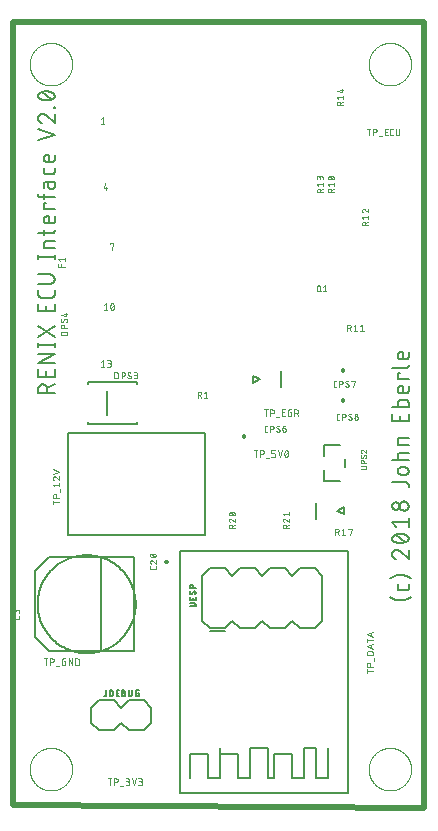
<source format=gto>
G75*
%MOIN*%
%OFA0B0*%
%FSLAX25Y25*%
%IPPOS*%
%LPD*%
%AMOC8*
5,1,8,0,0,1.08239X$1,22.5*
%
%ADD10C,0.02000*%
%ADD11C,0.00200*%
%ADD12C,0.00500*%
%ADD13C,0.00000*%
%ADD14C,0.01200*%
%ADD15C,0.00400*%
%ADD16C,0.00600*%
%ADD17C,0.00800*%
D10*
X0002456Y0003000D02*
X0139456Y0002000D01*
X0139456Y0264000D01*
X0002456Y0264000D01*
X0002456Y0003000D01*
D11*
X0013161Y0049700D02*
X0013161Y0051900D01*
X0012550Y0051900D02*
X0013772Y0051900D01*
X0014670Y0051900D02*
X0014670Y0049700D01*
X0014670Y0050678D02*
X0015282Y0050678D01*
X0015330Y0050680D01*
X0015378Y0050686D01*
X0015425Y0050695D01*
X0015471Y0050708D01*
X0015516Y0050725D01*
X0015559Y0050745D01*
X0015601Y0050768D01*
X0015641Y0050795D01*
X0015679Y0050824D01*
X0015714Y0050857D01*
X0015747Y0050892D01*
X0015776Y0050930D01*
X0015803Y0050970D01*
X0015826Y0051012D01*
X0015846Y0051055D01*
X0015863Y0051100D01*
X0015876Y0051146D01*
X0015885Y0051193D01*
X0015891Y0051241D01*
X0015893Y0051289D01*
X0015891Y0051337D01*
X0015885Y0051385D01*
X0015876Y0051432D01*
X0015863Y0051478D01*
X0015846Y0051523D01*
X0015826Y0051566D01*
X0015803Y0051608D01*
X0015776Y0051648D01*
X0015747Y0051686D01*
X0015714Y0051721D01*
X0015679Y0051754D01*
X0015641Y0051783D01*
X0015601Y0051810D01*
X0015559Y0051833D01*
X0015516Y0051853D01*
X0015471Y0051870D01*
X0015425Y0051883D01*
X0015378Y0051892D01*
X0015330Y0051898D01*
X0015282Y0051900D01*
X0014670Y0051900D01*
X0016632Y0049456D02*
X0017610Y0049456D01*
X0018526Y0050189D02*
X0018526Y0051411D01*
X0018528Y0051454D01*
X0018533Y0051496D01*
X0018543Y0051538D01*
X0018555Y0051578D01*
X0018572Y0051618D01*
X0018592Y0051655D01*
X0018614Y0051691D01*
X0018640Y0051725D01*
X0018669Y0051757D01*
X0018701Y0051786D01*
X0018735Y0051812D01*
X0018770Y0051834D01*
X0018808Y0051854D01*
X0018848Y0051871D01*
X0018888Y0051883D01*
X0018930Y0051893D01*
X0018972Y0051898D01*
X0019015Y0051900D01*
X0019748Y0051900D01*
X0019748Y0050922D02*
X0019748Y0049700D01*
X0019015Y0049700D01*
X0018972Y0049702D01*
X0018930Y0049707D01*
X0018888Y0049717D01*
X0018848Y0049729D01*
X0018808Y0049746D01*
X0018771Y0049766D01*
X0018735Y0049788D01*
X0018701Y0049814D01*
X0018669Y0049843D01*
X0018640Y0049875D01*
X0018614Y0049909D01*
X0018592Y0049945D01*
X0018572Y0049982D01*
X0018555Y0050022D01*
X0018543Y0050062D01*
X0018533Y0050104D01*
X0018528Y0050146D01*
X0018526Y0050189D01*
X0019381Y0050922D02*
X0019748Y0050922D01*
X0020830Y0051900D02*
X0020830Y0049700D01*
X0022052Y0049700D02*
X0020830Y0051900D01*
X0022052Y0051900D02*
X0022052Y0049700D01*
X0023134Y0049700D02*
X0023134Y0051900D01*
X0023745Y0051900D01*
X0023793Y0051898D01*
X0023841Y0051892D01*
X0023888Y0051883D01*
X0023934Y0051870D01*
X0023979Y0051853D01*
X0024022Y0051833D01*
X0024064Y0051810D01*
X0024104Y0051783D01*
X0024142Y0051754D01*
X0024177Y0051721D01*
X0024210Y0051686D01*
X0024239Y0051648D01*
X0024266Y0051608D01*
X0024289Y0051566D01*
X0024309Y0051523D01*
X0024326Y0051478D01*
X0024339Y0051432D01*
X0024348Y0051385D01*
X0024354Y0051337D01*
X0024356Y0051289D01*
X0024356Y0050311D01*
X0024354Y0050263D01*
X0024348Y0050215D01*
X0024339Y0050168D01*
X0024326Y0050122D01*
X0024309Y0050077D01*
X0024289Y0050034D01*
X0024266Y0049992D01*
X0024239Y0049952D01*
X0024210Y0049914D01*
X0024177Y0049879D01*
X0024142Y0049846D01*
X0024104Y0049817D01*
X0024064Y0049790D01*
X0024022Y0049767D01*
X0023979Y0049747D01*
X0023934Y0049730D01*
X0023888Y0049717D01*
X0023841Y0049708D01*
X0023793Y0049702D01*
X0023745Y0049700D01*
X0023134Y0049700D01*
X0004356Y0065589D02*
X0004356Y0066078D01*
X0004356Y0065589D02*
X0004354Y0065546D01*
X0004349Y0065504D01*
X0004339Y0065462D01*
X0004327Y0065422D01*
X0004310Y0065382D01*
X0004290Y0065345D01*
X0004268Y0065309D01*
X0004242Y0065275D01*
X0004213Y0065243D01*
X0004181Y0065214D01*
X0004147Y0065188D01*
X0004112Y0065166D01*
X0004074Y0065146D01*
X0004034Y0065129D01*
X0003994Y0065117D01*
X0003952Y0065107D01*
X0003910Y0065102D01*
X0003867Y0065100D01*
X0002645Y0065100D01*
X0002602Y0065102D01*
X0002560Y0065107D01*
X0002518Y0065117D01*
X0002478Y0065129D01*
X0002438Y0065146D01*
X0002401Y0065166D01*
X0002365Y0065188D01*
X0002331Y0065214D01*
X0002299Y0065243D01*
X0002270Y0065275D01*
X0002244Y0065309D01*
X0002222Y0065344D01*
X0002202Y0065382D01*
X0002185Y0065422D01*
X0002173Y0065462D01*
X0002163Y0065504D01*
X0002158Y0065546D01*
X0002156Y0065589D01*
X0002156Y0066078D01*
X0002156Y0066906D02*
X0002156Y0067640D01*
X0002158Y0067683D01*
X0002163Y0067725D01*
X0002173Y0067767D01*
X0002185Y0067807D01*
X0002202Y0067847D01*
X0002222Y0067885D01*
X0002244Y0067920D01*
X0002270Y0067954D01*
X0002299Y0067986D01*
X0002331Y0068015D01*
X0002365Y0068041D01*
X0002401Y0068063D01*
X0002438Y0068083D01*
X0002478Y0068100D01*
X0002518Y0068112D01*
X0002560Y0068122D01*
X0002602Y0068127D01*
X0002645Y0068129D01*
X0002688Y0068127D01*
X0002730Y0068122D01*
X0002772Y0068112D01*
X0002812Y0068100D01*
X0002852Y0068083D01*
X0002890Y0068063D01*
X0002925Y0068041D01*
X0002959Y0068015D01*
X0002991Y0067986D01*
X0003020Y0067954D01*
X0003046Y0067920D01*
X0003068Y0067885D01*
X0003088Y0067847D01*
X0003105Y0067807D01*
X0003117Y0067767D01*
X0003127Y0067725D01*
X0003132Y0067683D01*
X0003134Y0067640D01*
X0003134Y0067151D01*
X0003134Y0067517D02*
X0003136Y0067565D01*
X0003142Y0067613D01*
X0003151Y0067660D01*
X0003164Y0067706D01*
X0003181Y0067751D01*
X0003201Y0067794D01*
X0003224Y0067836D01*
X0003251Y0067876D01*
X0003280Y0067914D01*
X0003313Y0067949D01*
X0003348Y0067982D01*
X0003386Y0068011D01*
X0003426Y0068038D01*
X0003468Y0068061D01*
X0003511Y0068081D01*
X0003556Y0068098D01*
X0003602Y0068111D01*
X0003649Y0068120D01*
X0003697Y0068126D01*
X0003745Y0068128D01*
X0003793Y0068126D01*
X0003841Y0068120D01*
X0003888Y0068111D01*
X0003934Y0068098D01*
X0003979Y0068081D01*
X0004022Y0068061D01*
X0004064Y0068038D01*
X0004104Y0068011D01*
X0004142Y0067982D01*
X0004177Y0067949D01*
X0004210Y0067914D01*
X0004239Y0067876D01*
X0004266Y0067836D01*
X0004289Y0067794D01*
X0004309Y0067751D01*
X0004326Y0067706D01*
X0004339Y0067660D01*
X0004348Y0067613D01*
X0004354Y0067565D01*
X0004356Y0067517D01*
X0004356Y0066906D01*
X0015556Y0103332D02*
X0015556Y0104554D01*
X0015556Y0103943D02*
X0017756Y0103943D01*
X0017756Y0105452D02*
X0015556Y0105452D01*
X0015556Y0106063D01*
X0015558Y0106111D01*
X0015564Y0106159D01*
X0015573Y0106206D01*
X0015586Y0106252D01*
X0015603Y0106297D01*
X0015623Y0106340D01*
X0015646Y0106382D01*
X0015673Y0106422D01*
X0015702Y0106460D01*
X0015735Y0106495D01*
X0015770Y0106528D01*
X0015808Y0106557D01*
X0015848Y0106584D01*
X0015890Y0106607D01*
X0015933Y0106627D01*
X0015978Y0106644D01*
X0016024Y0106657D01*
X0016071Y0106666D01*
X0016119Y0106672D01*
X0016167Y0106674D01*
X0016215Y0106672D01*
X0016263Y0106666D01*
X0016310Y0106657D01*
X0016356Y0106644D01*
X0016401Y0106627D01*
X0016444Y0106607D01*
X0016486Y0106584D01*
X0016526Y0106557D01*
X0016564Y0106528D01*
X0016599Y0106495D01*
X0016632Y0106460D01*
X0016661Y0106422D01*
X0016688Y0106382D01*
X0016711Y0106340D01*
X0016731Y0106297D01*
X0016748Y0106252D01*
X0016761Y0106206D01*
X0016770Y0106159D01*
X0016776Y0106111D01*
X0016778Y0106063D01*
X0016778Y0105452D01*
X0018000Y0107414D02*
X0018000Y0108392D01*
X0017756Y0109236D02*
X0017756Y0110458D01*
X0017756Y0109847D02*
X0015556Y0109847D01*
X0016045Y0109236D01*
X0017756Y0111396D02*
X0016534Y0112434D01*
X0015556Y0112068D02*
X0015558Y0112016D01*
X0015564Y0111964D01*
X0015573Y0111912D01*
X0015587Y0111862D01*
X0015604Y0111812D01*
X0015625Y0111764D01*
X0015649Y0111718D01*
X0015676Y0111674D01*
X0015707Y0111631D01*
X0015741Y0111591D01*
X0015777Y0111554D01*
X0015817Y0111520D01*
X0015859Y0111488D01*
X0015902Y0111460D01*
X0015948Y0111435D01*
X0015996Y0111413D01*
X0016045Y0111395D01*
X0016534Y0112435D02*
X0016500Y0112468D01*
X0016463Y0112498D01*
X0016423Y0112526D01*
X0016382Y0112550D01*
X0016339Y0112570D01*
X0016294Y0112587D01*
X0016248Y0112601D01*
X0016201Y0112610D01*
X0016154Y0112616D01*
X0016106Y0112618D01*
X0016061Y0112616D01*
X0016015Y0112610D01*
X0015971Y0112601D01*
X0015927Y0112588D01*
X0015885Y0112572D01*
X0015844Y0112552D01*
X0015805Y0112528D01*
X0015768Y0112502D01*
X0015733Y0112473D01*
X0015701Y0112441D01*
X0015672Y0112406D01*
X0015646Y0112369D01*
X0015622Y0112330D01*
X0015602Y0112289D01*
X0015586Y0112247D01*
X0015573Y0112203D01*
X0015564Y0112159D01*
X0015558Y0112113D01*
X0015556Y0112068D01*
X0015556Y0113433D02*
X0017756Y0114167D01*
X0015556Y0114900D01*
X0017756Y0112618D02*
X0017756Y0111396D01*
X0031556Y0149100D02*
X0032778Y0149100D01*
X0032167Y0149100D02*
X0032167Y0151300D01*
X0031556Y0150811D01*
X0033716Y0151300D02*
X0034449Y0151300D01*
X0034492Y0151298D01*
X0034534Y0151293D01*
X0034576Y0151283D01*
X0034616Y0151271D01*
X0034656Y0151254D01*
X0034694Y0151234D01*
X0034729Y0151212D01*
X0034763Y0151186D01*
X0034795Y0151157D01*
X0034824Y0151125D01*
X0034850Y0151091D01*
X0034872Y0151056D01*
X0034892Y0151018D01*
X0034909Y0150978D01*
X0034921Y0150938D01*
X0034931Y0150896D01*
X0034936Y0150854D01*
X0034938Y0150811D01*
X0034936Y0150768D01*
X0034931Y0150726D01*
X0034921Y0150684D01*
X0034909Y0150644D01*
X0034892Y0150604D01*
X0034872Y0150567D01*
X0034850Y0150531D01*
X0034824Y0150497D01*
X0034795Y0150465D01*
X0034763Y0150436D01*
X0034729Y0150410D01*
X0034694Y0150388D01*
X0034656Y0150368D01*
X0034616Y0150351D01*
X0034576Y0150339D01*
X0034534Y0150329D01*
X0034492Y0150324D01*
X0034449Y0150322D01*
X0033960Y0150322D01*
X0034327Y0150322D02*
X0034375Y0150320D01*
X0034423Y0150314D01*
X0034470Y0150305D01*
X0034516Y0150292D01*
X0034561Y0150275D01*
X0034604Y0150255D01*
X0034646Y0150232D01*
X0034686Y0150205D01*
X0034724Y0150176D01*
X0034759Y0150143D01*
X0034792Y0150108D01*
X0034821Y0150070D01*
X0034848Y0150030D01*
X0034871Y0149988D01*
X0034891Y0149945D01*
X0034908Y0149900D01*
X0034921Y0149854D01*
X0034930Y0149807D01*
X0034936Y0149759D01*
X0034938Y0149711D01*
X0034936Y0149663D01*
X0034930Y0149615D01*
X0034921Y0149568D01*
X0034908Y0149522D01*
X0034891Y0149477D01*
X0034871Y0149434D01*
X0034848Y0149392D01*
X0034821Y0149352D01*
X0034792Y0149314D01*
X0034759Y0149279D01*
X0034724Y0149246D01*
X0034686Y0149217D01*
X0034646Y0149190D01*
X0034604Y0149167D01*
X0034561Y0149147D01*
X0034516Y0149130D01*
X0034470Y0149117D01*
X0034423Y0149108D01*
X0034375Y0149102D01*
X0034327Y0149100D01*
X0033716Y0149100D01*
X0033778Y0168100D02*
X0032556Y0168100D01*
X0033167Y0168100D02*
X0033167Y0170300D01*
X0032556Y0169811D01*
X0035938Y0169200D02*
X0035936Y0169118D01*
X0035931Y0169036D01*
X0035921Y0168954D01*
X0035908Y0168873D01*
X0035892Y0168792D01*
X0035871Y0168713D01*
X0035847Y0168634D01*
X0035820Y0168556D01*
X0035789Y0168480D01*
X0035755Y0168406D01*
X0035755Y0168405D02*
X0035740Y0168368D01*
X0035722Y0168332D01*
X0035701Y0168298D01*
X0035677Y0168266D01*
X0035650Y0168236D01*
X0035621Y0168209D01*
X0035590Y0168184D01*
X0035556Y0168162D01*
X0035521Y0168144D01*
X0035484Y0168128D01*
X0035446Y0168116D01*
X0035407Y0168107D01*
X0035367Y0168102D01*
X0035327Y0168100D01*
X0035287Y0168102D01*
X0035247Y0168107D01*
X0035208Y0168116D01*
X0035170Y0168128D01*
X0035133Y0168144D01*
X0035098Y0168162D01*
X0035064Y0168184D01*
X0035033Y0168209D01*
X0035004Y0168236D01*
X0034977Y0168266D01*
X0034953Y0168298D01*
X0034932Y0168332D01*
X0034914Y0168368D01*
X0034899Y0168405D01*
X0034838Y0168589D02*
X0035816Y0169811D01*
X0035755Y0169995D02*
X0035740Y0170032D01*
X0035722Y0170068D01*
X0035701Y0170102D01*
X0035677Y0170134D01*
X0035650Y0170164D01*
X0035621Y0170191D01*
X0035590Y0170216D01*
X0035556Y0170238D01*
X0035521Y0170256D01*
X0035484Y0170272D01*
X0035446Y0170284D01*
X0035407Y0170293D01*
X0035367Y0170298D01*
X0035327Y0170300D01*
X0035287Y0170298D01*
X0035247Y0170293D01*
X0035208Y0170284D01*
X0035170Y0170272D01*
X0035133Y0170256D01*
X0035098Y0170238D01*
X0035064Y0170216D01*
X0035033Y0170191D01*
X0035004Y0170164D01*
X0034977Y0170134D01*
X0034953Y0170102D01*
X0034932Y0170068D01*
X0034914Y0170032D01*
X0034899Y0169995D01*
X0035755Y0169994D02*
X0035789Y0169920D01*
X0035820Y0169844D01*
X0035847Y0169766D01*
X0035871Y0169687D01*
X0035892Y0169608D01*
X0035908Y0169527D01*
X0035921Y0169446D01*
X0035931Y0169364D01*
X0035936Y0169282D01*
X0035938Y0169200D01*
X0034716Y0169200D02*
X0034718Y0169282D01*
X0034723Y0169364D01*
X0034733Y0169446D01*
X0034746Y0169527D01*
X0034762Y0169608D01*
X0034783Y0169687D01*
X0034807Y0169766D01*
X0034834Y0169844D01*
X0034865Y0169920D01*
X0034899Y0169994D01*
X0034716Y0169200D02*
X0034718Y0169118D01*
X0034723Y0169036D01*
X0034733Y0168954D01*
X0034746Y0168873D01*
X0034762Y0168792D01*
X0034783Y0168713D01*
X0034807Y0168634D01*
X0034834Y0168556D01*
X0034865Y0168480D01*
X0034899Y0168406D01*
X0035167Y0188100D02*
X0035778Y0190300D01*
X0034556Y0190300D01*
X0034556Y0190056D01*
X0033412Y0208100D02*
X0033412Y0209078D01*
X0033778Y0208589D02*
X0032556Y0208589D01*
X0033045Y0210300D01*
X0032778Y0230100D02*
X0031556Y0230100D01*
X0032167Y0230100D02*
X0032167Y0232300D01*
X0031556Y0231811D01*
X0019556Y0185509D02*
X0019556Y0184287D01*
X0019556Y0184898D02*
X0017356Y0184898D01*
X0017845Y0184287D01*
X0018334Y0183469D02*
X0018334Y0182491D01*
X0017356Y0182491D02*
X0017356Y0183469D01*
X0017356Y0182491D02*
X0019556Y0182491D01*
X0019867Y0167230D02*
X0019867Y0166008D01*
X0018156Y0166497D01*
X0019378Y0166864D02*
X0020356Y0166864D01*
X0019439Y0164898D02*
X0019073Y0164226D01*
X0018156Y0164470D02*
X0018158Y0164529D01*
X0018164Y0164588D01*
X0018173Y0164646D01*
X0018186Y0164703D01*
X0018203Y0164760D01*
X0018224Y0164815D01*
X0018247Y0164869D01*
X0018275Y0164922D01*
X0018306Y0164972D01*
X0018339Y0165020D01*
X0019073Y0164226D02*
X0019050Y0164190D01*
X0019023Y0164156D01*
X0018994Y0164124D01*
X0018962Y0164095D01*
X0018928Y0164069D01*
X0018892Y0164046D01*
X0018853Y0164027D01*
X0018814Y0164010D01*
X0018773Y0163998D01*
X0018731Y0163988D01*
X0018688Y0163983D01*
X0018645Y0163981D01*
X0018602Y0163983D01*
X0018560Y0163988D01*
X0018518Y0163998D01*
X0018478Y0164010D01*
X0018438Y0164027D01*
X0018401Y0164047D01*
X0018365Y0164069D01*
X0018331Y0164095D01*
X0018299Y0164124D01*
X0018270Y0164156D01*
X0018244Y0164190D01*
X0018222Y0164226D01*
X0018202Y0164263D01*
X0018185Y0164303D01*
X0018173Y0164343D01*
X0018163Y0164385D01*
X0018158Y0164427D01*
X0018156Y0164470D01*
X0020050Y0163920D02*
X0020094Y0163965D01*
X0020134Y0164013D01*
X0020171Y0164063D01*
X0020205Y0164116D01*
X0020236Y0164171D01*
X0020264Y0164227D01*
X0020288Y0164285D01*
X0020309Y0164344D01*
X0020326Y0164405D01*
X0020339Y0164466D01*
X0020348Y0164528D01*
X0020354Y0164590D01*
X0020356Y0164653D01*
X0020354Y0164696D01*
X0020349Y0164738D01*
X0020339Y0164780D01*
X0020327Y0164820D01*
X0020310Y0164860D01*
X0020290Y0164898D01*
X0020268Y0164933D01*
X0020242Y0164967D01*
X0020213Y0164999D01*
X0020181Y0165028D01*
X0020147Y0165054D01*
X0020112Y0165076D01*
X0020074Y0165096D01*
X0020034Y0165113D01*
X0019994Y0165125D01*
X0019952Y0165135D01*
X0019910Y0165140D01*
X0019867Y0165142D01*
X0019867Y0165143D02*
X0019824Y0165141D01*
X0019781Y0165136D01*
X0019739Y0165126D01*
X0019698Y0165114D01*
X0019659Y0165097D01*
X0019620Y0165078D01*
X0019584Y0165055D01*
X0019550Y0165029D01*
X0019518Y0165000D01*
X0019489Y0164968D01*
X0019462Y0164934D01*
X0019439Y0164898D01*
X0019378Y0162548D02*
X0019378Y0161937D01*
X0019378Y0162548D02*
X0019376Y0162596D01*
X0019370Y0162644D01*
X0019361Y0162691D01*
X0019348Y0162737D01*
X0019331Y0162782D01*
X0019311Y0162825D01*
X0019288Y0162867D01*
X0019261Y0162907D01*
X0019232Y0162945D01*
X0019199Y0162980D01*
X0019164Y0163013D01*
X0019126Y0163042D01*
X0019086Y0163069D01*
X0019044Y0163092D01*
X0019001Y0163112D01*
X0018956Y0163129D01*
X0018910Y0163142D01*
X0018863Y0163151D01*
X0018815Y0163157D01*
X0018767Y0163159D01*
X0018719Y0163157D01*
X0018671Y0163151D01*
X0018624Y0163142D01*
X0018578Y0163129D01*
X0018533Y0163112D01*
X0018490Y0163092D01*
X0018448Y0163069D01*
X0018408Y0163042D01*
X0018370Y0163013D01*
X0018335Y0162980D01*
X0018302Y0162945D01*
X0018273Y0162907D01*
X0018246Y0162867D01*
X0018223Y0162825D01*
X0018203Y0162782D01*
X0018186Y0162737D01*
X0018173Y0162691D01*
X0018164Y0162644D01*
X0018158Y0162596D01*
X0018156Y0162548D01*
X0018156Y0161937D01*
X0020356Y0161937D01*
X0019745Y0160822D02*
X0018767Y0160822D01*
X0018719Y0160820D01*
X0018671Y0160814D01*
X0018624Y0160805D01*
X0018578Y0160792D01*
X0018533Y0160775D01*
X0018490Y0160755D01*
X0018448Y0160732D01*
X0018408Y0160705D01*
X0018370Y0160676D01*
X0018335Y0160643D01*
X0018302Y0160608D01*
X0018273Y0160570D01*
X0018246Y0160530D01*
X0018223Y0160488D01*
X0018203Y0160445D01*
X0018186Y0160400D01*
X0018173Y0160354D01*
X0018164Y0160307D01*
X0018158Y0160259D01*
X0018156Y0160211D01*
X0018156Y0159600D01*
X0020356Y0159600D01*
X0020356Y0160211D01*
X0020354Y0160259D01*
X0020348Y0160307D01*
X0020339Y0160354D01*
X0020326Y0160400D01*
X0020309Y0160445D01*
X0020289Y0160488D01*
X0020266Y0160530D01*
X0020239Y0160570D01*
X0020210Y0160608D01*
X0020177Y0160643D01*
X0020142Y0160676D01*
X0020104Y0160705D01*
X0020064Y0160732D01*
X0020022Y0160755D01*
X0019979Y0160775D01*
X0019934Y0160792D01*
X0019888Y0160805D01*
X0019841Y0160814D01*
X0019793Y0160820D01*
X0019745Y0160822D01*
X0082556Y0121300D02*
X0083778Y0121300D01*
X0083167Y0121300D02*
X0083167Y0119100D01*
X0084677Y0119100D02*
X0084677Y0121300D01*
X0085288Y0121300D01*
X0085336Y0121298D01*
X0085384Y0121292D01*
X0085431Y0121283D01*
X0085477Y0121270D01*
X0085522Y0121253D01*
X0085565Y0121233D01*
X0085607Y0121210D01*
X0085647Y0121183D01*
X0085685Y0121154D01*
X0085720Y0121121D01*
X0085753Y0121086D01*
X0085782Y0121048D01*
X0085809Y0121008D01*
X0085832Y0120966D01*
X0085852Y0120923D01*
X0085869Y0120878D01*
X0085882Y0120832D01*
X0085891Y0120785D01*
X0085897Y0120737D01*
X0085899Y0120689D01*
X0085897Y0120641D01*
X0085891Y0120593D01*
X0085882Y0120546D01*
X0085869Y0120500D01*
X0085852Y0120455D01*
X0085832Y0120412D01*
X0085809Y0120370D01*
X0085782Y0120330D01*
X0085753Y0120292D01*
X0085720Y0120257D01*
X0085685Y0120224D01*
X0085647Y0120195D01*
X0085607Y0120168D01*
X0085565Y0120145D01*
X0085522Y0120125D01*
X0085477Y0120108D01*
X0085431Y0120095D01*
X0085384Y0120086D01*
X0085336Y0120080D01*
X0085288Y0120078D01*
X0084677Y0120078D01*
X0086638Y0118856D02*
X0087616Y0118856D01*
X0088460Y0119100D02*
X0089193Y0119100D01*
X0089236Y0119102D01*
X0089278Y0119107D01*
X0089320Y0119117D01*
X0089360Y0119129D01*
X0089400Y0119146D01*
X0089437Y0119166D01*
X0089473Y0119188D01*
X0089507Y0119214D01*
X0089539Y0119243D01*
X0089568Y0119275D01*
X0089594Y0119309D01*
X0089616Y0119344D01*
X0089636Y0119382D01*
X0089653Y0119422D01*
X0089665Y0119462D01*
X0089675Y0119504D01*
X0089680Y0119546D01*
X0089682Y0119589D01*
X0089682Y0119833D01*
X0089680Y0119876D01*
X0089675Y0119918D01*
X0089665Y0119960D01*
X0089653Y0120000D01*
X0089636Y0120040D01*
X0089616Y0120078D01*
X0089594Y0120113D01*
X0089568Y0120147D01*
X0089539Y0120179D01*
X0089507Y0120208D01*
X0089473Y0120234D01*
X0089438Y0120256D01*
X0089400Y0120276D01*
X0089360Y0120293D01*
X0089320Y0120305D01*
X0089278Y0120315D01*
X0089236Y0120320D01*
X0089193Y0120322D01*
X0088460Y0120322D01*
X0088460Y0121300D01*
X0089682Y0121300D01*
X0090498Y0121300D02*
X0091231Y0119100D01*
X0091964Y0121300D01*
X0094002Y0120200D02*
X0094000Y0120118D01*
X0093995Y0120036D01*
X0093985Y0119954D01*
X0093972Y0119873D01*
X0093956Y0119792D01*
X0093935Y0119713D01*
X0093911Y0119634D01*
X0093884Y0119556D01*
X0093853Y0119480D01*
X0093819Y0119406D01*
X0093819Y0119405D02*
X0093804Y0119368D01*
X0093786Y0119332D01*
X0093765Y0119298D01*
X0093741Y0119266D01*
X0093714Y0119236D01*
X0093685Y0119209D01*
X0093654Y0119184D01*
X0093620Y0119162D01*
X0093585Y0119144D01*
X0093548Y0119128D01*
X0093510Y0119116D01*
X0093471Y0119107D01*
X0093431Y0119102D01*
X0093391Y0119100D01*
X0093351Y0119102D01*
X0093311Y0119107D01*
X0093272Y0119116D01*
X0093234Y0119128D01*
X0093197Y0119144D01*
X0093162Y0119162D01*
X0093128Y0119184D01*
X0093097Y0119209D01*
X0093068Y0119236D01*
X0093041Y0119266D01*
X0093017Y0119298D01*
X0092996Y0119332D01*
X0092978Y0119368D01*
X0092963Y0119405D01*
X0092902Y0119589D02*
X0093880Y0120811D01*
X0093819Y0120995D02*
X0093804Y0121032D01*
X0093786Y0121068D01*
X0093765Y0121102D01*
X0093741Y0121134D01*
X0093714Y0121164D01*
X0093685Y0121191D01*
X0093654Y0121216D01*
X0093620Y0121238D01*
X0093585Y0121256D01*
X0093548Y0121272D01*
X0093510Y0121284D01*
X0093471Y0121293D01*
X0093431Y0121298D01*
X0093391Y0121300D01*
X0093351Y0121298D01*
X0093311Y0121293D01*
X0093272Y0121284D01*
X0093234Y0121272D01*
X0093197Y0121256D01*
X0093162Y0121238D01*
X0093128Y0121216D01*
X0093097Y0121191D01*
X0093068Y0121164D01*
X0093041Y0121134D01*
X0093017Y0121102D01*
X0092996Y0121068D01*
X0092978Y0121032D01*
X0092963Y0120995D01*
X0093819Y0120994D02*
X0093853Y0120920D01*
X0093884Y0120844D01*
X0093911Y0120766D01*
X0093935Y0120687D01*
X0093956Y0120608D01*
X0093972Y0120527D01*
X0093985Y0120446D01*
X0093995Y0120364D01*
X0094000Y0120282D01*
X0094002Y0120200D01*
X0092780Y0120200D02*
X0092782Y0120282D01*
X0092787Y0120364D01*
X0092797Y0120446D01*
X0092810Y0120527D01*
X0092826Y0120608D01*
X0092847Y0120687D01*
X0092871Y0120766D01*
X0092898Y0120844D01*
X0092929Y0120920D01*
X0092963Y0120994D01*
X0092780Y0120200D02*
X0092782Y0120118D01*
X0092787Y0120036D01*
X0092797Y0119954D01*
X0092810Y0119873D01*
X0092826Y0119792D01*
X0092847Y0119713D01*
X0092871Y0119634D01*
X0092898Y0119556D01*
X0092929Y0119480D01*
X0092963Y0119406D01*
X0091028Y0132456D02*
X0090050Y0132456D01*
X0088699Y0133678D02*
X0088088Y0133678D01*
X0088699Y0133678D02*
X0088747Y0133680D01*
X0088795Y0133686D01*
X0088842Y0133695D01*
X0088888Y0133708D01*
X0088933Y0133725D01*
X0088976Y0133745D01*
X0089018Y0133768D01*
X0089058Y0133795D01*
X0089096Y0133824D01*
X0089131Y0133857D01*
X0089164Y0133892D01*
X0089193Y0133930D01*
X0089220Y0133970D01*
X0089243Y0134012D01*
X0089263Y0134055D01*
X0089280Y0134100D01*
X0089293Y0134146D01*
X0089302Y0134193D01*
X0089308Y0134241D01*
X0089310Y0134289D01*
X0089308Y0134337D01*
X0089302Y0134385D01*
X0089293Y0134432D01*
X0089280Y0134478D01*
X0089263Y0134523D01*
X0089243Y0134566D01*
X0089220Y0134608D01*
X0089193Y0134648D01*
X0089164Y0134686D01*
X0089131Y0134721D01*
X0089096Y0134754D01*
X0089058Y0134783D01*
X0089018Y0134810D01*
X0088976Y0134833D01*
X0088933Y0134853D01*
X0088888Y0134870D01*
X0088842Y0134883D01*
X0088795Y0134892D01*
X0088747Y0134898D01*
X0088699Y0134900D01*
X0088088Y0134900D01*
X0088088Y0132700D01*
X0086579Y0132700D02*
X0086579Y0134900D01*
X0085968Y0134900D02*
X0087190Y0134900D01*
X0091948Y0134900D02*
X0091948Y0132700D01*
X0092926Y0132700D01*
X0093816Y0133189D02*
X0093816Y0134411D01*
X0093815Y0134411D02*
X0093817Y0134454D01*
X0093822Y0134496D01*
X0093832Y0134538D01*
X0093844Y0134578D01*
X0093861Y0134618D01*
X0093881Y0134655D01*
X0093903Y0134691D01*
X0093929Y0134725D01*
X0093958Y0134757D01*
X0093990Y0134786D01*
X0094024Y0134812D01*
X0094059Y0134834D01*
X0094097Y0134854D01*
X0094137Y0134871D01*
X0094177Y0134883D01*
X0094219Y0134893D01*
X0094261Y0134898D01*
X0094304Y0134900D01*
X0095038Y0134900D01*
X0095038Y0133922D02*
X0095038Y0132700D01*
X0094304Y0132700D01*
X0094261Y0132702D01*
X0094219Y0132707D01*
X0094177Y0132717D01*
X0094137Y0132729D01*
X0094097Y0132746D01*
X0094060Y0132766D01*
X0094024Y0132788D01*
X0093990Y0132814D01*
X0093958Y0132843D01*
X0093929Y0132875D01*
X0093903Y0132909D01*
X0093881Y0132945D01*
X0093861Y0132982D01*
X0093844Y0133022D01*
X0093832Y0133062D01*
X0093822Y0133104D01*
X0093817Y0133146D01*
X0093815Y0133189D01*
X0094671Y0133922D02*
X0095038Y0133922D01*
X0096134Y0133678D02*
X0096745Y0133678D01*
X0096867Y0133678D02*
X0097356Y0132700D01*
X0096134Y0132700D02*
X0096134Y0134900D01*
X0096745Y0134900D01*
X0096793Y0134898D01*
X0096841Y0134892D01*
X0096888Y0134883D01*
X0096934Y0134870D01*
X0096979Y0134853D01*
X0097022Y0134833D01*
X0097064Y0134810D01*
X0097104Y0134783D01*
X0097142Y0134754D01*
X0097177Y0134721D01*
X0097210Y0134686D01*
X0097239Y0134648D01*
X0097266Y0134608D01*
X0097289Y0134566D01*
X0097309Y0134523D01*
X0097326Y0134478D01*
X0097339Y0134432D01*
X0097348Y0134385D01*
X0097354Y0134337D01*
X0097356Y0134289D01*
X0097354Y0134241D01*
X0097348Y0134193D01*
X0097339Y0134146D01*
X0097326Y0134100D01*
X0097309Y0134055D01*
X0097289Y0134012D01*
X0097266Y0133970D01*
X0097239Y0133930D01*
X0097210Y0133892D01*
X0097177Y0133857D01*
X0097142Y0133824D01*
X0097104Y0133795D01*
X0097064Y0133768D01*
X0097022Y0133745D01*
X0096979Y0133725D01*
X0096934Y0133708D01*
X0096888Y0133695D01*
X0096841Y0133686D01*
X0096793Y0133680D01*
X0096745Y0133678D01*
X0092926Y0134900D02*
X0091948Y0134900D01*
X0091948Y0133922D02*
X0092681Y0133922D01*
X0118256Y0120990D02*
X0118258Y0121032D01*
X0118264Y0121073D01*
X0118273Y0121113D01*
X0118286Y0121153D01*
X0118303Y0121191D01*
X0118323Y0121227D01*
X0118347Y0121261D01*
X0118373Y0121293D01*
X0118403Y0121323D01*
X0118435Y0121349D01*
X0118469Y0121373D01*
X0118505Y0121393D01*
X0118543Y0121410D01*
X0118583Y0121423D01*
X0118623Y0121432D01*
X0118664Y0121438D01*
X0118706Y0121440D01*
X0119056Y0121290D02*
X0120056Y0120440D01*
X0120056Y0121440D01*
X0118656Y0120440D02*
X0118613Y0120456D01*
X0118572Y0120475D01*
X0118532Y0120497D01*
X0118495Y0120522D01*
X0118459Y0120550D01*
X0118426Y0120581D01*
X0118395Y0120614D01*
X0118367Y0120650D01*
X0118341Y0120688D01*
X0118319Y0120727D01*
X0118300Y0120769D01*
X0118284Y0120811D01*
X0118272Y0120855D01*
X0118263Y0120900D01*
X0118258Y0120945D01*
X0118256Y0120990D01*
X0118706Y0121440D02*
X0118745Y0121438D01*
X0118784Y0121434D01*
X0118822Y0121426D01*
X0118860Y0121415D01*
X0118896Y0121401D01*
X0118932Y0121384D01*
X0118965Y0121364D01*
X0118997Y0121342D01*
X0119028Y0121317D01*
X0119056Y0121290D01*
X0119306Y0119500D02*
X0119006Y0118950D01*
X0118256Y0119150D02*
X0118258Y0119204D01*
X0118264Y0119257D01*
X0118273Y0119310D01*
X0118286Y0119362D01*
X0118303Y0119412D01*
X0118324Y0119462D01*
X0118348Y0119510D01*
X0118375Y0119556D01*
X0118406Y0119600D01*
X0119006Y0118950D02*
X0118985Y0118918D01*
X0118961Y0118888D01*
X0118934Y0118860D01*
X0118905Y0118835D01*
X0118874Y0118813D01*
X0118841Y0118794D01*
X0118806Y0118779D01*
X0118769Y0118766D01*
X0118732Y0118757D01*
X0118694Y0118752D01*
X0118656Y0118750D01*
X0118617Y0118752D01*
X0118578Y0118758D01*
X0118540Y0118767D01*
X0118503Y0118780D01*
X0118467Y0118797D01*
X0118434Y0118817D01*
X0118402Y0118841D01*
X0118373Y0118867D01*
X0118347Y0118896D01*
X0118323Y0118928D01*
X0118303Y0118961D01*
X0118286Y0118997D01*
X0118273Y0119034D01*
X0118264Y0119072D01*
X0118258Y0119111D01*
X0118256Y0119150D01*
X0119806Y0118700D02*
X0119844Y0118740D01*
X0119880Y0118783D01*
X0119912Y0118828D01*
X0119942Y0118875D01*
X0119968Y0118924D01*
X0119991Y0118975D01*
X0120011Y0119027D01*
X0120027Y0119080D01*
X0120040Y0119134D01*
X0120049Y0119189D01*
X0120054Y0119244D01*
X0120056Y0119300D01*
X0120054Y0119339D01*
X0120048Y0119378D01*
X0120039Y0119416D01*
X0120026Y0119453D01*
X0120009Y0119489D01*
X0119989Y0119522D01*
X0119965Y0119554D01*
X0119939Y0119583D01*
X0119910Y0119609D01*
X0119878Y0119633D01*
X0119845Y0119653D01*
X0119809Y0119670D01*
X0119772Y0119683D01*
X0119734Y0119692D01*
X0119695Y0119698D01*
X0119656Y0119700D01*
X0119618Y0119698D01*
X0119580Y0119693D01*
X0119543Y0119684D01*
X0119506Y0119671D01*
X0119471Y0119656D01*
X0119438Y0119637D01*
X0119407Y0119615D01*
X0119378Y0119590D01*
X0119351Y0119562D01*
X0119327Y0119532D01*
X0119306Y0119500D01*
X0119256Y0117550D02*
X0119256Y0117050D01*
X0119256Y0117550D02*
X0119254Y0117594D01*
X0119248Y0117637D01*
X0119239Y0117679D01*
X0119226Y0117721D01*
X0119209Y0117761D01*
X0119189Y0117800D01*
X0119166Y0117837D01*
X0119139Y0117871D01*
X0119110Y0117904D01*
X0119077Y0117933D01*
X0119043Y0117960D01*
X0119006Y0117983D01*
X0118967Y0118003D01*
X0118927Y0118020D01*
X0118885Y0118033D01*
X0118843Y0118042D01*
X0118800Y0118048D01*
X0118756Y0118050D01*
X0118712Y0118048D01*
X0118669Y0118042D01*
X0118627Y0118033D01*
X0118585Y0118020D01*
X0118545Y0118003D01*
X0118506Y0117983D01*
X0118469Y0117960D01*
X0118435Y0117933D01*
X0118402Y0117904D01*
X0118373Y0117871D01*
X0118346Y0117837D01*
X0118323Y0117800D01*
X0118303Y0117761D01*
X0118286Y0117721D01*
X0118273Y0117679D01*
X0118264Y0117637D01*
X0118258Y0117594D01*
X0118256Y0117550D01*
X0118256Y0117050D01*
X0120056Y0117050D01*
X0119556Y0116100D02*
X0118256Y0116100D01*
X0118256Y0115100D02*
X0119556Y0115100D01*
X0119600Y0115102D01*
X0119643Y0115108D01*
X0119685Y0115117D01*
X0119727Y0115130D01*
X0119767Y0115147D01*
X0119806Y0115167D01*
X0119843Y0115190D01*
X0119877Y0115217D01*
X0119910Y0115246D01*
X0119939Y0115279D01*
X0119966Y0115313D01*
X0119989Y0115350D01*
X0120009Y0115389D01*
X0120026Y0115429D01*
X0120039Y0115471D01*
X0120048Y0115513D01*
X0120054Y0115556D01*
X0120056Y0115600D01*
X0120054Y0115644D01*
X0120048Y0115687D01*
X0120039Y0115729D01*
X0120026Y0115771D01*
X0120009Y0115811D01*
X0119989Y0115850D01*
X0119966Y0115887D01*
X0119939Y0115921D01*
X0119910Y0115954D01*
X0119877Y0115983D01*
X0119843Y0116010D01*
X0119806Y0116033D01*
X0119767Y0116053D01*
X0119727Y0116070D01*
X0119685Y0116083D01*
X0119643Y0116092D01*
X0119600Y0116098D01*
X0119556Y0116100D01*
X0122356Y0060684D02*
X0120156Y0059951D01*
X0122356Y0059218D01*
X0121806Y0059401D02*
X0121806Y0060501D01*
X0122356Y0057935D02*
X0120156Y0057935D01*
X0120156Y0057324D02*
X0120156Y0058546D01*
X0120156Y0055919D02*
X0122356Y0056652D01*
X0121806Y0056469D02*
X0121806Y0055369D01*
X0122356Y0055186D02*
X0120156Y0055919D01*
X0120767Y0054298D02*
X0121745Y0054298D01*
X0121793Y0054296D01*
X0121841Y0054290D01*
X0121888Y0054281D01*
X0121934Y0054268D01*
X0121979Y0054251D01*
X0122022Y0054231D01*
X0122064Y0054208D01*
X0122104Y0054181D01*
X0122142Y0054152D01*
X0122177Y0054119D01*
X0122210Y0054084D01*
X0122239Y0054046D01*
X0122266Y0054006D01*
X0122289Y0053964D01*
X0122309Y0053921D01*
X0122326Y0053876D01*
X0122339Y0053830D01*
X0122348Y0053783D01*
X0122354Y0053735D01*
X0122356Y0053687D01*
X0122356Y0053076D01*
X0120156Y0053076D01*
X0120156Y0053687D01*
X0120158Y0053735D01*
X0120164Y0053783D01*
X0120173Y0053830D01*
X0120186Y0053876D01*
X0120203Y0053921D01*
X0120223Y0053964D01*
X0120246Y0054006D01*
X0120273Y0054046D01*
X0120302Y0054084D01*
X0120335Y0054119D01*
X0120370Y0054152D01*
X0120408Y0054181D01*
X0120448Y0054208D01*
X0120490Y0054231D01*
X0120533Y0054251D01*
X0120578Y0054268D01*
X0120624Y0054281D01*
X0120671Y0054290D01*
X0120719Y0054296D01*
X0120767Y0054298D01*
X0122600Y0052160D02*
X0122600Y0051182D01*
X0121378Y0049832D02*
X0121378Y0049221D01*
X0121378Y0049832D02*
X0121376Y0049880D01*
X0121370Y0049928D01*
X0121361Y0049975D01*
X0121348Y0050021D01*
X0121331Y0050066D01*
X0121311Y0050109D01*
X0121288Y0050151D01*
X0121261Y0050191D01*
X0121232Y0050229D01*
X0121199Y0050264D01*
X0121164Y0050297D01*
X0121126Y0050326D01*
X0121086Y0050353D01*
X0121044Y0050376D01*
X0121001Y0050396D01*
X0120956Y0050413D01*
X0120910Y0050426D01*
X0120863Y0050435D01*
X0120815Y0050441D01*
X0120767Y0050443D01*
X0120719Y0050441D01*
X0120671Y0050435D01*
X0120624Y0050426D01*
X0120578Y0050413D01*
X0120533Y0050396D01*
X0120490Y0050376D01*
X0120448Y0050353D01*
X0120408Y0050326D01*
X0120370Y0050297D01*
X0120335Y0050264D01*
X0120302Y0050229D01*
X0120273Y0050191D01*
X0120246Y0050151D01*
X0120223Y0050109D01*
X0120203Y0050066D01*
X0120186Y0050021D01*
X0120173Y0049975D01*
X0120164Y0049928D01*
X0120158Y0049880D01*
X0120156Y0049832D01*
X0120156Y0049221D01*
X0122356Y0049221D01*
X0122356Y0047711D02*
X0120156Y0047711D01*
X0120156Y0047100D02*
X0120156Y0048322D01*
X0044867Y0011900D02*
X0044134Y0011900D01*
X0043318Y0011900D02*
X0042585Y0009700D01*
X0041852Y0011900D01*
X0040547Y0011900D02*
X0039814Y0011900D01*
X0040547Y0011900D02*
X0040590Y0011898D01*
X0040632Y0011893D01*
X0040674Y0011883D01*
X0040714Y0011871D01*
X0040754Y0011854D01*
X0040792Y0011834D01*
X0040827Y0011812D01*
X0040861Y0011786D01*
X0040893Y0011757D01*
X0040922Y0011725D01*
X0040948Y0011691D01*
X0040970Y0011655D01*
X0040990Y0011618D01*
X0041007Y0011578D01*
X0041019Y0011538D01*
X0041029Y0011496D01*
X0041034Y0011454D01*
X0041036Y0011411D01*
X0041034Y0011368D01*
X0041029Y0011326D01*
X0041019Y0011284D01*
X0041007Y0011244D01*
X0040990Y0011204D01*
X0040970Y0011167D01*
X0040948Y0011131D01*
X0040922Y0011097D01*
X0040893Y0011065D01*
X0040861Y0011036D01*
X0040827Y0011010D01*
X0040792Y0010988D01*
X0040754Y0010968D01*
X0040714Y0010951D01*
X0040674Y0010939D01*
X0040632Y0010929D01*
X0040590Y0010924D01*
X0040547Y0010922D01*
X0040058Y0010922D01*
X0040425Y0010922D02*
X0040473Y0010920D01*
X0040521Y0010914D01*
X0040568Y0010905D01*
X0040614Y0010892D01*
X0040659Y0010875D01*
X0040702Y0010855D01*
X0040744Y0010832D01*
X0040784Y0010805D01*
X0040822Y0010776D01*
X0040857Y0010743D01*
X0040890Y0010708D01*
X0040919Y0010670D01*
X0040946Y0010630D01*
X0040969Y0010588D01*
X0040989Y0010545D01*
X0041006Y0010500D01*
X0041019Y0010454D01*
X0041028Y0010407D01*
X0041034Y0010359D01*
X0041036Y0010311D01*
X0041034Y0010263D01*
X0041028Y0010215D01*
X0041019Y0010168D01*
X0041006Y0010122D01*
X0040989Y0010077D01*
X0040969Y0010034D01*
X0040946Y0009992D01*
X0040919Y0009952D01*
X0040890Y0009914D01*
X0040857Y0009879D01*
X0040822Y0009846D01*
X0040784Y0009817D01*
X0040744Y0009790D01*
X0040702Y0009767D01*
X0040659Y0009747D01*
X0040614Y0009730D01*
X0040568Y0009717D01*
X0040521Y0009708D01*
X0040473Y0009702D01*
X0040425Y0009700D01*
X0039814Y0009700D01*
X0038970Y0009456D02*
X0037992Y0009456D01*
X0036642Y0010678D02*
X0036030Y0010678D01*
X0036642Y0010678D02*
X0036690Y0010680D01*
X0036738Y0010686D01*
X0036785Y0010695D01*
X0036831Y0010708D01*
X0036876Y0010725D01*
X0036919Y0010745D01*
X0036961Y0010768D01*
X0037001Y0010795D01*
X0037039Y0010824D01*
X0037074Y0010857D01*
X0037107Y0010892D01*
X0037136Y0010930D01*
X0037163Y0010970D01*
X0037186Y0011012D01*
X0037206Y0011055D01*
X0037223Y0011100D01*
X0037236Y0011146D01*
X0037245Y0011193D01*
X0037251Y0011241D01*
X0037253Y0011289D01*
X0037251Y0011337D01*
X0037245Y0011385D01*
X0037236Y0011432D01*
X0037223Y0011478D01*
X0037206Y0011523D01*
X0037186Y0011566D01*
X0037163Y0011608D01*
X0037136Y0011648D01*
X0037107Y0011686D01*
X0037074Y0011721D01*
X0037039Y0011754D01*
X0037001Y0011783D01*
X0036961Y0011810D01*
X0036919Y0011833D01*
X0036876Y0011853D01*
X0036831Y0011870D01*
X0036785Y0011883D01*
X0036738Y0011892D01*
X0036690Y0011898D01*
X0036642Y0011900D01*
X0036030Y0011900D01*
X0036030Y0009700D01*
X0034521Y0009700D02*
X0034521Y0011900D01*
X0033910Y0011900D02*
X0035132Y0011900D01*
X0044134Y0009700D02*
X0044745Y0009700D01*
X0044793Y0009702D01*
X0044841Y0009708D01*
X0044888Y0009717D01*
X0044934Y0009730D01*
X0044979Y0009747D01*
X0045022Y0009767D01*
X0045064Y0009790D01*
X0045104Y0009817D01*
X0045142Y0009846D01*
X0045177Y0009879D01*
X0045210Y0009914D01*
X0045239Y0009952D01*
X0045266Y0009992D01*
X0045289Y0010034D01*
X0045309Y0010077D01*
X0045326Y0010122D01*
X0045339Y0010168D01*
X0045348Y0010215D01*
X0045354Y0010263D01*
X0045356Y0010311D01*
X0045354Y0010359D01*
X0045348Y0010407D01*
X0045339Y0010454D01*
X0045326Y0010500D01*
X0045309Y0010545D01*
X0045289Y0010588D01*
X0045266Y0010630D01*
X0045239Y0010670D01*
X0045210Y0010708D01*
X0045177Y0010743D01*
X0045142Y0010776D01*
X0045104Y0010805D01*
X0045064Y0010832D01*
X0045022Y0010855D01*
X0044979Y0010875D01*
X0044934Y0010892D01*
X0044888Y0010905D01*
X0044841Y0010914D01*
X0044793Y0010920D01*
X0044745Y0010922D01*
X0044867Y0010922D02*
X0044378Y0010922D01*
X0044867Y0010922D02*
X0044910Y0010924D01*
X0044952Y0010929D01*
X0044994Y0010939D01*
X0045034Y0010951D01*
X0045074Y0010968D01*
X0045112Y0010988D01*
X0045147Y0011010D01*
X0045181Y0011036D01*
X0045213Y0011065D01*
X0045242Y0011097D01*
X0045268Y0011131D01*
X0045290Y0011167D01*
X0045310Y0011204D01*
X0045327Y0011244D01*
X0045339Y0011284D01*
X0045349Y0011326D01*
X0045354Y0011368D01*
X0045356Y0011411D01*
X0045354Y0011454D01*
X0045349Y0011496D01*
X0045339Y0011538D01*
X0045327Y0011578D01*
X0045310Y0011618D01*
X0045290Y0011655D01*
X0045268Y0011691D01*
X0045242Y0011725D01*
X0045213Y0011757D01*
X0045181Y0011786D01*
X0045147Y0011812D01*
X0045112Y0011834D01*
X0045074Y0011854D01*
X0045034Y0011871D01*
X0044994Y0011883D01*
X0044952Y0011893D01*
X0044910Y0011898D01*
X0044867Y0011900D01*
X0124307Y0226052D02*
X0125285Y0226052D01*
X0126206Y0226297D02*
X0126206Y0228497D01*
X0127183Y0228497D01*
X0127995Y0228008D02*
X0127995Y0226786D01*
X0127997Y0226743D01*
X0128002Y0226701D01*
X0128012Y0226659D01*
X0128024Y0226619D01*
X0128041Y0226579D01*
X0128061Y0226542D01*
X0128083Y0226506D01*
X0128109Y0226472D01*
X0128138Y0226440D01*
X0128170Y0226411D01*
X0128204Y0226385D01*
X0128240Y0226363D01*
X0128277Y0226343D01*
X0128317Y0226326D01*
X0128357Y0226314D01*
X0128399Y0226304D01*
X0128441Y0226299D01*
X0128484Y0226297D01*
X0128973Y0226297D01*
X0129873Y0226908D02*
X0129873Y0228497D01*
X0128973Y0228497D02*
X0128484Y0228497D01*
X0128441Y0228495D01*
X0128399Y0228490D01*
X0128357Y0228480D01*
X0128317Y0228468D01*
X0128277Y0228451D01*
X0128239Y0228431D01*
X0128204Y0228409D01*
X0128170Y0228383D01*
X0128138Y0228354D01*
X0128109Y0228322D01*
X0128083Y0228288D01*
X0128061Y0228252D01*
X0128041Y0228215D01*
X0128024Y0228175D01*
X0128012Y0228135D01*
X0128002Y0228093D01*
X0127997Y0228051D01*
X0127995Y0228008D01*
X0126939Y0227519D02*
X0126206Y0227519D01*
X0126206Y0226297D02*
X0127183Y0226297D01*
X0129873Y0226908D02*
X0129875Y0226860D01*
X0129881Y0226812D01*
X0129890Y0226765D01*
X0129903Y0226719D01*
X0129920Y0226674D01*
X0129940Y0226631D01*
X0129963Y0226589D01*
X0129990Y0226549D01*
X0130019Y0226511D01*
X0130052Y0226476D01*
X0130087Y0226443D01*
X0130125Y0226414D01*
X0130165Y0226387D01*
X0130207Y0226364D01*
X0130250Y0226344D01*
X0130295Y0226327D01*
X0130341Y0226314D01*
X0130388Y0226305D01*
X0130436Y0226299D01*
X0130484Y0226297D01*
X0130532Y0226299D01*
X0130580Y0226305D01*
X0130627Y0226314D01*
X0130673Y0226327D01*
X0130718Y0226344D01*
X0130761Y0226364D01*
X0130803Y0226387D01*
X0130843Y0226414D01*
X0130881Y0226443D01*
X0130916Y0226476D01*
X0130949Y0226511D01*
X0130978Y0226549D01*
X0131005Y0226589D01*
X0131028Y0226631D01*
X0131048Y0226674D01*
X0131065Y0226719D01*
X0131078Y0226765D01*
X0131087Y0226812D01*
X0131093Y0226860D01*
X0131095Y0226908D01*
X0131095Y0228497D01*
X0122957Y0228497D02*
X0122346Y0228497D01*
X0122346Y0226297D01*
X0122346Y0227275D02*
X0122957Y0227275D01*
X0123005Y0227277D01*
X0123053Y0227283D01*
X0123100Y0227292D01*
X0123146Y0227305D01*
X0123191Y0227322D01*
X0123234Y0227342D01*
X0123276Y0227365D01*
X0123316Y0227392D01*
X0123354Y0227421D01*
X0123389Y0227454D01*
X0123422Y0227489D01*
X0123451Y0227527D01*
X0123478Y0227567D01*
X0123501Y0227609D01*
X0123521Y0227652D01*
X0123538Y0227697D01*
X0123551Y0227743D01*
X0123560Y0227790D01*
X0123566Y0227838D01*
X0123568Y0227886D01*
X0123566Y0227934D01*
X0123560Y0227982D01*
X0123551Y0228029D01*
X0123538Y0228075D01*
X0123521Y0228120D01*
X0123501Y0228163D01*
X0123478Y0228205D01*
X0123451Y0228245D01*
X0123422Y0228283D01*
X0123389Y0228318D01*
X0123354Y0228351D01*
X0123316Y0228380D01*
X0123276Y0228407D01*
X0123234Y0228430D01*
X0123191Y0228450D01*
X0123146Y0228467D01*
X0123100Y0228480D01*
X0123053Y0228489D01*
X0123005Y0228495D01*
X0122957Y0228497D01*
X0121448Y0228497D02*
X0120225Y0228497D01*
X0120836Y0228497D02*
X0120836Y0226297D01*
D12*
X0131762Y0154087D02*
X0132373Y0154087D01*
X0132373Y0151642D01*
X0131762Y0151642D02*
X0133289Y0151642D01*
X0133347Y0151644D01*
X0133404Y0151649D01*
X0133461Y0151658D01*
X0133517Y0151671D01*
X0133572Y0151687D01*
X0133627Y0151706D01*
X0133679Y0151729D01*
X0133731Y0151755D01*
X0133780Y0151785D01*
X0133828Y0151817D01*
X0133874Y0151852D01*
X0133917Y0151891D01*
X0133957Y0151931D01*
X0133996Y0151974D01*
X0134031Y0152020D01*
X0134063Y0152068D01*
X0134093Y0152117D01*
X0134119Y0152169D01*
X0134142Y0152221D01*
X0134161Y0152276D01*
X0134177Y0152331D01*
X0134190Y0152387D01*
X0134199Y0152444D01*
X0134204Y0152501D01*
X0134206Y0152559D01*
X0134206Y0154087D01*
X0131762Y0154086D02*
X0131693Y0154084D01*
X0131625Y0154078D01*
X0131557Y0154069D01*
X0131490Y0154055D01*
X0131424Y0154038D01*
X0131358Y0154017D01*
X0131294Y0153993D01*
X0131232Y0153965D01*
X0131171Y0153934D01*
X0131112Y0153899D01*
X0131055Y0153861D01*
X0131000Y0153819D01*
X0130948Y0153775D01*
X0130898Y0153728D01*
X0130851Y0153678D01*
X0130807Y0153626D01*
X0130765Y0153571D01*
X0130727Y0153514D01*
X0130692Y0153455D01*
X0130661Y0153394D01*
X0130633Y0153332D01*
X0130609Y0153268D01*
X0130588Y0153202D01*
X0130571Y0153136D01*
X0130557Y0153069D01*
X0130548Y0153001D01*
X0130542Y0152933D01*
X0130540Y0152864D01*
X0130542Y0152795D01*
X0130548Y0152727D01*
X0130557Y0152659D01*
X0130571Y0152592D01*
X0130588Y0152526D01*
X0130609Y0152460D01*
X0130633Y0152396D01*
X0130661Y0152334D01*
X0130692Y0152273D01*
X0130727Y0152214D01*
X0130765Y0152157D01*
X0130807Y0152102D01*
X0130851Y0152050D01*
X0130898Y0152000D01*
X0130948Y0151953D01*
X0131000Y0151909D01*
X0131055Y0151867D01*
X0131112Y0151829D01*
X0131171Y0151794D01*
X0131232Y0151763D01*
X0131294Y0151735D01*
X0131358Y0151711D01*
X0131424Y0151690D01*
X0131490Y0151673D01*
X0131557Y0151659D01*
X0131625Y0151650D01*
X0131693Y0151644D01*
X0131762Y0151642D01*
X0134206Y0149754D02*
X0134204Y0149696D01*
X0134199Y0149639D01*
X0134190Y0149582D01*
X0134177Y0149526D01*
X0134161Y0149471D01*
X0134142Y0149416D01*
X0134119Y0149364D01*
X0134093Y0149312D01*
X0134063Y0149263D01*
X0134031Y0149215D01*
X0133996Y0149169D01*
X0133957Y0149126D01*
X0133917Y0149086D01*
X0133874Y0149047D01*
X0133828Y0149012D01*
X0133780Y0148980D01*
X0133731Y0148950D01*
X0133679Y0148924D01*
X0133627Y0148901D01*
X0133572Y0148882D01*
X0133517Y0148866D01*
X0133461Y0148853D01*
X0133404Y0148844D01*
X0133347Y0148839D01*
X0133289Y0148837D01*
X0133289Y0148838D02*
X0128706Y0148838D01*
X0130539Y0147040D02*
X0130539Y0145207D01*
X0134206Y0145207D01*
X0134206Y0142769D02*
X0134206Y0141242D01*
X0134204Y0141184D01*
X0134199Y0141127D01*
X0134190Y0141070D01*
X0134177Y0141014D01*
X0134161Y0140959D01*
X0134142Y0140904D01*
X0134119Y0140852D01*
X0134093Y0140800D01*
X0134063Y0140751D01*
X0134031Y0140703D01*
X0133996Y0140657D01*
X0133957Y0140614D01*
X0133917Y0140574D01*
X0133874Y0140535D01*
X0133828Y0140500D01*
X0133780Y0140468D01*
X0133731Y0140438D01*
X0133679Y0140412D01*
X0133627Y0140389D01*
X0133572Y0140370D01*
X0133517Y0140354D01*
X0133461Y0140341D01*
X0133404Y0140332D01*
X0133347Y0140327D01*
X0133289Y0140325D01*
X0131762Y0140325D01*
X0132373Y0140325D02*
X0132373Y0142769D01*
X0131762Y0142769D01*
X0131693Y0142767D01*
X0131625Y0142761D01*
X0131557Y0142752D01*
X0131490Y0142738D01*
X0131424Y0142721D01*
X0131358Y0142700D01*
X0131294Y0142676D01*
X0131232Y0142648D01*
X0131171Y0142617D01*
X0131112Y0142582D01*
X0131055Y0142544D01*
X0131000Y0142502D01*
X0130948Y0142458D01*
X0130898Y0142411D01*
X0130851Y0142361D01*
X0130807Y0142309D01*
X0130765Y0142254D01*
X0130727Y0142197D01*
X0130692Y0142138D01*
X0130661Y0142077D01*
X0130633Y0142015D01*
X0130609Y0141951D01*
X0130588Y0141885D01*
X0130571Y0141819D01*
X0130557Y0141752D01*
X0130548Y0141684D01*
X0130542Y0141616D01*
X0130540Y0141547D01*
X0130542Y0141478D01*
X0130548Y0141410D01*
X0130557Y0141342D01*
X0130571Y0141275D01*
X0130588Y0141209D01*
X0130609Y0141143D01*
X0130633Y0141079D01*
X0130661Y0141017D01*
X0130692Y0140956D01*
X0130727Y0140897D01*
X0130765Y0140840D01*
X0130807Y0140785D01*
X0130851Y0140733D01*
X0130898Y0140683D01*
X0130948Y0140636D01*
X0131000Y0140592D01*
X0131055Y0140550D01*
X0131112Y0140512D01*
X0131171Y0140477D01*
X0131232Y0140446D01*
X0131294Y0140418D01*
X0131358Y0140394D01*
X0131424Y0140373D01*
X0131490Y0140356D01*
X0131557Y0140342D01*
X0131625Y0140333D01*
X0131693Y0140327D01*
X0131762Y0140325D01*
X0131456Y0138127D02*
X0133289Y0138127D01*
X0133347Y0138125D01*
X0133404Y0138120D01*
X0133461Y0138111D01*
X0133517Y0138098D01*
X0133572Y0138082D01*
X0133627Y0138063D01*
X0133679Y0138040D01*
X0133731Y0138014D01*
X0133780Y0137984D01*
X0133828Y0137952D01*
X0133874Y0137917D01*
X0133917Y0137878D01*
X0133957Y0137838D01*
X0133996Y0137795D01*
X0134031Y0137749D01*
X0134063Y0137701D01*
X0134093Y0137652D01*
X0134119Y0137600D01*
X0134142Y0137548D01*
X0134161Y0137493D01*
X0134177Y0137438D01*
X0134190Y0137382D01*
X0134199Y0137325D01*
X0134204Y0137268D01*
X0134206Y0137210D01*
X0134206Y0135682D01*
X0128706Y0135682D01*
X0128706Y0133493D02*
X0128706Y0131048D01*
X0134206Y0131048D01*
X0134206Y0133493D01*
X0131150Y0132882D02*
X0131150Y0131048D01*
X0130539Y0135682D02*
X0130539Y0137210D01*
X0130541Y0137268D01*
X0130546Y0137325D01*
X0130555Y0137382D01*
X0130568Y0137438D01*
X0130584Y0137493D01*
X0130603Y0137548D01*
X0130626Y0137600D01*
X0130652Y0137652D01*
X0130682Y0137701D01*
X0130714Y0137749D01*
X0130749Y0137795D01*
X0130788Y0137838D01*
X0130828Y0137878D01*
X0130871Y0137917D01*
X0130917Y0137952D01*
X0130965Y0137984D01*
X0131014Y0138014D01*
X0131066Y0138040D01*
X0131118Y0138063D01*
X0131173Y0138082D01*
X0131228Y0138098D01*
X0131284Y0138111D01*
X0131341Y0138120D01*
X0131398Y0138125D01*
X0131456Y0138127D01*
X0131150Y0147040D02*
X0130539Y0147040D01*
X0131456Y0125524D02*
X0134206Y0125524D01*
X0134206Y0123080D02*
X0130539Y0123080D01*
X0130539Y0124607D01*
X0130541Y0124667D01*
X0130547Y0124727D01*
X0130557Y0124786D01*
X0130570Y0124844D01*
X0130588Y0124902D01*
X0130609Y0124958D01*
X0130634Y0125013D01*
X0130662Y0125065D01*
X0130694Y0125116D01*
X0130728Y0125165D01*
X0130767Y0125212D01*
X0130808Y0125255D01*
X0130851Y0125296D01*
X0130898Y0125335D01*
X0130947Y0125369D01*
X0130997Y0125401D01*
X0131050Y0125429D01*
X0131105Y0125454D01*
X0131161Y0125475D01*
X0131219Y0125493D01*
X0131277Y0125506D01*
X0131336Y0125516D01*
X0131396Y0125522D01*
X0131456Y0125524D01*
X0131456Y0120494D02*
X0134206Y0120494D01*
X0134206Y0118050D02*
X0128706Y0118050D01*
X0130539Y0118050D02*
X0130539Y0119577D01*
X0130541Y0119637D01*
X0130547Y0119697D01*
X0130557Y0119756D01*
X0130570Y0119814D01*
X0130588Y0119872D01*
X0130609Y0119928D01*
X0130634Y0119983D01*
X0130662Y0120035D01*
X0130694Y0120086D01*
X0130728Y0120135D01*
X0130767Y0120182D01*
X0130808Y0120225D01*
X0130851Y0120266D01*
X0130898Y0120305D01*
X0130947Y0120339D01*
X0130997Y0120371D01*
X0131050Y0120399D01*
X0131105Y0120424D01*
X0131161Y0120445D01*
X0131219Y0120463D01*
X0131277Y0120476D01*
X0131336Y0120486D01*
X0131396Y0120492D01*
X0131456Y0120494D01*
X0131762Y0115644D02*
X0132984Y0115644D01*
X0133053Y0115642D01*
X0133121Y0115636D01*
X0133189Y0115627D01*
X0133256Y0115613D01*
X0133322Y0115596D01*
X0133388Y0115575D01*
X0133452Y0115551D01*
X0133514Y0115523D01*
X0133575Y0115492D01*
X0133634Y0115457D01*
X0133691Y0115419D01*
X0133746Y0115377D01*
X0133798Y0115333D01*
X0133848Y0115286D01*
X0133895Y0115236D01*
X0133939Y0115184D01*
X0133981Y0115129D01*
X0134019Y0115072D01*
X0134054Y0115013D01*
X0134085Y0114952D01*
X0134113Y0114890D01*
X0134137Y0114826D01*
X0134158Y0114760D01*
X0134175Y0114694D01*
X0134189Y0114627D01*
X0134198Y0114559D01*
X0134204Y0114491D01*
X0134206Y0114422D01*
X0134204Y0114353D01*
X0134198Y0114285D01*
X0134189Y0114217D01*
X0134175Y0114150D01*
X0134158Y0114084D01*
X0134137Y0114018D01*
X0134113Y0113954D01*
X0134085Y0113892D01*
X0134054Y0113831D01*
X0134019Y0113772D01*
X0133981Y0113715D01*
X0133939Y0113660D01*
X0133895Y0113608D01*
X0133848Y0113558D01*
X0133798Y0113511D01*
X0133746Y0113467D01*
X0133691Y0113425D01*
X0133634Y0113387D01*
X0133575Y0113352D01*
X0133514Y0113321D01*
X0133452Y0113293D01*
X0133388Y0113269D01*
X0133322Y0113248D01*
X0133256Y0113231D01*
X0133189Y0113217D01*
X0133121Y0113208D01*
X0133053Y0113202D01*
X0132984Y0113200D01*
X0132984Y0113199D02*
X0131762Y0113199D01*
X0131762Y0113200D02*
X0131693Y0113202D01*
X0131625Y0113208D01*
X0131557Y0113217D01*
X0131490Y0113231D01*
X0131424Y0113248D01*
X0131358Y0113269D01*
X0131294Y0113293D01*
X0131232Y0113321D01*
X0131171Y0113352D01*
X0131112Y0113387D01*
X0131055Y0113425D01*
X0131000Y0113467D01*
X0130948Y0113511D01*
X0130898Y0113558D01*
X0130851Y0113608D01*
X0130807Y0113660D01*
X0130765Y0113715D01*
X0130727Y0113772D01*
X0130692Y0113831D01*
X0130661Y0113892D01*
X0130633Y0113954D01*
X0130609Y0114018D01*
X0130588Y0114084D01*
X0130571Y0114150D01*
X0130557Y0114217D01*
X0130548Y0114285D01*
X0130542Y0114353D01*
X0130540Y0114422D01*
X0130542Y0114491D01*
X0130548Y0114559D01*
X0130557Y0114627D01*
X0130571Y0114694D01*
X0130588Y0114760D01*
X0130609Y0114826D01*
X0130633Y0114890D01*
X0130661Y0114952D01*
X0130692Y0115013D01*
X0130727Y0115072D01*
X0130765Y0115129D01*
X0130807Y0115184D01*
X0130851Y0115236D01*
X0130898Y0115286D01*
X0130948Y0115333D01*
X0131000Y0115377D01*
X0131055Y0115419D01*
X0131112Y0115457D01*
X0131171Y0115492D01*
X0131232Y0115523D01*
X0131294Y0115551D01*
X0131358Y0115575D01*
X0131424Y0115596D01*
X0131490Y0115613D01*
X0131557Y0115627D01*
X0131625Y0115636D01*
X0131693Y0115642D01*
X0131762Y0115644D01*
X0132984Y0110762D02*
X0128706Y0110762D01*
X0129928Y0103967D02*
X0129997Y0103965D01*
X0130065Y0103959D01*
X0130133Y0103950D01*
X0130200Y0103936D01*
X0130266Y0103919D01*
X0130332Y0103898D01*
X0130396Y0103874D01*
X0130458Y0103846D01*
X0130519Y0103815D01*
X0130578Y0103780D01*
X0130635Y0103742D01*
X0130690Y0103700D01*
X0130742Y0103656D01*
X0130792Y0103609D01*
X0130839Y0103559D01*
X0130883Y0103507D01*
X0130925Y0103452D01*
X0130963Y0103395D01*
X0130998Y0103336D01*
X0131029Y0103275D01*
X0131057Y0103213D01*
X0131081Y0103149D01*
X0131102Y0103083D01*
X0131119Y0103017D01*
X0131133Y0102950D01*
X0131142Y0102882D01*
X0131148Y0102814D01*
X0131150Y0102745D01*
X0131148Y0102676D01*
X0131142Y0102608D01*
X0131133Y0102540D01*
X0131119Y0102473D01*
X0131102Y0102407D01*
X0131081Y0102341D01*
X0131057Y0102277D01*
X0131029Y0102215D01*
X0130998Y0102154D01*
X0130963Y0102095D01*
X0130925Y0102038D01*
X0130883Y0101983D01*
X0130839Y0101931D01*
X0130792Y0101881D01*
X0130742Y0101834D01*
X0130690Y0101790D01*
X0130635Y0101748D01*
X0130578Y0101710D01*
X0130519Y0101675D01*
X0130458Y0101644D01*
X0130396Y0101616D01*
X0130332Y0101592D01*
X0130266Y0101571D01*
X0130200Y0101554D01*
X0130133Y0101540D01*
X0130065Y0101531D01*
X0129997Y0101525D01*
X0129928Y0101523D01*
X0129859Y0101525D01*
X0129791Y0101531D01*
X0129723Y0101540D01*
X0129656Y0101554D01*
X0129590Y0101571D01*
X0129524Y0101592D01*
X0129460Y0101616D01*
X0129398Y0101644D01*
X0129337Y0101675D01*
X0129278Y0101710D01*
X0129221Y0101748D01*
X0129166Y0101790D01*
X0129114Y0101834D01*
X0129064Y0101881D01*
X0129017Y0101931D01*
X0128973Y0101983D01*
X0128931Y0102038D01*
X0128893Y0102095D01*
X0128858Y0102154D01*
X0128827Y0102215D01*
X0128799Y0102277D01*
X0128775Y0102341D01*
X0128754Y0102407D01*
X0128737Y0102473D01*
X0128723Y0102540D01*
X0128714Y0102608D01*
X0128708Y0102676D01*
X0128706Y0102745D01*
X0128708Y0102814D01*
X0128714Y0102882D01*
X0128723Y0102950D01*
X0128737Y0103017D01*
X0128754Y0103083D01*
X0128775Y0103149D01*
X0128799Y0103213D01*
X0128827Y0103275D01*
X0128858Y0103336D01*
X0128893Y0103395D01*
X0128931Y0103452D01*
X0128973Y0103507D01*
X0129017Y0103559D01*
X0129064Y0103609D01*
X0129114Y0103656D01*
X0129166Y0103700D01*
X0129221Y0103742D01*
X0129278Y0103780D01*
X0129337Y0103815D01*
X0129398Y0103846D01*
X0129460Y0103874D01*
X0129524Y0103898D01*
X0129590Y0103919D01*
X0129656Y0103936D01*
X0129723Y0103950D01*
X0129791Y0103959D01*
X0129859Y0103965D01*
X0129928Y0103967D01*
X0132678Y0104273D02*
X0132755Y0104271D01*
X0132833Y0104265D01*
X0132909Y0104255D01*
X0132986Y0104242D01*
X0133061Y0104224D01*
X0133135Y0104203D01*
X0133209Y0104178D01*
X0133281Y0104149D01*
X0133351Y0104117D01*
X0133420Y0104081D01*
X0133486Y0104042D01*
X0133551Y0103999D01*
X0133613Y0103953D01*
X0133673Y0103904D01*
X0133731Y0103852D01*
X0133785Y0103798D01*
X0133837Y0103740D01*
X0133886Y0103680D01*
X0133932Y0103618D01*
X0133975Y0103553D01*
X0134014Y0103487D01*
X0134050Y0103418D01*
X0134082Y0103348D01*
X0134111Y0103276D01*
X0134136Y0103202D01*
X0134157Y0103128D01*
X0134175Y0103053D01*
X0134188Y0102976D01*
X0134198Y0102900D01*
X0134204Y0102822D01*
X0134206Y0102745D01*
X0134204Y0102668D01*
X0134198Y0102590D01*
X0134188Y0102514D01*
X0134175Y0102437D01*
X0134157Y0102362D01*
X0134136Y0102288D01*
X0134111Y0102214D01*
X0134082Y0102142D01*
X0134050Y0102072D01*
X0134014Y0102003D01*
X0133975Y0101937D01*
X0133932Y0101872D01*
X0133886Y0101810D01*
X0133837Y0101750D01*
X0133785Y0101692D01*
X0133731Y0101638D01*
X0133673Y0101586D01*
X0133613Y0101537D01*
X0133551Y0101491D01*
X0133486Y0101448D01*
X0133420Y0101409D01*
X0133351Y0101373D01*
X0133281Y0101341D01*
X0133209Y0101312D01*
X0133135Y0101287D01*
X0133061Y0101266D01*
X0132986Y0101248D01*
X0132909Y0101235D01*
X0132833Y0101225D01*
X0132755Y0101219D01*
X0132678Y0101217D01*
X0132601Y0101219D01*
X0132523Y0101225D01*
X0132447Y0101235D01*
X0132370Y0101248D01*
X0132295Y0101266D01*
X0132221Y0101287D01*
X0132147Y0101312D01*
X0132075Y0101341D01*
X0132005Y0101373D01*
X0131936Y0101409D01*
X0131870Y0101448D01*
X0131805Y0101491D01*
X0131743Y0101537D01*
X0131683Y0101586D01*
X0131625Y0101638D01*
X0131571Y0101692D01*
X0131519Y0101750D01*
X0131470Y0101810D01*
X0131424Y0101872D01*
X0131381Y0101937D01*
X0131342Y0102003D01*
X0131306Y0102072D01*
X0131274Y0102142D01*
X0131245Y0102214D01*
X0131220Y0102288D01*
X0131199Y0102362D01*
X0131181Y0102437D01*
X0131168Y0102514D01*
X0131158Y0102590D01*
X0131152Y0102668D01*
X0131150Y0102745D01*
X0131152Y0102822D01*
X0131158Y0102900D01*
X0131168Y0102976D01*
X0131181Y0103053D01*
X0131199Y0103128D01*
X0131220Y0103202D01*
X0131245Y0103276D01*
X0131274Y0103348D01*
X0131306Y0103418D01*
X0131342Y0103487D01*
X0131381Y0103553D01*
X0131424Y0103618D01*
X0131470Y0103680D01*
X0131519Y0103740D01*
X0131571Y0103798D01*
X0131625Y0103852D01*
X0131683Y0103904D01*
X0131743Y0103953D01*
X0131805Y0103999D01*
X0131870Y0104042D01*
X0131936Y0104081D01*
X0132005Y0104117D01*
X0132075Y0104149D01*
X0132147Y0104178D01*
X0132221Y0104203D01*
X0132295Y0104224D01*
X0132370Y0104242D01*
X0132447Y0104255D01*
X0132523Y0104265D01*
X0132601Y0104271D01*
X0132678Y0104273D01*
X0134206Y0108929D02*
X0134206Y0109540D01*
X0134204Y0109609D01*
X0134198Y0109677D01*
X0134189Y0109745D01*
X0134175Y0109812D01*
X0134158Y0109878D01*
X0134137Y0109944D01*
X0134113Y0110008D01*
X0134085Y0110070D01*
X0134054Y0110131D01*
X0134019Y0110190D01*
X0133981Y0110247D01*
X0133939Y0110302D01*
X0133895Y0110354D01*
X0133848Y0110404D01*
X0133798Y0110451D01*
X0133746Y0110495D01*
X0133691Y0110537D01*
X0133634Y0110575D01*
X0133575Y0110610D01*
X0133514Y0110641D01*
X0133452Y0110669D01*
X0133388Y0110693D01*
X0133322Y0110714D01*
X0133256Y0110731D01*
X0133189Y0110745D01*
X0133121Y0110754D01*
X0133053Y0110760D01*
X0132984Y0110762D01*
X0134206Y0098884D02*
X0134206Y0095828D01*
X0134206Y0097356D02*
X0128706Y0097356D01*
X0129928Y0095828D01*
X0131456Y0090439D02*
X0131584Y0090441D01*
X0131713Y0090446D01*
X0131841Y0090455D01*
X0131969Y0090468D01*
X0132096Y0090484D01*
X0132223Y0090504D01*
X0132349Y0090528D01*
X0132475Y0090555D01*
X0132600Y0090586D01*
X0132724Y0090620D01*
X0132846Y0090658D01*
X0132968Y0090699D01*
X0133089Y0090743D01*
X0133208Y0090791D01*
X0133326Y0090843D01*
X0133442Y0090897D01*
X0132984Y0090744D02*
X0129928Y0093189D01*
X0129470Y0093037D02*
X0129408Y0093013D01*
X0129347Y0092986D01*
X0129287Y0092955D01*
X0129230Y0092921D01*
X0129175Y0092884D01*
X0129122Y0092843D01*
X0129071Y0092799D01*
X0129023Y0092753D01*
X0128978Y0092703D01*
X0128936Y0092651D01*
X0128898Y0092597D01*
X0128862Y0092540D01*
X0128830Y0092482D01*
X0128801Y0092421D01*
X0128776Y0092360D01*
X0128755Y0092296D01*
X0128737Y0092232D01*
X0128724Y0092166D01*
X0128714Y0092100D01*
X0128708Y0092034D01*
X0128706Y0091967D01*
X0128708Y0091900D01*
X0128714Y0091834D01*
X0128724Y0091768D01*
X0128737Y0091702D01*
X0128755Y0091638D01*
X0128776Y0091574D01*
X0128801Y0091513D01*
X0128830Y0091452D01*
X0128862Y0091394D01*
X0128898Y0091337D01*
X0128936Y0091283D01*
X0128978Y0091231D01*
X0129023Y0091181D01*
X0129071Y0091135D01*
X0129122Y0091091D01*
X0129175Y0091050D01*
X0129230Y0091013D01*
X0129287Y0090979D01*
X0129347Y0090948D01*
X0129408Y0090921D01*
X0129470Y0090897D01*
X0129470Y0093036D02*
X0129586Y0093090D01*
X0129704Y0093142D01*
X0129823Y0093190D01*
X0129944Y0093234D01*
X0130066Y0093275D01*
X0130188Y0093313D01*
X0130312Y0093347D01*
X0130437Y0093378D01*
X0130563Y0093405D01*
X0130689Y0093429D01*
X0130816Y0093449D01*
X0130943Y0093465D01*
X0131071Y0093478D01*
X0131199Y0093487D01*
X0131328Y0093492D01*
X0131456Y0093494D01*
X0131456Y0090439D02*
X0131328Y0090441D01*
X0131199Y0090446D01*
X0131071Y0090455D01*
X0130943Y0090468D01*
X0130816Y0090484D01*
X0130689Y0090504D01*
X0130563Y0090528D01*
X0130437Y0090555D01*
X0130312Y0090586D01*
X0130188Y0090620D01*
X0130066Y0090658D01*
X0129944Y0090699D01*
X0129823Y0090743D01*
X0129704Y0090791D01*
X0129586Y0090843D01*
X0129470Y0090897D01*
X0131456Y0093494D02*
X0131584Y0093492D01*
X0131713Y0093487D01*
X0131841Y0093478D01*
X0131969Y0093465D01*
X0132096Y0093449D01*
X0132223Y0093429D01*
X0132349Y0093405D01*
X0132475Y0093378D01*
X0132600Y0093347D01*
X0132724Y0093313D01*
X0132846Y0093275D01*
X0132968Y0093234D01*
X0133089Y0093190D01*
X0133208Y0093142D01*
X0133326Y0093090D01*
X0133442Y0093036D01*
X0134206Y0091967D02*
X0134204Y0091900D01*
X0134198Y0091834D01*
X0134188Y0091768D01*
X0134175Y0091702D01*
X0134157Y0091638D01*
X0134136Y0091574D01*
X0134111Y0091513D01*
X0134082Y0091452D01*
X0134050Y0091394D01*
X0134014Y0091337D01*
X0133976Y0091283D01*
X0133934Y0091231D01*
X0133889Y0091181D01*
X0133841Y0091135D01*
X0133790Y0091091D01*
X0133737Y0091050D01*
X0133682Y0091013D01*
X0133625Y0090979D01*
X0133565Y0090948D01*
X0133504Y0090921D01*
X0133442Y0090897D01*
X0134206Y0091967D02*
X0134204Y0092034D01*
X0134198Y0092100D01*
X0134188Y0092166D01*
X0134175Y0092232D01*
X0134157Y0092296D01*
X0134136Y0092360D01*
X0134111Y0092421D01*
X0134082Y0092482D01*
X0134050Y0092540D01*
X0134014Y0092597D01*
X0133976Y0092651D01*
X0133934Y0092703D01*
X0133889Y0092753D01*
X0133841Y0092799D01*
X0133790Y0092843D01*
X0133737Y0092884D01*
X0133682Y0092921D01*
X0133625Y0092955D01*
X0133565Y0092986D01*
X0133504Y0093013D01*
X0133442Y0093037D01*
X0134206Y0088105D02*
X0134206Y0085050D01*
X0131150Y0087647D01*
X0128706Y0086730D02*
X0128708Y0086648D01*
X0128714Y0086566D01*
X0128723Y0086484D01*
X0128737Y0086403D01*
X0128754Y0086322D01*
X0128775Y0086243D01*
X0128799Y0086164D01*
X0128827Y0086087D01*
X0128859Y0086011D01*
X0128894Y0085937D01*
X0128933Y0085864D01*
X0128975Y0085794D01*
X0129020Y0085725D01*
X0129068Y0085658D01*
X0129120Y0085594D01*
X0129174Y0085532D01*
X0129231Y0085473D01*
X0129291Y0085417D01*
X0129354Y0085363D01*
X0129418Y0085313D01*
X0129486Y0085265D01*
X0129555Y0085221D01*
X0129626Y0085180D01*
X0129699Y0085142D01*
X0129774Y0085108D01*
X0129850Y0085077D01*
X0129928Y0085050D01*
X0131151Y0087647D02*
X0131098Y0087699D01*
X0131042Y0087749D01*
X0130984Y0087797D01*
X0130924Y0087841D01*
X0130861Y0087882D01*
X0130797Y0087920D01*
X0130731Y0087954D01*
X0130663Y0087986D01*
X0130593Y0088013D01*
X0130523Y0088037D01*
X0130451Y0088058D01*
X0130378Y0088075D01*
X0130304Y0088088D01*
X0130230Y0088097D01*
X0130156Y0088103D01*
X0130081Y0088105D01*
X0130009Y0088103D01*
X0129937Y0088097D01*
X0129866Y0088088D01*
X0129795Y0088075D01*
X0129725Y0088058D01*
X0129656Y0088038D01*
X0129588Y0088014D01*
X0129522Y0087986D01*
X0129457Y0087955D01*
X0129394Y0087921D01*
X0129332Y0087883D01*
X0129273Y0087842D01*
X0129216Y0087799D01*
X0129161Y0087752D01*
X0129109Y0087702D01*
X0129059Y0087650D01*
X0129012Y0087595D01*
X0128969Y0087538D01*
X0128928Y0087479D01*
X0128890Y0087418D01*
X0128856Y0087354D01*
X0128825Y0087289D01*
X0128797Y0087223D01*
X0128773Y0087155D01*
X0128753Y0087086D01*
X0128736Y0087016D01*
X0128723Y0086945D01*
X0128714Y0086874D01*
X0128708Y0086802D01*
X0128706Y0086730D01*
X0130539Y0076722D02*
X0130539Y0075500D01*
X0130541Y0075442D01*
X0130546Y0075385D01*
X0130555Y0075328D01*
X0130568Y0075272D01*
X0130584Y0075217D01*
X0130603Y0075162D01*
X0130626Y0075110D01*
X0130652Y0075058D01*
X0130682Y0075009D01*
X0130714Y0074961D01*
X0130749Y0074915D01*
X0130788Y0074872D01*
X0130828Y0074832D01*
X0130871Y0074793D01*
X0130917Y0074758D01*
X0130965Y0074726D01*
X0131014Y0074696D01*
X0131066Y0074670D01*
X0131118Y0074647D01*
X0131173Y0074628D01*
X0131228Y0074612D01*
X0131284Y0074599D01*
X0131341Y0074590D01*
X0131398Y0074585D01*
X0131456Y0074583D01*
X0133289Y0074583D01*
X0133347Y0074585D01*
X0133404Y0074590D01*
X0133461Y0074599D01*
X0133517Y0074612D01*
X0133572Y0074628D01*
X0133627Y0074647D01*
X0133679Y0074670D01*
X0133731Y0074696D01*
X0133780Y0074726D01*
X0133828Y0074758D01*
X0133874Y0074793D01*
X0133917Y0074832D01*
X0133957Y0074872D01*
X0133996Y0074915D01*
X0134031Y0074961D01*
X0134063Y0075009D01*
X0134093Y0075058D01*
X0134119Y0075110D01*
X0134142Y0075162D01*
X0134161Y0075217D01*
X0134177Y0075272D01*
X0134190Y0075328D01*
X0134199Y0075385D01*
X0134204Y0075442D01*
X0134206Y0075500D01*
X0134206Y0076722D01*
X0131456Y0071250D02*
X0131316Y0071252D01*
X0131175Y0071258D01*
X0131035Y0071267D01*
X0130896Y0071280D01*
X0130756Y0071297D01*
X0130617Y0071318D01*
X0130479Y0071342D01*
X0130341Y0071370D01*
X0130205Y0071402D01*
X0130069Y0071437D01*
X0129934Y0071476D01*
X0129800Y0071519D01*
X0129668Y0071565D01*
X0129536Y0071615D01*
X0129406Y0071668D01*
X0129278Y0071725D01*
X0129151Y0071785D01*
X0129026Y0071848D01*
X0128903Y0071915D01*
X0128781Y0071985D01*
X0128661Y0072059D01*
X0128544Y0072135D01*
X0128428Y0072215D01*
X0128315Y0072298D01*
X0128203Y0072384D01*
X0128095Y0072472D01*
X0128095Y0078588D02*
X0128203Y0078676D01*
X0128315Y0078762D01*
X0128428Y0078845D01*
X0128544Y0078925D01*
X0128661Y0079001D01*
X0128781Y0079075D01*
X0128903Y0079145D01*
X0129026Y0079212D01*
X0129151Y0079275D01*
X0129278Y0079335D01*
X0129406Y0079392D01*
X0129536Y0079445D01*
X0129668Y0079495D01*
X0129800Y0079541D01*
X0129934Y0079584D01*
X0130069Y0079623D01*
X0130205Y0079658D01*
X0130341Y0079690D01*
X0130479Y0079718D01*
X0130617Y0079742D01*
X0130756Y0079763D01*
X0130896Y0079780D01*
X0131035Y0079793D01*
X0131175Y0079802D01*
X0131316Y0079808D01*
X0131456Y0079810D01*
X0134817Y0072472D02*
X0134709Y0072384D01*
X0134597Y0072298D01*
X0134484Y0072215D01*
X0134368Y0072135D01*
X0134251Y0072059D01*
X0134131Y0071985D01*
X0134009Y0071915D01*
X0133886Y0071848D01*
X0133761Y0071785D01*
X0133634Y0071725D01*
X0133506Y0071668D01*
X0133376Y0071615D01*
X0133244Y0071565D01*
X0133112Y0071519D01*
X0132978Y0071476D01*
X0132843Y0071437D01*
X0132707Y0071402D01*
X0132571Y0071370D01*
X0132433Y0071342D01*
X0132295Y0071318D01*
X0132156Y0071297D01*
X0132016Y0071280D01*
X0131877Y0071267D01*
X0131737Y0071258D01*
X0131596Y0071252D01*
X0131456Y0071250D01*
X0134817Y0078588D02*
X0134709Y0078676D01*
X0134597Y0078762D01*
X0134484Y0078845D01*
X0134368Y0078925D01*
X0134251Y0079001D01*
X0134131Y0079075D01*
X0134009Y0079145D01*
X0133886Y0079212D01*
X0133761Y0079275D01*
X0133634Y0079335D01*
X0133506Y0079392D01*
X0133376Y0079445D01*
X0133244Y0079495D01*
X0133112Y0079541D01*
X0132978Y0079584D01*
X0132843Y0079623D01*
X0132707Y0079658D01*
X0132571Y0079690D01*
X0132433Y0079718D01*
X0132295Y0079742D01*
X0132156Y0079763D01*
X0132016Y0079780D01*
X0131877Y0079793D01*
X0131737Y0079802D01*
X0131596Y0079808D01*
X0131456Y0079810D01*
X0114133Y0087748D02*
X0057834Y0087748D01*
X0057834Y0007039D01*
X0114133Y0007039D01*
X0114133Y0087748D01*
X0112586Y0099910D02*
X0110246Y0101090D01*
X0112596Y0102430D01*
X0112586Y0102430D01*
X0112586Y0099980D01*
X0084666Y0144910D02*
X0082326Y0146090D01*
X0082326Y0146020D02*
X0082326Y0143570D01*
X0082316Y0143570D01*
X0084666Y0144910D01*
X0066291Y0126984D02*
X0020621Y0126984D01*
X0020621Y0093126D01*
X0066291Y0093126D01*
X0066291Y0126984D01*
X0042606Y0085748D02*
X0031582Y0085748D01*
X0031582Y0054252D01*
X0042606Y0054252D01*
X0042606Y0085748D01*
X0031582Y0085748D02*
X0014259Y0085748D01*
X0009535Y0081024D01*
X0009535Y0058976D01*
X0014259Y0054252D01*
X0031582Y0054252D01*
X0033278Y0041250D02*
X0033278Y0039772D01*
X0033276Y0039733D01*
X0033271Y0039694D01*
X0033262Y0039657D01*
X0033250Y0039620D01*
X0033234Y0039584D01*
X0033215Y0039550D01*
X0033193Y0039518D01*
X0033168Y0039488D01*
X0033140Y0039460D01*
X0033110Y0039435D01*
X0033078Y0039413D01*
X0033044Y0039394D01*
X0033008Y0039378D01*
X0032971Y0039366D01*
X0032934Y0039357D01*
X0032895Y0039352D01*
X0032856Y0039350D01*
X0032645Y0039350D01*
X0034510Y0039350D02*
X0034510Y0041250D01*
X0035038Y0041250D01*
X0035082Y0041248D01*
X0035125Y0041243D01*
X0035168Y0041234D01*
X0035209Y0041221D01*
X0035250Y0041206D01*
X0035289Y0041186D01*
X0035327Y0041164D01*
X0035362Y0041139D01*
X0035396Y0041110D01*
X0035426Y0041080D01*
X0035455Y0041046D01*
X0035480Y0041011D01*
X0035502Y0040973D01*
X0035522Y0040934D01*
X0035537Y0040893D01*
X0035550Y0040852D01*
X0035559Y0040809D01*
X0035564Y0040766D01*
X0035566Y0040722D01*
X0035566Y0039878D01*
X0035564Y0039834D01*
X0035559Y0039791D01*
X0035550Y0039748D01*
X0035537Y0039707D01*
X0035522Y0039666D01*
X0035502Y0039627D01*
X0035480Y0039589D01*
X0035455Y0039554D01*
X0035426Y0039520D01*
X0035396Y0039490D01*
X0035362Y0039461D01*
X0035327Y0039436D01*
X0035289Y0039414D01*
X0035250Y0039394D01*
X0035209Y0039379D01*
X0035168Y0039366D01*
X0035125Y0039357D01*
X0035082Y0039352D01*
X0035038Y0039350D01*
X0034510Y0039350D01*
X0036822Y0039350D02*
X0036822Y0041250D01*
X0037667Y0041250D01*
X0037455Y0040406D02*
X0036822Y0040406D01*
X0036822Y0039350D02*
X0037667Y0039350D01*
X0038744Y0039350D02*
X0038744Y0041250D01*
X0039272Y0041250D01*
X0039312Y0041248D01*
X0039352Y0041242D01*
X0039391Y0041233D01*
X0039429Y0041220D01*
X0039465Y0041203D01*
X0039500Y0041183D01*
X0039533Y0041160D01*
X0039563Y0041133D01*
X0039591Y0041104D01*
X0039616Y0041073D01*
X0039637Y0041039D01*
X0039656Y0041003D01*
X0039671Y0040966D01*
X0039682Y0040927D01*
X0039690Y0040888D01*
X0039694Y0040848D01*
X0039694Y0040808D01*
X0039690Y0040768D01*
X0039682Y0040729D01*
X0039671Y0040690D01*
X0039656Y0040653D01*
X0039637Y0040617D01*
X0039616Y0040583D01*
X0039591Y0040552D01*
X0039563Y0040523D01*
X0039533Y0040496D01*
X0039500Y0040473D01*
X0039465Y0040453D01*
X0039429Y0040436D01*
X0039391Y0040423D01*
X0039352Y0040414D01*
X0039312Y0040408D01*
X0039272Y0040406D01*
X0038744Y0040406D01*
X0039272Y0040406D02*
X0039317Y0040404D01*
X0039361Y0040398D01*
X0039405Y0040389D01*
X0039448Y0040376D01*
X0039489Y0040359D01*
X0039530Y0040339D01*
X0039568Y0040315D01*
X0039604Y0040289D01*
X0039637Y0040259D01*
X0039668Y0040227D01*
X0039697Y0040192D01*
X0039722Y0040155D01*
X0039743Y0040116D01*
X0039762Y0040075D01*
X0039777Y0040033D01*
X0039788Y0039989D01*
X0039796Y0039945D01*
X0039800Y0039900D01*
X0039800Y0039856D01*
X0039796Y0039811D01*
X0039788Y0039767D01*
X0039777Y0039723D01*
X0039762Y0039681D01*
X0039743Y0039640D01*
X0039722Y0039601D01*
X0039697Y0039564D01*
X0039668Y0039529D01*
X0039637Y0039497D01*
X0039604Y0039467D01*
X0039568Y0039441D01*
X0039530Y0039417D01*
X0039489Y0039397D01*
X0039448Y0039380D01*
X0039405Y0039367D01*
X0039361Y0039358D01*
X0039317Y0039352D01*
X0039272Y0039350D01*
X0038744Y0039350D01*
X0040846Y0039878D02*
X0040846Y0041250D01*
X0041902Y0041250D02*
X0041902Y0039878D01*
X0041900Y0039833D01*
X0041894Y0039789D01*
X0041885Y0039745D01*
X0041872Y0039702D01*
X0041855Y0039661D01*
X0041835Y0039620D01*
X0041811Y0039582D01*
X0041785Y0039546D01*
X0041755Y0039513D01*
X0041723Y0039482D01*
X0041688Y0039453D01*
X0041651Y0039428D01*
X0041612Y0039407D01*
X0041571Y0039388D01*
X0041529Y0039373D01*
X0041485Y0039362D01*
X0041441Y0039354D01*
X0041396Y0039350D01*
X0041352Y0039350D01*
X0041307Y0039354D01*
X0041263Y0039362D01*
X0041219Y0039373D01*
X0041177Y0039388D01*
X0041136Y0039407D01*
X0041097Y0039428D01*
X0041060Y0039453D01*
X0041025Y0039482D01*
X0040993Y0039513D01*
X0040963Y0039546D01*
X0040937Y0039582D01*
X0040913Y0039620D01*
X0040893Y0039661D01*
X0040876Y0039702D01*
X0040863Y0039745D01*
X0040854Y0039789D01*
X0040848Y0039833D01*
X0040846Y0039878D01*
X0043150Y0039772D02*
X0043150Y0040828D01*
X0043151Y0040828D02*
X0043153Y0040867D01*
X0043158Y0040906D01*
X0043167Y0040943D01*
X0043179Y0040980D01*
X0043195Y0041016D01*
X0043214Y0041050D01*
X0043236Y0041082D01*
X0043261Y0041112D01*
X0043289Y0041140D01*
X0043319Y0041165D01*
X0043351Y0041187D01*
X0043385Y0041206D01*
X0043421Y0041221D01*
X0043458Y0041234D01*
X0043495Y0041243D01*
X0043534Y0041248D01*
X0043573Y0041250D01*
X0044206Y0041250D01*
X0044206Y0040406D02*
X0044206Y0039350D01*
X0043573Y0039350D01*
X0043534Y0039352D01*
X0043495Y0039357D01*
X0043458Y0039366D01*
X0043421Y0039378D01*
X0043385Y0039394D01*
X0043351Y0039413D01*
X0043319Y0039435D01*
X0043289Y0039460D01*
X0043261Y0039488D01*
X0043236Y0039518D01*
X0043214Y0039550D01*
X0043195Y0039584D01*
X0043179Y0039620D01*
X0043167Y0039657D01*
X0043158Y0039694D01*
X0043153Y0039733D01*
X0043151Y0039772D01*
X0043889Y0040406D02*
X0044206Y0040406D01*
X0061456Y0020000D02*
X0061456Y0012000D01*
X0061456Y0020000D02*
X0067456Y0020000D01*
X0067456Y0012000D01*
X0071456Y0012000D01*
X0071456Y0022000D01*
X0071456Y0020000D01*
X0077456Y0020000D01*
X0077456Y0012000D01*
X0081456Y0012000D01*
X0081456Y0022000D01*
X0087456Y0022000D01*
X0087456Y0012000D01*
X0089456Y0012000D01*
X0089456Y0020000D01*
X0095456Y0020000D01*
X0095456Y0012000D01*
X0099456Y0012000D01*
X0099456Y0022000D01*
X0103456Y0022000D01*
X0103456Y0012000D01*
X0107456Y0012000D01*
X0107456Y0022000D01*
X0062678Y0069250D02*
X0061306Y0069250D01*
X0061306Y0070306D02*
X0062678Y0070306D01*
X0062723Y0070304D01*
X0062767Y0070298D01*
X0062811Y0070289D01*
X0062854Y0070276D01*
X0062895Y0070259D01*
X0062936Y0070239D01*
X0062974Y0070215D01*
X0063010Y0070189D01*
X0063043Y0070159D01*
X0063074Y0070127D01*
X0063103Y0070092D01*
X0063128Y0070055D01*
X0063149Y0070016D01*
X0063168Y0069975D01*
X0063183Y0069933D01*
X0063194Y0069889D01*
X0063202Y0069845D01*
X0063206Y0069800D01*
X0063206Y0069756D01*
X0063202Y0069711D01*
X0063194Y0069667D01*
X0063183Y0069623D01*
X0063168Y0069581D01*
X0063149Y0069540D01*
X0063128Y0069501D01*
X0063103Y0069464D01*
X0063074Y0069429D01*
X0063043Y0069397D01*
X0063010Y0069367D01*
X0062974Y0069341D01*
X0062936Y0069317D01*
X0062895Y0069297D01*
X0062854Y0069280D01*
X0062811Y0069267D01*
X0062767Y0069258D01*
X0062723Y0069252D01*
X0062678Y0069250D01*
X0062150Y0071562D02*
X0062150Y0072195D01*
X0061306Y0072406D02*
X0061306Y0071562D01*
X0063206Y0071562D01*
X0063206Y0072406D01*
X0062414Y0074127D02*
X0062437Y0074161D01*
X0062462Y0074192D01*
X0062490Y0074221D01*
X0062521Y0074248D01*
X0062554Y0074271D01*
X0062589Y0074291D01*
X0062626Y0074308D01*
X0062664Y0074321D01*
X0062703Y0074330D01*
X0062744Y0074336D01*
X0062784Y0074338D01*
X0062784Y0074337D02*
X0062823Y0074335D01*
X0062862Y0074330D01*
X0062899Y0074321D01*
X0062936Y0074309D01*
X0062972Y0074293D01*
X0063006Y0074274D01*
X0063038Y0074252D01*
X0063068Y0074227D01*
X0063096Y0074199D01*
X0063121Y0074169D01*
X0063143Y0074137D01*
X0063162Y0074103D01*
X0063178Y0074067D01*
X0063190Y0074030D01*
X0063199Y0073993D01*
X0063204Y0073954D01*
X0063206Y0073915D01*
X0062414Y0074126D02*
X0062098Y0073546D01*
X0061306Y0073757D02*
X0061308Y0073808D01*
X0061313Y0073859D01*
X0061321Y0073909D01*
X0061332Y0073959D01*
X0061347Y0074007D01*
X0061364Y0074055D01*
X0061385Y0074102D01*
X0061409Y0074147D01*
X0061435Y0074190D01*
X0061464Y0074232D01*
X0062098Y0073546D02*
X0062075Y0073512D01*
X0062050Y0073481D01*
X0062022Y0073452D01*
X0061991Y0073425D01*
X0061958Y0073402D01*
X0061923Y0073382D01*
X0061886Y0073365D01*
X0061848Y0073352D01*
X0061809Y0073343D01*
X0061768Y0073337D01*
X0061728Y0073335D01*
X0061689Y0073337D01*
X0061650Y0073342D01*
X0061613Y0073351D01*
X0061576Y0073363D01*
X0061540Y0073379D01*
X0061506Y0073398D01*
X0061474Y0073420D01*
X0061444Y0073445D01*
X0061416Y0073473D01*
X0061391Y0073503D01*
X0061369Y0073535D01*
X0061350Y0073569D01*
X0061334Y0073605D01*
X0061322Y0073642D01*
X0061313Y0073679D01*
X0061308Y0073718D01*
X0061306Y0073757D01*
X0062942Y0073282D02*
X0062982Y0073324D01*
X0063020Y0073370D01*
X0063054Y0073417D01*
X0063085Y0073467D01*
X0063113Y0073519D01*
X0063137Y0073572D01*
X0063158Y0073627D01*
X0063175Y0073683D01*
X0063189Y0073740D01*
X0063198Y0073798D01*
X0063204Y0073856D01*
X0063206Y0073915D01*
X0063206Y0075500D02*
X0061306Y0075500D01*
X0061306Y0076027D01*
X0061308Y0076072D01*
X0061314Y0076116D01*
X0061323Y0076160D01*
X0061336Y0076203D01*
X0061353Y0076244D01*
X0061373Y0076285D01*
X0061397Y0076323D01*
X0061423Y0076359D01*
X0061453Y0076392D01*
X0061485Y0076423D01*
X0061520Y0076452D01*
X0061557Y0076477D01*
X0061596Y0076498D01*
X0061637Y0076517D01*
X0061679Y0076532D01*
X0061723Y0076543D01*
X0061767Y0076551D01*
X0061812Y0076555D01*
X0061856Y0076555D01*
X0061901Y0076551D01*
X0061945Y0076543D01*
X0061989Y0076532D01*
X0062031Y0076517D01*
X0062072Y0076498D01*
X0062111Y0076477D01*
X0062148Y0076452D01*
X0062183Y0076423D01*
X0062215Y0076392D01*
X0062245Y0076359D01*
X0062271Y0076323D01*
X0062295Y0076285D01*
X0062315Y0076244D01*
X0062332Y0076203D01*
X0062345Y0076160D01*
X0062354Y0076116D01*
X0062360Y0076072D01*
X0062362Y0076027D01*
X0062362Y0075500D01*
X0010519Y0070000D02*
X0010524Y0070401D01*
X0010539Y0070802D01*
X0010563Y0071202D01*
X0010598Y0071602D01*
X0010642Y0072000D01*
X0010696Y0072397D01*
X0010760Y0072793D01*
X0010833Y0073188D01*
X0010916Y0073580D01*
X0011009Y0073970D01*
X0011111Y0074358D01*
X0011223Y0074743D01*
X0011344Y0075125D01*
X0011474Y0075504D01*
X0011614Y0075880D01*
X0011763Y0076253D01*
X0011921Y0076621D01*
X0012088Y0076986D01*
X0012264Y0077346D01*
X0012448Y0077702D01*
X0012642Y0078053D01*
X0012844Y0078400D01*
X0013054Y0078741D01*
X0013273Y0079077D01*
X0013499Y0079408D01*
X0013734Y0079733D01*
X0013977Y0080052D01*
X0014228Y0080365D01*
X0014486Y0080672D01*
X0014752Y0080973D01*
X0015025Y0081266D01*
X0015305Y0081553D01*
X0015592Y0081833D01*
X0015885Y0082106D01*
X0016186Y0082372D01*
X0016493Y0082630D01*
X0016806Y0082881D01*
X0017125Y0083124D01*
X0017450Y0083359D01*
X0017781Y0083585D01*
X0018117Y0083804D01*
X0018458Y0084014D01*
X0018805Y0084216D01*
X0019156Y0084410D01*
X0019512Y0084594D01*
X0019872Y0084770D01*
X0020237Y0084937D01*
X0020605Y0085095D01*
X0020978Y0085244D01*
X0021354Y0085384D01*
X0021733Y0085514D01*
X0022115Y0085635D01*
X0022500Y0085747D01*
X0022888Y0085849D01*
X0023278Y0085942D01*
X0023670Y0086025D01*
X0024065Y0086098D01*
X0024461Y0086162D01*
X0024858Y0086216D01*
X0025256Y0086260D01*
X0025656Y0086295D01*
X0026056Y0086319D01*
X0026457Y0086334D01*
X0026858Y0086339D01*
X0027259Y0086334D01*
X0027660Y0086319D01*
X0028060Y0086295D01*
X0028460Y0086260D01*
X0028858Y0086216D01*
X0029255Y0086162D01*
X0029651Y0086098D01*
X0030046Y0086025D01*
X0030438Y0085942D01*
X0030828Y0085849D01*
X0031216Y0085747D01*
X0031601Y0085635D01*
X0031983Y0085514D01*
X0032362Y0085384D01*
X0032738Y0085244D01*
X0033111Y0085095D01*
X0033479Y0084937D01*
X0033844Y0084770D01*
X0034204Y0084594D01*
X0034560Y0084410D01*
X0034911Y0084216D01*
X0035258Y0084014D01*
X0035599Y0083804D01*
X0035935Y0083585D01*
X0036266Y0083359D01*
X0036591Y0083124D01*
X0036910Y0082881D01*
X0037223Y0082630D01*
X0037530Y0082372D01*
X0037831Y0082106D01*
X0038124Y0081833D01*
X0038411Y0081553D01*
X0038691Y0081266D01*
X0038964Y0080973D01*
X0039230Y0080672D01*
X0039488Y0080365D01*
X0039739Y0080052D01*
X0039982Y0079733D01*
X0040217Y0079408D01*
X0040443Y0079077D01*
X0040662Y0078741D01*
X0040872Y0078400D01*
X0041074Y0078053D01*
X0041268Y0077702D01*
X0041452Y0077346D01*
X0041628Y0076986D01*
X0041795Y0076621D01*
X0041953Y0076253D01*
X0042102Y0075880D01*
X0042242Y0075504D01*
X0042372Y0075125D01*
X0042493Y0074743D01*
X0042605Y0074358D01*
X0042707Y0073970D01*
X0042800Y0073580D01*
X0042883Y0073188D01*
X0042956Y0072793D01*
X0043020Y0072397D01*
X0043074Y0072000D01*
X0043118Y0071602D01*
X0043153Y0071202D01*
X0043177Y0070802D01*
X0043192Y0070401D01*
X0043197Y0070000D01*
X0043192Y0069599D01*
X0043177Y0069198D01*
X0043153Y0068798D01*
X0043118Y0068398D01*
X0043074Y0068000D01*
X0043020Y0067603D01*
X0042956Y0067207D01*
X0042883Y0066812D01*
X0042800Y0066420D01*
X0042707Y0066030D01*
X0042605Y0065642D01*
X0042493Y0065257D01*
X0042372Y0064875D01*
X0042242Y0064496D01*
X0042102Y0064120D01*
X0041953Y0063747D01*
X0041795Y0063379D01*
X0041628Y0063014D01*
X0041452Y0062654D01*
X0041268Y0062298D01*
X0041074Y0061947D01*
X0040872Y0061600D01*
X0040662Y0061259D01*
X0040443Y0060923D01*
X0040217Y0060592D01*
X0039982Y0060267D01*
X0039739Y0059948D01*
X0039488Y0059635D01*
X0039230Y0059328D01*
X0038964Y0059027D01*
X0038691Y0058734D01*
X0038411Y0058447D01*
X0038124Y0058167D01*
X0037831Y0057894D01*
X0037530Y0057628D01*
X0037223Y0057370D01*
X0036910Y0057119D01*
X0036591Y0056876D01*
X0036266Y0056641D01*
X0035935Y0056415D01*
X0035599Y0056196D01*
X0035258Y0055986D01*
X0034911Y0055784D01*
X0034560Y0055590D01*
X0034204Y0055406D01*
X0033844Y0055230D01*
X0033479Y0055063D01*
X0033111Y0054905D01*
X0032738Y0054756D01*
X0032362Y0054616D01*
X0031983Y0054486D01*
X0031601Y0054365D01*
X0031216Y0054253D01*
X0030828Y0054151D01*
X0030438Y0054058D01*
X0030046Y0053975D01*
X0029651Y0053902D01*
X0029255Y0053838D01*
X0028858Y0053784D01*
X0028460Y0053740D01*
X0028060Y0053705D01*
X0027660Y0053681D01*
X0027259Y0053666D01*
X0026858Y0053661D01*
X0026457Y0053666D01*
X0026056Y0053681D01*
X0025656Y0053705D01*
X0025256Y0053740D01*
X0024858Y0053784D01*
X0024461Y0053838D01*
X0024065Y0053902D01*
X0023670Y0053975D01*
X0023278Y0054058D01*
X0022888Y0054151D01*
X0022500Y0054253D01*
X0022115Y0054365D01*
X0021733Y0054486D01*
X0021354Y0054616D01*
X0020978Y0054756D01*
X0020605Y0054905D01*
X0020237Y0055063D01*
X0019872Y0055230D01*
X0019512Y0055406D01*
X0019156Y0055590D01*
X0018805Y0055784D01*
X0018458Y0055986D01*
X0018117Y0056196D01*
X0017781Y0056415D01*
X0017450Y0056641D01*
X0017125Y0056876D01*
X0016806Y0057119D01*
X0016493Y0057370D01*
X0016186Y0057628D01*
X0015885Y0057894D01*
X0015592Y0058167D01*
X0015305Y0058447D01*
X0015025Y0058734D01*
X0014752Y0059027D01*
X0014486Y0059328D01*
X0014228Y0059635D01*
X0013977Y0059948D01*
X0013734Y0060267D01*
X0013499Y0060592D01*
X0013273Y0060923D01*
X0013054Y0061259D01*
X0012844Y0061600D01*
X0012642Y0061947D01*
X0012448Y0062298D01*
X0012264Y0062654D01*
X0012088Y0063014D01*
X0011921Y0063379D01*
X0011763Y0063747D01*
X0011614Y0064120D01*
X0011474Y0064496D01*
X0011344Y0064875D01*
X0011223Y0065257D01*
X0011111Y0065642D01*
X0011009Y0066030D01*
X0010916Y0066420D01*
X0010833Y0066812D01*
X0010760Y0067207D01*
X0010696Y0067603D01*
X0010642Y0068000D01*
X0010598Y0068398D01*
X0010563Y0068798D01*
X0010539Y0069198D01*
X0010524Y0069599D01*
X0010519Y0070000D01*
X0010706Y0140250D02*
X0010706Y0141778D01*
X0010708Y0141855D01*
X0010714Y0141933D01*
X0010724Y0142009D01*
X0010737Y0142086D01*
X0010755Y0142161D01*
X0010776Y0142235D01*
X0010801Y0142309D01*
X0010830Y0142381D01*
X0010862Y0142451D01*
X0010898Y0142520D01*
X0010937Y0142586D01*
X0010980Y0142651D01*
X0011026Y0142713D01*
X0011075Y0142773D01*
X0011127Y0142831D01*
X0011181Y0142885D01*
X0011239Y0142937D01*
X0011299Y0142986D01*
X0011361Y0143032D01*
X0011426Y0143075D01*
X0011492Y0143114D01*
X0011561Y0143150D01*
X0011631Y0143182D01*
X0011703Y0143211D01*
X0011777Y0143236D01*
X0011851Y0143257D01*
X0011926Y0143275D01*
X0012003Y0143288D01*
X0012079Y0143298D01*
X0012157Y0143304D01*
X0012234Y0143306D01*
X0012311Y0143304D01*
X0012389Y0143298D01*
X0012465Y0143288D01*
X0012542Y0143275D01*
X0012617Y0143257D01*
X0012691Y0143236D01*
X0012765Y0143211D01*
X0012837Y0143182D01*
X0012907Y0143150D01*
X0012976Y0143114D01*
X0013042Y0143075D01*
X0013107Y0143032D01*
X0013169Y0142986D01*
X0013229Y0142937D01*
X0013287Y0142885D01*
X0013341Y0142831D01*
X0013393Y0142773D01*
X0013442Y0142713D01*
X0013488Y0142651D01*
X0013531Y0142586D01*
X0013570Y0142520D01*
X0013606Y0142451D01*
X0013638Y0142381D01*
X0013667Y0142309D01*
X0013692Y0142235D01*
X0013713Y0142161D01*
X0013731Y0142086D01*
X0013744Y0142009D01*
X0013754Y0141933D01*
X0013760Y0141855D01*
X0013762Y0141778D01*
X0013762Y0140250D01*
X0013762Y0142083D02*
X0016206Y0143306D01*
X0016206Y0145795D02*
X0010706Y0145795D01*
X0010706Y0148239D01*
X0010706Y0150454D02*
X0016206Y0153510D01*
X0010706Y0153510D01*
X0010706Y0155862D02*
X0010706Y0157084D01*
X0010706Y0156473D02*
X0016206Y0156473D01*
X0016206Y0155862D02*
X0016206Y0157084D01*
X0016206Y0158951D02*
X0010706Y0162618D01*
X0010706Y0158951D02*
X0016206Y0162618D01*
X0016206Y0167711D02*
X0010706Y0167711D01*
X0010706Y0170155D01*
X0011928Y0172175D02*
X0014984Y0172175D01*
X0015053Y0172177D01*
X0015121Y0172183D01*
X0015189Y0172192D01*
X0015256Y0172206D01*
X0015322Y0172223D01*
X0015388Y0172244D01*
X0015452Y0172268D01*
X0015514Y0172296D01*
X0015575Y0172327D01*
X0015634Y0172362D01*
X0015691Y0172400D01*
X0015746Y0172442D01*
X0015798Y0172486D01*
X0015848Y0172533D01*
X0015895Y0172583D01*
X0015939Y0172635D01*
X0015981Y0172690D01*
X0016019Y0172747D01*
X0016054Y0172806D01*
X0016085Y0172867D01*
X0016113Y0172929D01*
X0016137Y0172993D01*
X0016158Y0173059D01*
X0016175Y0173125D01*
X0016189Y0173192D01*
X0016198Y0173260D01*
X0016204Y0173328D01*
X0016206Y0173397D01*
X0016206Y0174619D01*
X0014678Y0176861D02*
X0010706Y0176861D01*
X0010706Y0174619D02*
X0010706Y0173397D01*
X0010708Y0173328D01*
X0010714Y0173260D01*
X0010723Y0173192D01*
X0010737Y0173125D01*
X0010754Y0173059D01*
X0010775Y0172993D01*
X0010799Y0172929D01*
X0010827Y0172867D01*
X0010858Y0172806D01*
X0010893Y0172747D01*
X0010931Y0172690D01*
X0010973Y0172635D01*
X0011017Y0172583D01*
X0011064Y0172533D01*
X0011114Y0172486D01*
X0011166Y0172442D01*
X0011221Y0172400D01*
X0011278Y0172362D01*
X0011337Y0172327D01*
X0011398Y0172296D01*
X0011460Y0172268D01*
X0011524Y0172244D01*
X0011590Y0172223D01*
X0011656Y0172206D01*
X0011723Y0172192D01*
X0011791Y0172183D01*
X0011859Y0172177D01*
X0011928Y0172175D01*
X0013150Y0169544D02*
X0013150Y0167711D01*
X0016206Y0167711D02*
X0016206Y0170155D01*
X0014678Y0176861D02*
X0014755Y0176863D01*
X0014833Y0176869D01*
X0014909Y0176879D01*
X0014986Y0176892D01*
X0015061Y0176910D01*
X0015135Y0176931D01*
X0015209Y0176956D01*
X0015281Y0176985D01*
X0015351Y0177017D01*
X0015420Y0177053D01*
X0015486Y0177092D01*
X0015551Y0177135D01*
X0015613Y0177181D01*
X0015673Y0177230D01*
X0015731Y0177282D01*
X0015785Y0177336D01*
X0015837Y0177394D01*
X0015886Y0177454D01*
X0015932Y0177516D01*
X0015975Y0177581D01*
X0016014Y0177647D01*
X0016050Y0177716D01*
X0016082Y0177786D01*
X0016111Y0177858D01*
X0016136Y0177932D01*
X0016157Y0178006D01*
X0016175Y0178081D01*
X0016188Y0178158D01*
X0016198Y0178234D01*
X0016204Y0178312D01*
X0016206Y0178389D01*
X0016204Y0178466D01*
X0016198Y0178544D01*
X0016188Y0178620D01*
X0016175Y0178697D01*
X0016157Y0178772D01*
X0016136Y0178846D01*
X0016111Y0178920D01*
X0016082Y0178992D01*
X0016050Y0179062D01*
X0016014Y0179131D01*
X0015975Y0179197D01*
X0015932Y0179262D01*
X0015886Y0179324D01*
X0015837Y0179384D01*
X0015785Y0179442D01*
X0015731Y0179496D01*
X0015673Y0179548D01*
X0015613Y0179597D01*
X0015551Y0179643D01*
X0015486Y0179686D01*
X0015420Y0179725D01*
X0015351Y0179761D01*
X0015281Y0179793D01*
X0015209Y0179822D01*
X0015135Y0179847D01*
X0015061Y0179868D01*
X0014986Y0179886D01*
X0014909Y0179899D01*
X0014833Y0179909D01*
X0014755Y0179915D01*
X0014678Y0179917D01*
X0010706Y0179917D01*
X0010706Y0185143D02*
X0010706Y0186365D01*
X0010706Y0185754D02*
X0016206Y0185754D01*
X0016206Y0185143D02*
X0016206Y0186365D01*
X0016206Y0188664D02*
X0012539Y0188664D01*
X0012539Y0190192D01*
X0012541Y0190252D01*
X0012547Y0190312D01*
X0012557Y0190371D01*
X0012570Y0190429D01*
X0012588Y0190487D01*
X0012609Y0190543D01*
X0012634Y0190598D01*
X0012662Y0190650D01*
X0012694Y0190701D01*
X0012728Y0190750D01*
X0012767Y0190797D01*
X0012808Y0190840D01*
X0012851Y0190881D01*
X0012898Y0190920D01*
X0012947Y0190954D01*
X0012997Y0190986D01*
X0013050Y0191014D01*
X0013105Y0191039D01*
X0013161Y0191060D01*
X0013219Y0191078D01*
X0013277Y0191091D01*
X0013336Y0191101D01*
X0013396Y0191107D01*
X0013456Y0191109D01*
X0013456Y0191108D02*
X0016206Y0191108D01*
X0015289Y0193668D02*
X0010706Y0193668D01*
X0012539Y0193057D02*
X0012539Y0194890D01*
X0013762Y0196927D02*
X0015289Y0196927D01*
X0014373Y0196927D02*
X0014373Y0199372D01*
X0013762Y0199372D01*
X0013762Y0199371D02*
X0013693Y0199369D01*
X0013625Y0199363D01*
X0013557Y0199354D01*
X0013490Y0199340D01*
X0013424Y0199323D01*
X0013358Y0199302D01*
X0013294Y0199278D01*
X0013232Y0199250D01*
X0013171Y0199219D01*
X0013112Y0199184D01*
X0013055Y0199146D01*
X0013000Y0199104D01*
X0012948Y0199060D01*
X0012898Y0199013D01*
X0012851Y0198963D01*
X0012807Y0198911D01*
X0012765Y0198856D01*
X0012727Y0198799D01*
X0012692Y0198740D01*
X0012661Y0198679D01*
X0012633Y0198617D01*
X0012609Y0198553D01*
X0012588Y0198487D01*
X0012571Y0198421D01*
X0012557Y0198354D01*
X0012548Y0198286D01*
X0012542Y0198218D01*
X0012540Y0198149D01*
X0012542Y0198080D01*
X0012548Y0198012D01*
X0012557Y0197944D01*
X0012571Y0197877D01*
X0012588Y0197811D01*
X0012609Y0197745D01*
X0012633Y0197681D01*
X0012661Y0197619D01*
X0012692Y0197558D01*
X0012727Y0197499D01*
X0012765Y0197442D01*
X0012807Y0197387D01*
X0012851Y0197335D01*
X0012898Y0197285D01*
X0012948Y0197238D01*
X0013000Y0197194D01*
X0013055Y0197152D01*
X0013112Y0197114D01*
X0013171Y0197079D01*
X0013232Y0197048D01*
X0013294Y0197020D01*
X0013358Y0196996D01*
X0013424Y0196975D01*
X0013490Y0196958D01*
X0013557Y0196944D01*
X0013625Y0196935D01*
X0013693Y0196929D01*
X0013762Y0196927D01*
X0015289Y0196927D02*
X0015347Y0196929D01*
X0015404Y0196934D01*
X0015461Y0196943D01*
X0015517Y0196956D01*
X0015572Y0196972D01*
X0015627Y0196991D01*
X0015679Y0197014D01*
X0015731Y0197040D01*
X0015780Y0197070D01*
X0015828Y0197102D01*
X0015874Y0197137D01*
X0015917Y0197176D01*
X0015957Y0197216D01*
X0015996Y0197259D01*
X0016031Y0197305D01*
X0016063Y0197353D01*
X0016093Y0197402D01*
X0016119Y0197454D01*
X0016142Y0197506D01*
X0016161Y0197561D01*
X0016177Y0197616D01*
X0016190Y0197672D01*
X0016199Y0197729D01*
X0016204Y0197786D01*
X0016206Y0197844D01*
X0016206Y0199372D01*
X0016206Y0201809D02*
X0012539Y0201809D01*
X0012539Y0203643D01*
X0013150Y0203643D01*
X0012539Y0205054D02*
X0012539Y0206888D01*
X0011623Y0205665D02*
X0011563Y0205667D01*
X0011503Y0205673D01*
X0011444Y0205683D01*
X0011386Y0205696D01*
X0011328Y0205714D01*
X0011272Y0205735D01*
X0011217Y0205760D01*
X0011165Y0205788D01*
X0011114Y0205820D01*
X0011065Y0205854D01*
X0011018Y0205893D01*
X0010975Y0205934D01*
X0010934Y0205977D01*
X0010896Y0206024D01*
X0010861Y0206073D01*
X0010829Y0206123D01*
X0010801Y0206176D01*
X0010776Y0206231D01*
X0010755Y0206287D01*
X0010737Y0206345D01*
X0010724Y0206403D01*
X0010714Y0206462D01*
X0010708Y0206522D01*
X0010706Y0206582D01*
X0010706Y0206888D01*
X0011623Y0205666D02*
X0016206Y0205666D01*
X0016206Y0209466D02*
X0016206Y0210841D01*
X0013456Y0210841D01*
X0014067Y0210841D02*
X0014067Y0209466D01*
X0013456Y0210841D02*
X0013398Y0210839D01*
X0013341Y0210834D01*
X0013284Y0210825D01*
X0013228Y0210812D01*
X0013173Y0210796D01*
X0013118Y0210777D01*
X0013066Y0210754D01*
X0013014Y0210728D01*
X0012965Y0210698D01*
X0012917Y0210666D01*
X0012871Y0210631D01*
X0012828Y0210592D01*
X0012788Y0210552D01*
X0012749Y0210509D01*
X0012714Y0210463D01*
X0012682Y0210415D01*
X0012652Y0210366D01*
X0012626Y0210314D01*
X0012603Y0210262D01*
X0012584Y0210207D01*
X0012568Y0210152D01*
X0012555Y0210096D01*
X0012546Y0210039D01*
X0012541Y0209982D01*
X0012539Y0209924D01*
X0012539Y0208702D01*
X0014068Y0209466D02*
X0014070Y0209401D01*
X0014076Y0209337D01*
X0014086Y0209273D01*
X0014099Y0209210D01*
X0014116Y0209148D01*
X0014137Y0209087D01*
X0014162Y0209027D01*
X0014190Y0208969D01*
X0014222Y0208913D01*
X0014257Y0208859D01*
X0014296Y0208807D01*
X0014337Y0208757D01*
X0014381Y0208710D01*
X0014428Y0208666D01*
X0014478Y0208625D01*
X0014530Y0208586D01*
X0014584Y0208551D01*
X0014640Y0208519D01*
X0014698Y0208491D01*
X0014758Y0208466D01*
X0014819Y0208445D01*
X0014881Y0208428D01*
X0014944Y0208415D01*
X0015008Y0208405D01*
X0015072Y0208399D01*
X0015137Y0208397D01*
X0015202Y0208399D01*
X0015266Y0208405D01*
X0015330Y0208415D01*
X0015393Y0208428D01*
X0015455Y0208445D01*
X0015516Y0208466D01*
X0015576Y0208491D01*
X0015634Y0208519D01*
X0015690Y0208551D01*
X0015744Y0208586D01*
X0015796Y0208625D01*
X0015846Y0208666D01*
X0015893Y0208710D01*
X0015937Y0208757D01*
X0015978Y0208807D01*
X0016017Y0208859D01*
X0016052Y0208913D01*
X0016084Y0208969D01*
X0016112Y0209027D01*
X0016137Y0209087D01*
X0016158Y0209148D01*
X0016175Y0209210D01*
X0016188Y0209273D01*
X0016198Y0209337D01*
X0016204Y0209401D01*
X0016206Y0209466D01*
X0015289Y0213281D02*
X0013456Y0213281D01*
X0013456Y0213280D02*
X0013398Y0213282D01*
X0013341Y0213287D01*
X0013284Y0213296D01*
X0013228Y0213309D01*
X0013173Y0213325D01*
X0013118Y0213344D01*
X0013066Y0213367D01*
X0013014Y0213393D01*
X0012965Y0213423D01*
X0012917Y0213455D01*
X0012871Y0213490D01*
X0012828Y0213529D01*
X0012788Y0213569D01*
X0012749Y0213612D01*
X0012714Y0213658D01*
X0012682Y0213706D01*
X0012652Y0213755D01*
X0012626Y0213807D01*
X0012603Y0213859D01*
X0012584Y0213914D01*
X0012568Y0213969D01*
X0012555Y0214025D01*
X0012546Y0214082D01*
X0012541Y0214139D01*
X0012539Y0214197D01*
X0012539Y0215420D01*
X0013762Y0217406D02*
X0015289Y0217406D01*
X0014373Y0217406D02*
X0014373Y0219851D01*
X0013762Y0219851D01*
X0013762Y0219850D02*
X0013693Y0219848D01*
X0013625Y0219842D01*
X0013557Y0219833D01*
X0013490Y0219819D01*
X0013424Y0219802D01*
X0013358Y0219781D01*
X0013294Y0219757D01*
X0013232Y0219729D01*
X0013171Y0219698D01*
X0013112Y0219663D01*
X0013055Y0219625D01*
X0013000Y0219583D01*
X0012948Y0219539D01*
X0012898Y0219492D01*
X0012851Y0219442D01*
X0012807Y0219390D01*
X0012765Y0219335D01*
X0012727Y0219278D01*
X0012692Y0219219D01*
X0012661Y0219158D01*
X0012633Y0219096D01*
X0012609Y0219032D01*
X0012588Y0218966D01*
X0012571Y0218900D01*
X0012557Y0218833D01*
X0012548Y0218765D01*
X0012542Y0218697D01*
X0012540Y0218628D01*
X0012542Y0218559D01*
X0012548Y0218491D01*
X0012557Y0218423D01*
X0012571Y0218356D01*
X0012588Y0218290D01*
X0012609Y0218224D01*
X0012633Y0218160D01*
X0012661Y0218098D01*
X0012692Y0218037D01*
X0012727Y0217978D01*
X0012765Y0217921D01*
X0012807Y0217866D01*
X0012851Y0217814D01*
X0012898Y0217764D01*
X0012948Y0217717D01*
X0013000Y0217673D01*
X0013055Y0217631D01*
X0013112Y0217593D01*
X0013171Y0217558D01*
X0013232Y0217527D01*
X0013294Y0217499D01*
X0013358Y0217475D01*
X0013424Y0217454D01*
X0013490Y0217437D01*
X0013557Y0217423D01*
X0013625Y0217414D01*
X0013693Y0217408D01*
X0013762Y0217406D01*
X0015289Y0217406D02*
X0015347Y0217408D01*
X0015404Y0217413D01*
X0015461Y0217422D01*
X0015517Y0217435D01*
X0015572Y0217451D01*
X0015627Y0217470D01*
X0015679Y0217493D01*
X0015731Y0217519D01*
X0015780Y0217549D01*
X0015828Y0217581D01*
X0015874Y0217616D01*
X0015917Y0217655D01*
X0015957Y0217695D01*
X0015996Y0217738D01*
X0016031Y0217784D01*
X0016063Y0217832D01*
X0016093Y0217881D01*
X0016119Y0217933D01*
X0016142Y0217985D01*
X0016161Y0218040D01*
X0016177Y0218095D01*
X0016190Y0218151D01*
X0016199Y0218208D01*
X0016204Y0218265D01*
X0016206Y0218323D01*
X0016206Y0219851D01*
X0016206Y0215420D02*
X0016206Y0214197D01*
X0016204Y0214139D01*
X0016199Y0214082D01*
X0016190Y0214025D01*
X0016177Y0213969D01*
X0016161Y0213914D01*
X0016142Y0213859D01*
X0016119Y0213807D01*
X0016093Y0213755D01*
X0016063Y0213706D01*
X0016031Y0213658D01*
X0015996Y0213612D01*
X0015957Y0213569D01*
X0015917Y0213529D01*
X0015874Y0213490D01*
X0015828Y0213455D01*
X0015780Y0213423D01*
X0015731Y0213393D01*
X0015679Y0213367D01*
X0015627Y0213344D01*
X0015572Y0213325D01*
X0015517Y0213309D01*
X0015461Y0213296D01*
X0015404Y0213287D01*
X0015347Y0213282D01*
X0015289Y0213280D01*
X0010706Y0224699D02*
X0016206Y0226532D01*
X0010706Y0228366D01*
X0013151Y0232992D02*
X0013098Y0233044D01*
X0013042Y0233094D01*
X0012984Y0233142D01*
X0012924Y0233186D01*
X0012861Y0233227D01*
X0012797Y0233265D01*
X0012731Y0233299D01*
X0012663Y0233331D01*
X0012593Y0233358D01*
X0012523Y0233382D01*
X0012451Y0233403D01*
X0012378Y0233420D01*
X0012304Y0233433D01*
X0012230Y0233442D01*
X0012156Y0233448D01*
X0012081Y0233450D01*
X0013150Y0232991D02*
X0016206Y0230394D01*
X0016206Y0233449D01*
X0016206Y0235541D02*
X0016206Y0235847D01*
X0015900Y0235847D01*
X0015900Y0235541D01*
X0016206Y0235541D01*
X0014984Y0238244D02*
X0011928Y0240689D01*
X0011470Y0240537D02*
X0011408Y0240513D01*
X0011347Y0240486D01*
X0011287Y0240455D01*
X0011230Y0240421D01*
X0011175Y0240384D01*
X0011122Y0240343D01*
X0011071Y0240299D01*
X0011023Y0240253D01*
X0010978Y0240203D01*
X0010936Y0240151D01*
X0010898Y0240097D01*
X0010862Y0240040D01*
X0010830Y0239982D01*
X0010801Y0239921D01*
X0010776Y0239860D01*
X0010755Y0239796D01*
X0010737Y0239732D01*
X0010724Y0239666D01*
X0010714Y0239600D01*
X0010708Y0239534D01*
X0010706Y0239467D01*
X0010708Y0239400D01*
X0010714Y0239334D01*
X0010724Y0239268D01*
X0010737Y0239202D01*
X0010755Y0239138D01*
X0010776Y0239074D01*
X0010801Y0239013D01*
X0010830Y0238952D01*
X0010862Y0238894D01*
X0010898Y0238837D01*
X0010936Y0238783D01*
X0010978Y0238731D01*
X0011023Y0238681D01*
X0011071Y0238635D01*
X0011122Y0238591D01*
X0011175Y0238550D01*
X0011230Y0238513D01*
X0011287Y0238479D01*
X0011347Y0238448D01*
X0011408Y0238421D01*
X0011470Y0238397D01*
X0011470Y0240536D02*
X0011586Y0240590D01*
X0011704Y0240642D01*
X0011823Y0240690D01*
X0011944Y0240734D01*
X0012066Y0240775D01*
X0012188Y0240813D01*
X0012312Y0240847D01*
X0012437Y0240878D01*
X0012563Y0240905D01*
X0012689Y0240929D01*
X0012816Y0240949D01*
X0012943Y0240965D01*
X0013071Y0240978D01*
X0013199Y0240987D01*
X0013328Y0240992D01*
X0013456Y0240994D01*
X0013456Y0237939D02*
X0013328Y0237941D01*
X0013199Y0237946D01*
X0013071Y0237955D01*
X0012943Y0237968D01*
X0012816Y0237984D01*
X0012689Y0238004D01*
X0012563Y0238028D01*
X0012437Y0238055D01*
X0012312Y0238086D01*
X0012188Y0238120D01*
X0012066Y0238158D01*
X0011944Y0238199D01*
X0011823Y0238243D01*
X0011704Y0238291D01*
X0011586Y0238343D01*
X0011470Y0238397D01*
X0013456Y0240994D02*
X0013584Y0240992D01*
X0013713Y0240987D01*
X0013841Y0240978D01*
X0013969Y0240965D01*
X0014096Y0240949D01*
X0014223Y0240929D01*
X0014349Y0240905D01*
X0014475Y0240878D01*
X0014600Y0240847D01*
X0014724Y0240813D01*
X0014846Y0240775D01*
X0014968Y0240734D01*
X0015089Y0240690D01*
X0015208Y0240642D01*
X0015326Y0240590D01*
X0015442Y0240536D01*
X0015442Y0240537D02*
X0015504Y0240513D01*
X0015565Y0240486D01*
X0015625Y0240455D01*
X0015682Y0240421D01*
X0015737Y0240384D01*
X0015790Y0240343D01*
X0015841Y0240299D01*
X0015889Y0240253D01*
X0015934Y0240203D01*
X0015976Y0240151D01*
X0016014Y0240097D01*
X0016050Y0240040D01*
X0016082Y0239982D01*
X0016111Y0239921D01*
X0016136Y0239860D01*
X0016157Y0239796D01*
X0016175Y0239732D01*
X0016188Y0239666D01*
X0016198Y0239600D01*
X0016204Y0239534D01*
X0016206Y0239467D01*
X0016204Y0239400D01*
X0016198Y0239334D01*
X0016188Y0239268D01*
X0016175Y0239202D01*
X0016157Y0239138D01*
X0016136Y0239074D01*
X0016111Y0239013D01*
X0016082Y0238952D01*
X0016050Y0238894D01*
X0016014Y0238837D01*
X0015976Y0238783D01*
X0015934Y0238731D01*
X0015889Y0238681D01*
X0015841Y0238635D01*
X0015790Y0238591D01*
X0015737Y0238550D01*
X0015682Y0238513D01*
X0015625Y0238479D01*
X0015565Y0238448D01*
X0015504Y0238421D01*
X0015442Y0238397D01*
X0015326Y0238343D01*
X0015208Y0238291D01*
X0015089Y0238243D01*
X0014968Y0238199D01*
X0014846Y0238158D01*
X0014724Y0238120D01*
X0014600Y0238086D01*
X0014475Y0238055D01*
X0014349Y0238028D01*
X0014223Y0238004D01*
X0014096Y0237984D01*
X0013969Y0237968D01*
X0013841Y0237955D01*
X0013713Y0237946D01*
X0013584Y0237941D01*
X0013456Y0237939D01*
X0010706Y0232074D02*
X0010708Y0231992D01*
X0010714Y0231910D01*
X0010723Y0231828D01*
X0010737Y0231747D01*
X0010754Y0231666D01*
X0010775Y0231587D01*
X0010799Y0231508D01*
X0010827Y0231431D01*
X0010859Y0231355D01*
X0010894Y0231281D01*
X0010933Y0231208D01*
X0010975Y0231138D01*
X0011020Y0231069D01*
X0011068Y0231002D01*
X0011120Y0230938D01*
X0011174Y0230876D01*
X0011231Y0230817D01*
X0011291Y0230761D01*
X0011354Y0230707D01*
X0011418Y0230657D01*
X0011486Y0230609D01*
X0011555Y0230565D01*
X0011626Y0230524D01*
X0011699Y0230486D01*
X0011774Y0230452D01*
X0011850Y0230421D01*
X0011928Y0230394D01*
X0010706Y0232074D02*
X0010708Y0232146D01*
X0010714Y0232218D01*
X0010723Y0232289D01*
X0010736Y0232360D01*
X0010753Y0232430D01*
X0010773Y0232499D01*
X0010797Y0232567D01*
X0010825Y0232633D01*
X0010856Y0232698D01*
X0010890Y0232762D01*
X0010928Y0232823D01*
X0010969Y0232882D01*
X0011012Y0232939D01*
X0011059Y0232994D01*
X0011109Y0233046D01*
X0011161Y0233096D01*
X0011216Y0233143D01*
X0011273Y0233186D01*
X0011332Y0233227D01*
X0011394Y0233265D01*
X0011457Y0233299D01*
X0011522Y0233330D01*
X0011588Y0233358D01*
X0011656Y0233382D01*
X0011725Y0233402D01*
X0011795Y0233419D01*
X0011866Y0233432D01*
X0011937Y0233441D01*
X0012009Y0233447D01*
X0012081Y0233449D01*
X0016206Y0194890D02*
X0016206Y0194585D01*
X0016204Y0194527D01*
X0016199Y0194470D01*
X0016190Y0194413D01*
X0016177Y0194357D01*
X0016161Y0194302D01*
X0016142Y0194247D01*
X0016119Y0194195D01*
X0016093Y0194143D01*
X0016063Y0194094D01*
X0016031Y0194046D01*
X0015996Y0194000D01*
X0015957Y0193957D01*
X0015917Y0193917D01*
X0015874Y0193878D01*
X0015828Y0193843D01*
X0015780Y0193811D01*
X0015731Y0193781D01*
X0015679Y0193755D01*
X0015627Y0193732D01*
X0015572Y0193713D01*
X0015517Y0193697D01*
X0015461Y0193684D01*
X0015404Y0193675D01*
X0015347Y0193670D01*
X0015289Y0193668D01*
X0016206Y0150454D02*
X0010706Y0150454D01*
X0013150Y0147628D02*
X0013150Y0145795D01*
X0016206Y0145795D02*
X0016206Y0148239D01*
X0016206Y0140250D02*
X0010706Y0140250D01*
D13*
X0007869Y0250000D02*
X0007871Y0250174D01*
X0007878Y0250348D01*
X0007888Y0250521D01*
X0007903Y0250695D01*
X0007922Y0250868D01*
X0007946Y0251040D01*
X0007973Y0251212D01*
X0008005Y0251383D01*
X0008041Y0251553D01*
X0008081Y0251722D01*
X0008126Y0251890D01*
X0008174Y0252057D01*
X0008227Y0252223D01*
X0008283Y0252388D01*
X0008344Y0252551D01*
X0008408Y0252712D01*
X0008477Y0252872D01*
X0008549Y0253030D01*
X0008626Y0253186D01*
X0008706Y0253341D01*
X0008790Y0253493D01*
X0008877Y0253643D01*
X0008969Y0253792D01*
X0009063Y0253937D01*
X0009162Y0254081D01*
X0009264Y0254222D01*
X0009369Y0254360D01*
X0009478Y0254496D01*
X0009590Y0254629D01*
X0009705Y0254759D01*
X0009823Y0254887D01*
X0009945Y0255011D01*
X0010069Y0255133D01*
X0010197Y0255251D01*
X0010327Y0255366D01*
X0010460Y0255478D01*
X0010596Y0255587D01*
X0010734Y0255692D01*
X0010875Y0255794D01*
X0011019Y0255893D01*
X0011164Y0255987D01*
X0011313Y0256079D01*
X0011463Y0256166D01*
X0011615Y0256250D01*
X0011770Y0256330D01*
X0011926Y0256407D01*
X0012084Y0256479D01*
X0012244Y0256548D01*
X0012405Y0256612D01*
X0012568Y0256673D01*
X0012733Y0256729D01*
X0012899Y0256782D01*
X0013066Y0256830D01*
X0013234Y0256875D01*
X0013403Y0256915D01*
X0013573Y0256951D01*
X0013744Y0256983D01*
X0013916Y0257010D01*
X0014088Y0257034D01*
X0014261Y0257053D01*
X0014435Y0257068D01*
X0014608Y0257078D01*
X0014782Y0257085D01*
X0014956Y0257087D01*
X0015130Y0257085D01*
X0015304Y0257078D01*
X0015477Y0257068D01*
X0015651Y0257053D01*
X0015824Y0257034D01*
X0015996Y0257010D01*
X0016168Y0256983D01*
X0016339Y0256951D01*
X0016509Y0256915D01*
X0016678Y0256875D01*
X0016846Y0256830D01*
X0017013Y0256782D01*
X0017179Y0256729D01*
X0017344Y0256673D01*
X0017507Y0256612D01*
X0017668Y0256548D01*
X0017828Y0256479D01*
X0017986Y0256407D01*
X0018142Y0256330D01*
X0018297Y0256250D01*
X0018449Y0256166D01*
X0018599Y0256079D01*
X0018748Y0255987D01*
X0018893Y0255893D01*
X0019037Y0255794D01*
X0019178Y0255692D01*
X0019316Y0255587D01*
X0019452Y0255478D01*
X0019585Y0255366D01*
X0019715Y0255251D01*
X0019843Y0255133D01*
X0019967Y0255011D01*
X0020089Y0254887D01*
X0020207Y0254759D01*
X0020322Y0254629D01*
X0020434Y0254496D01*
X0020543Y0254360D01*
X0020648Y0254222D01*
X0020750Y0254081D01*
X0020849Y0253937D01*
X0020943Y0253792D01*
X0021035Y0253643D01*
X0021122Y0253493D01*
X0021206Y0253341D01*
X0021286Y0253186D01*
X0021363Y0253030D01*
X0021435Y0252872D01*
X0021504Y0252712D01*
X0021568Y0252551D01*
X0021629Y0252388D01*
X0021685Y0252223D01*
X0021738Y0252057D01*
X0021786Y0251890D01*
X0021831Y0251722D01*
X0021871Y0251553D01*
X0021907Y0251383D01*
X0021939Y0251212D01*
X0021966Y0251040D01*
X0021990Y0250868D01*
X0022009Y0250695D01*
X0022024Y0250521D01*
X0022034Y0250348D01*
X0022041Y0250174D01*
X0022043Y0250000D01*
X0022041Y0249826D01*
X0022034Y0249652D01*
X0022024Y0249479D01*
X0022009Y0249305D01*
X0021990Y0249132D01*
X0021966Y0248960D01*
X0021939Y0248788D01*
X0021907Y0248617D01*
X0021871Y0248447D01*
X0021831Y0248278D01*
X0021786Y0248110D01*
X0021738Y0247943D01*
X0021685Y0247777D01*
X0021629Y0247612D01*
X0021568Y0247449D01*
X0021504Y0247288D01*
X0021435Y0247128D01*
X0021363Y0246970D01*
X0021286Y0246814D01*
X0021206Y0246659D01*
X0021122Y0246507D01*
X0021035Y0246357D01*
X0020943Y0246208D01*
X0020849Y0246063D01*
X0020750Y0245919D01*
X0020648Y0245778D01*
X0020543Y0245640D01*
X0020434Y0245504D01*
X0020322Y0245371D01*
X0020207Y0245241D01*
X0020089Y0245113D01*
X0019967Y0244989D01*
X0019843Y0244867D01*
X0019715Y0244749D01*
X0019585Y0244634D01*
X0019452Y0244522D01*
X0019316Y0244413D01*
X0019178Y0244308D01*
X0019037Y0244206D01*
X0018893Y0244107D01*
X0018748Y0244013D01*
X0018599Y0243921D01*
X0018449Y0243834D01*
X0018297Y0243750D01*
X0018142Y0243670D01*
X0017986Y0243593D01*
X0017828Y0243521D01*
X0017668Y0243452D01*
X0017507Y0243388D01*
X0017344Y0243327D01*
X0017179Y0243271D01*
X0017013Y0243218D01*
X0016846Y0243170D01*
X0016678Y0243125D01*
X0016509Y0243085D01*
X0016339Y0243049D01*
X0016168Y0243017D01*
X0015996Y0242990D01*
X0015824Y0242966D01*
X0015651Y0242947D01*
X0015477Y0242932D01*
X0015304Y0242922D01*
X0015130Y0242915D01*
X0014956Y0242913D01*
X0014782Y0242915D01*
X0014608Y0242922D01*
X0014435Y0242932D01*
X0014261Y0242947D01*
X0014088Y0242966D01*
X0013916Y0242990D01*
X0013744Y0243017D01*
X0013573Y0243049D01*
X0013403Y0243085D01*
X0013234Y0243125D01*
X0013066Y0243170D01*
X0012899Y0243218D01*
X0012733Y0243271D01*
X0012568Y0243327D01*
X0012405Y0243388D01*
X0012244Y0243452D01*
X0012084Y0243521D01*
X0011926Y0243593D01*
X0011770Y0243670D01*
X0011615Y0243750D01*
X0011463Y0243834D01*
X0011313Y0243921D01*
X0011164Y0244013D01*
X0011019Y0244107D01*
X0010875Y0244206D01*
X0010734Y0244308D01*
X0010596Y0244413D01*
X0010460Y0244522D01*
X0010327Y0244634D01*
X0010197Y0244749D01*
X0010069Y0244867D01*
X0009945Y0244989D01*
X0009823Y0245113D01*
X0009705Y0245241D01*
X0009590Y0245371D01*
X0009478Y0245504D01*
X0009369Y0245640D01*
X0009264Y0245778D01*
X0009162Y0245919D01*
X0009063Y0246063D01*
X0008969Y0246208D01*
X0008877Y0246357D01*
X0008790Y0246507D01*
X0008706Y0246659D01*
X0008626Y0246814D01*
X0008549Y0246970D01*
X0008477Y0247128D01*
X0008408Y0247288D01*
X0008344Y0247449D01*
X0008283Y0247612D01*
X0008227Y0247777D01*
X0008174Y0247943D01*
X0008126Y0248110D01*
X0008081Y0248278D01*
X0008041Y0248447D01*
X0008005Y0248617D01*
X0007973Y0248788D01*
X0007946Y0248960D01*
X0007922Y0249132D01*
X0007903Y0249305D01*
X0007888Y0249479D01*
X0007878Y0249652D01*
X0007871Y0249826D01*
X0007869Y0250000D01*
X0120869Y0250000D02*
X0120871Y0250174D01*
X0120878Y0250348D01*
X0120888Y0250521D01*
X0120903Y0250695D01*
X0120922Y0250868D01*
X0120946Y0251040D01*
X0120973Y0251212D01*
X0121005Y0251383D01*
X0121041Y0251553D01*
X0121081Y0251722D01*
X0121126Y0251890D01*
X0121174Y0252057D01*
X0121227Y0252223D01*
X0121283Y0252388D01*
X0121344Y0252551D01*
X0121408Y0252712D01*
X0121477Y0252872D01*
X0121549Y0253030D01*
X0121626Y0253186D01*
X0121706Y0253341D01*
X0121790Y0253493D01*
X0121877Y0253643D01*
X0121969Y0253792D01*
X0122063Y0253937D01*
X0122162Y0254081D01*
X0122264Y0254222D01*
X0122369Y0254360D01*
X0122478Y0254496D01*
X0122590Y0254629D01*
X0122705Y0254759D01*
X0122823Y0254887D01*
X0122945Y0255011D01*
X0123069Y0255133D01*
X0123197Y0255251D01*
X0123327Y0255366D01*
X0123460Y0255478D01*
X0123596Y0255587D01*
X0123734Y0255692D01*
X0123875Y0255794D01*
X0124019Y0255893D01*
X0124164Y0255987D01*
X0124313Y0256079D01*
X0124463Y0256166D01*
X0124615Y0256250D01*
X0124770Y0256330D01*
X0124926Y0256407D01*
X0125084Y0256479D01*
X0125244Y0256548D01*
X0125405Y0256612D01*
X0125568Y0256673D01*
X0125733Y0256729D01*
X0125899Y0256782D01*
X0126066Y0256830D01*
X0126234Y0256875D01*
X0126403Y0256915D01*
X0126573Y0256951D01*
X0126744Y0256983D01*
X0126916Y0257010D01*
X0127088Y0257034D01*
X0127261Y0257053D01*
X0127435Y0257068D01*
X0127608Y0257078D01*
X0127782Y0257085D01*
X0127956Y0257087D01*
X0128130Y0257085D01*
X0128304Y0257078D01*
X0128477Y0257068D01*
X0128651Y0257053D01*
X0128824Y0257034D01*
X0128996Y0257010D01*
X0129168Y0256983D01*
X0129339Y0256951D01*
X0129509Y0256915D01*
X0129678Y0256875D01*
X0129846Y0256830D01*
X0130013Y0256782D01*
X0130179Y0256729D01*
X0130344Y0256673D01*
X0130507Y0256612D01*
X0130668Y0256548D01*
X0130828Y0256479D01*
X0130986Y0256407D01*
X0131142Y0256330D01*
X0131297Y0256250D01*
X0131449Y0256166D01*
X0131599Y0256079D01*
X0131748Y0255987D01*
X0131893Y0255893D01*
X0132037Y0255794D01*
X0132178Y0255692D01*
X0132316Y0255587D01*
X0132452Y0255478D01*
X0132585Y0255366D01*
X0132715Y0255251D01*
X0132843Y0255133D01*
X0132967Y0255011D01*
X0133089Y0254887D01*
X0133207Y0254759D01*
X0133322Y0254629D01*
X0133434Y0254496D01*
X0133543Y0254360D01*
X0133648Y0254222D01*
X0133750Y0254081D01*
X0133849Y0253937D01*
X0133943Y0253792D01*
X0134035Y0253643D01*
X0134122Y0253493D01*
X0134206Y0253341D01*
X0134286Y0253186D01*
X0134363Y0253030D01*
X0134435Y0252872D01*
X0134504Y0252712D01*
X0134568Y0252551D01*
X0134629Y0252388D01*
X0134685Y0252223D01*
X0134738Y0252057D01*
X0134786Y0251890D01*
X0134831Y0251722D01*
X0134871Y0251553D01*
X0134907Y0251383D01*
X0134939Y0251212D01*
X0134966Y0251040D01*
X0134990Y0250868D01*
X0135009Y0250695D01*
X0135024Y0250521D01*
X0135034Y0250348D01*
X0135041Y0250174D01*
X0135043Y0250000D01*
X0135041Y0249826D01*
X0135034Y0249652D01*
X0135024Y0249479D01*
X0135009Y0249305D01*
X0134990Y0249132D01*
X0134966Y0248960D01*
X0134939Y0248788D01*
X0134907Y0248617D01*
X0134871Y0248447D01*
X0134831Y0248278D01*
X0134786Y0248110D01*
X0134738Y0247943D01*
X0134685Y0247777D01*
X0134629Y0247612D01*
X0134568Y0247449D01*
X0134504Y0247288D01*
X0134435Y0247128D01*
X0134363Y0246970D01*
X0134286Y0246814D01*
X0134206Y0246659D01*
X0134122Y0246507D01*
X0134035Y0246357D01*
X0133943Y0246208D01*
X0133849Y0246063D01*
X0133750Y0245919D01*
X0133648Y0245778D01*
X0133543Y0245640D01*
X0133434Y0245504D01*
X0133322Y0245371D01*
X0133207Y0245241D01*
X0133089Y0245113D01*
X0132967Y0244989D01*
X0132843Y0244867D01*
X0132715Y0244749D01*
X0132585Y0244634D01*
X0132452Y0244522D01*
X0132316Y0244413D01*
X0132178Y0244308D01*
X0132037Y0244206D01*
X0131893Y0244107D01*
X0131748Y0244013D01*
X0131599Y0243921D01*
X0131449Y0243834D01*
X0131297Y0243750D01*
X0131142Y0243670D01*
X0130986Y0243593D01*
X0130828Y0243521D01*
X0130668Y0243452D01*
X0130507Y0243388D01*
X0130344Y0243327D01*
X0130179Y0243271D01*
X0130013Y0243218D01*
X0129846Y0243170D01*
X0129678Y0243125D01*
X0129509Y0243085D01*
X0129339Y0243049D01*
X0129168Y0243017D01*
X0128996Y0242990D01*
X0128824Y0242966D01*
X0128651Y0242947D01*
X0128477Y0242932D01*
X0128304Y0242922D01*
X0128130Y0242915D01*
X0127956Y0242913D01*
X0127782Y0242915D01*
X0127608Y0242922D01*
X0127435Y0242932D01*
X0127261Y0242947D01*
X0127088Y0242966D01*
X0126916Y0242990D01*
X0126744Y0243017D01*
X0126573Y0243049D01*
X0126403Y0243085D01*
X0126234Y0243125D01*
X0126066Y0243170D01*
X0125899Y0243218D01*
X0125733Y0243271D01*
X0125568Y0243327D01*
X0125405Y0243388D01*
X0125244Y0243452D01*
X0125084Y0243521D01*
X0124926Y0243593D01*
X0124770Y0243670D01*
X0124615Y0243750D01*
X0124463Y0243834D01*
X0124313Y0243921D01*
X0124164Y0244013D01*
X0124019Y0244107D01*
X0123875Y0244206D01*
X0123734Y0244308D01*
X0123596Y0244413D01*
X0123460Y0244522D01*
X0123327Y0244634D01*
X0123197Y0244749D01*
X0123069Y0244867D01*
X0122945Y0244989D01*
X0122823Y0245113D01*
X0122705Y0245241D01*
X0122590Y0245371D01*
X0122478Y0245504D01*
X0122369Y0245640D01*
X0122264Y0245778D01*
X0122162Y0245919D01*
X0122063Y0246063D01*
X0121969Y0246208D01*
X0121877Y0246357D01*
X0121790Y0246507D01*
X0121706Y0246659D01*
X0121626Y0246814D01*
X0121549Y0246970D01*
X0121477Y0247128D01*
X0121408Y0247288D01*
X0121344Y0247449D01*
X0121283Y0247612D01*
X0121227Y0247777D01*
X0121174Y0247943D01*
X0121126Y0248110D01*
X0121081Y0248278D01*
X0121041Y0248447D01*
X0121005Y0248617D01*
X0120973Y0248788D01*
X0120946Y0248960D01*
X0120922Y0249132D01*
X0120903Y0249305D01*
X0120888Y0249479D01*
X0120878Y0249652D01*
X0120871Y0249826D01*
X0120869Y0250000D01*
X0120869Y0015000D02*
X0120871Y0015174D01*
X0120878Y0015348D01*
X0120888Y0015521D01*
X0120903Y0015695D01*
X0120922Y0015868D01*
X0120946Y0016040D01*
X0120973Y0016212D01*
X0121005Y0016383D01*
X0121041Y0016553D01*
X0121081Y0016722D01*
X0121126Y0016890D01*
X0121174Y0017057D01*
X0121227Y0017223D01*
X0121283Y0017388D01*
X0121344Y0017551D01*
X0121408Y0017712D01*
X0121477Y0017872D01*
X0121549Y0018030D01*
X0121626Y0018186D01*
X0121706Y0018341D01*
X0121790Y0018493D01*
X0121877Y0018643D01*
X0121969Y0018792D01*
X0122063Y0018937D01*
X0122162Y0019081D01*
X0122264Y0019222D01*
X0122369Y0019360D01*
X0122478Y0019496D01*
X0122590Y0019629D01*
X0122705Y0019759D01*
X0122823Y0019887D01*
X0122945Y0020011D01*
X0123069Y0020133D01*
X0123197Y0020251D01*
X0123327Y0020366D01*
X0123460Y0020478D01*
X0123596Y0020587D01*
X0123734Y0020692D01*
X0123875Y0020794D01*
X0124019Y0020893D01*
X0124164Y0020987D01*
X0124313Y0021079D01*
X0124463Y0021166D01*
X0124615Y0021250D01*
X0124770Y0021330D01*
X0124926Y0021407D01*
X0125084Y0021479D01*
X0125244Y0021548D01*
X0125405Y0021612D01*
X0125568Y0021673D01*
X0125733Y0021729D01*
X0125899Y0021782D01*
X0126066Y0021830D01*
X0126234Y0021875D01*
X0126403Y0021915D01*
X0126573Y0021951D01*
X0126744Y0021983D01*
X0126916Y0022010D01*
X0127088Y0022034D01*
X0127261Y0022053D01*
X0127435Y0022068D01*
X0127608Y0022078D01*
X0127782Y0022085D01*
X0127956Y0022087D01*
X0128130Y0022085D01*
X0128304Y0022078D01*
X0128477Y0022068D01*
X0128651Y0022053D01*
X0128824Y0022034D01*
X0128996Y0022010D01*
X0129168Y0021983D01*
X0129339Y0021951D01*
X0129509Y0021915D01*
X0129678Y0021875D01*
X0129846Y0021830D01*
X0130013Y0021782D01*
X0130179Y0021729D01*
X0130344Y0021673D01*
X0130507Y0021612D01*
X0130668Y0021548D01*
X0130828Y0021479D01*
X0130986Y0021407D01*
X0131142Y0021330D01*
X0131297Y0021250D01*
X0131449Y0021166D01*
X0131599Y0021079D01*
X0131748Y0020987D01*
X0131893Y0020893D01*
X0132037Y0020794D01*
X0132178Y0020692D01*
X0132316Y0020587D01*
X0132452Y0020478D01*
X0132585Y0020366D01*
X0132715Y0020251D01*
X0132843Y0020133D01*
X0132967Y0020011D01*
X0133089Y0019887D01*
X0133207Y0019759D01*
X0133322Y0019629D01*
X0133434Y0019496D01*
X0133543Y0019360D01*
X0133648Y0019222D01*
X0133750Y0019081D01*
X0133849Y0018937D01*
X0133943Y0018792D01*
X0134035Y0018643D01*
X0134122Y0018493D01*
X0134206Y0018341D01*
X0134286Y0018186D01*
X0134363Y0018030D01*
X0134435Y0017872D01*
X0134504Y0017712D01*
X0134568Y0017551D01*
X0134629Y0017388D01*
X0134685Y0017223D01*
X0134738Y0017057D01*
X0134786Y0016890D01*
X0134831Y0016722D01*
X0134871Y0016553D01*
X0134907Y0016383D01*
X0134939Y0016212D01*
X0134966Y0016040D01*
X0134990Y0015868D01*
X0135009Y0015695D01*
X0135024Y0015521D01*
X0135034Y0015348D01*
X0135041Y0015174D01*
X0135043Y0015000D01*
X0135041Y0014826D01*
X0135034Y0014652D01*
X0135024Y0014479D01*
X0135009Y0014305D01*
X0134990Y0014132D01*
X0134966Y0013960D01*
X0134939Y0013788D01*
X0134907Y0013617D01*
X0134871Y0013447D01*
X0134831Y0013278D01*
X0134786Y0013110D01*
X0134738Y0012943D01*
X0134685Y0012777D01*
X0134629Y0012612D01*
X0134568Y0012449D01*
X0134504Y0012288D01*
X0134435Y0012128D01*
X0134363Y0011970D01*
X0134286Y0011814D01*
X0134206Y0011659D01*
X0134122Y0011507D01*
X0134035Y0011357D01*
X0133943Y0011208D01*
X0133849Y0011063D01*
X0133750Y0010919D01*
X0133648Y0010778D01*
X0133543Y0010640D01*
X0133434Y0010504D01*
X0133322Y0010371D01*
X0133207Y0010241D01*
X0133089Y0010113D01*
X0132967Y0009989D01*
X0132843Y0009867D01*
X0132715Y0009749D01*
X0132585Y0009634D01*
X0132452Y0009522D01*
X0132316Y0009413D01*
X0132178Y0009308D01*
X0132037Y0009206D01*
X0131893Y0009107D01*
X0131748Y0009013D01*
X0131599Y0008921D01*
X0131449Y0008834D01*
X0131297Y0008750D01*
X0131142Y0008670D01*
X0130986Y0008593D01*
X0130828Y0008521D01*
X0130668Y0008452D01*
X0130507Y0008388D01*
X0130344Y0008327D01*
X0130179Y0008271D01*
X0130013Y0008218D01*
X0129846Y0008170D01*
X0129678Y0008125D01*
X0129509Y0008085D01*
X0129339Y0008049D01*
X0129168Y0008017D01*
X0128996Y0007990D01*
X0128824Y0007966D01*
X0128651Y0007947D01*
X0128477Y0007932D01*
X0128304Y0007922D01*
X0128130Y0007915D01*
X0127956Y0007913D01*
X0127782Y0007915D01*
X0127608Y0007922D01*
X0127435Y0007932D01*
X0127261Y0007947D01*
X0127088Y0007966D01*
X0126916Y0007990D01*
X0126744Y0008017D01*
X0126573Y0008049D01*
X0126403Y0008085D01*
X0126234Y0008125D01*
X0126066Y0008170D01*
X0125899Y0008218D01*
X0125733Y0008271D01*
X0125568Y0008327D01*
X0125405Y0008388D01*
X0125244Y0008452D01*
X0125084Y0008521D01*
X0124926Y0008593D01*
X0124770Y0008670D01*
X0124615Y0008750D01*
X0124463Y0008834D01*
X0124313Y0008921D01*
X0124164Y0009013D01*
X0124019Y0009107D01*
X0123875Y0009206D01*
X0123734Y0009308D01*
X0123596Y0009413D01*
X0123460Y0009522D01*
X0123327Y0009634D01*
X0123197Y0009749D01*
X0123069Y0009867D01*
X0122945Y0009989D01*
X0122823Y0010113D01*
X0122705Y0010241D01*
X0122590Y0010371D01*
X0122478Y0010504D01*
X0122369Y0010640D01*
X0122264Y0010778D01*
X0122162Y0010919D01*
X0122063Y0011063D01*
X0121969Y0011208D01*
X0121877Y0011357D01*
X0121790Y0011507D01*
X0121706Y0011659D01*
X0121626Y0011814D01*
X0121549Y0011970D01*
X0121477Y0012128D01*
X0121408Y0012288D01*
X0121344Y0012449D01*
X0121283Y0012612D01*
X0121227Y0012777D01*
X0121174Y0012943D01*
X0121126Y0013110D01*
X0121081Y0013278D01*
X0121041Y0013447D01*
X0121005Y0013617D01*
X0120973Y0013788D01*
X0120946Y0013960D01*
X0120922Y0014132D01*
X0120903Y0014305D01*
X0120888Y0014479D01*
X0120878Y0014652D01*
X0120871Y0014826D01*
X0120869Y0015000D01*
X0007869Y0015000D02*
X0007871Y0015174D01*
X0007878Y0015348D01*
X0007888Y0015521D01*
X0007903Y0015695D01*
X0007922Y0015868D01*
X0007946Y0016040D01*
X0007973Y0016212D01*
X0008005Y0016383D01*
X0008041Y0016553D01*
X0008081Y0016722D01*
X0008126Y0016890D01*
X0008174Y0017057D01*
X0008227Y0017223D01*
X0008283Y0017388D01*
X0008344Y0017551D01*
X0008408Y0017712D01*
X0008477Y0017872D01*
X0008549Y0018030D01*
X0008626Y0018186D01*
X0008706Y0018341D01*
X0008790Y0018493D01*
X0008877Y0018643D01*
X0008969Y0018792D01*
X0009063Y0018937D01*
X0009162Y0019081D01*
X0009264Y0019222D01*
X0009369Y0019360D01*
X0009478Y0019496D01*
X0009590Y0019629D01*
X0009705Y0019759D01*
X0009823Y0019887D01*
X0009945Y0020011D01*
X0010069Y0020133D01*
X0010197Y0020251D01*
X0010327Y0020366D01*
X0010460Y0020478D01*
X0010596Y0020587D01*
X0010734Y0020692D01*
X0010875Y0020794D01*
X0011019Y0020893D01*
X0011164Y0020987D01*
X0011313Y0021079D01*
X0011463Y0021166D01*
X0011615Y0021250D01*
X0011770Y0021330D01*
X0011926Y0021407D01*
X0012084Y0021479D01*
X0012244Y0021548D01*
X0012405Y0021612D01*
X0012568Y0021673D01*
X0012733Y0021729D01*
X0012899Y0021782D01*
X0013066Y0021830D01*
X0013234Y0021875D01*
X0013403Y0021915D01*
X0013573Y0021951D01*
X0013744Y0021983D01*
X0013916Y0022010D01*
X0014088Y0022034D01*
X0014261Y0022053D01*
X0014435Y0022068D01*
X0014608Y0022078D01*
X0014782Y0022085D01*
X0014956Y0022087D01*
X0015130Y0022085D01*
X0015304Y0022078D01*
X0015477Y0022068D01*
X0015651Y0022053D01*
X0015824Y0022034D01*
X0015996Y0022010D01*
X0016168Y0021983D01*
X0016339Y0021951D01*
X0016509Y0021915D01*
X0016678Y0021875D01*
X0016846Y0021830D01*
X0017013Y0021782D01*
X0017179Y0021729D01*
X0017344Y0021673D01*
X0017507Y0021612D01*
X0017668Y0021548D01*
X0017828Y0021479D01*
X0017986Y0021407D01*
X0018142Y0021330D01*
X0018297Y0021250D01*
X0018449Y0021166D01*
X0018599Y0021079D01*
X0018748Y0020987D01*
X0018893Y0020893D01*
X0019037Y0020794D01*
X0019178Y0020692D01*
X0019316Y0020587D01*
X0019452Y0020478D01*
X0019585Y0020366D01*
X0019715Y0020251D01*
X0019843Y0020133D01*
X0019967Y0020011D01*
X0020089Y0019887D01*
X0020207Y0019759D01*
X0020322Y0019629D01*
X0020434Y0019496D01*
X0020543Y0019360D01*
X0020648Y0019222D01*
X0020750Y0019081D01*
X0020849Y0018937D01*
X0020943Y0018792D01*
X0021035Y0018643D01*
X0021122Y0018493D01*
X0021206Y0018341D01*
X0021286Y0018186D01*
X0021363Y0018030D01*
X0021435Y0017872D01*
X0021504Y0017712D01*
X0021568Y0017551D01*
X0021629Y0017388D01*
X0021685Y0017223D01*
X0021738Y0017057D01*
X0021786Y0016890D01*
X0021831Y0016722D01*
X0021871Y0016553D01*
X0021907Y0016383D01*
X0021939Y0016212D01*
X0021966Y0016040D01*
X0021990Y0015868D01*
X0022009Y0015695D01*
X0022024Y0015521D01*
X0022034Y0015348D01*
X0022041Y0015174D01*
X0022043Y0015000D01*
X0022041Y0014826D01*
X0022034Y0014652D01*
X0022024Y0014479D01*
X0022009Y0014305D01*
X0021990Y0014132D01*
X0021966Y0013960D01*
X0021939Y0013788D01*
X0021907Y0013617D01*
X0021871Y0013447D01*
X0021831Y0013278D01*
X0021786Y0013110D01*
X0021738Y0012943D01*
X0021685Y0012777D01*
X0021629Y0012612D01*
X0021568Y0012449D01*
X0021504Y0012288D01*
X0021435Y0012128D01*
X0021363Y0011970D01*
X0021286Y0011814D01*
X0021206Y0011659D01*
X0021122Y0011507D01*
X0021035Y0011357D01*
X0020943Y0011208D01*
X0020849Y0011063D01*
X0020750Y0010919D01*
X0020648Y0010778D01*
X0020543Y0010640D01*
X0020434Y0010504D01*
X0020322Y0010371D01*
X0020207Y0010241D01*
X0020089Y0010113D01*
X0019967Y0009989D01*
X0019843Y0009867D01*
X0019715Y0009749D01*
X0019585Y0009634D01*
X0019452Y0009522D01*
X0019316Y0009413D01*
X0019178Y0009308D01*
X0019037Y0009206D01*
X0018893Y0009107D01*
X0018748Y0009013D01*
X0018599Y0008921D01*
X0018449Y0008834D01*
X0018297Y0008750D01*
X0018142Y0008670D01*
X0017986Y0008593D01*
X0017828Y0008521D01*
X0017668Y0008452D01*
X0017507Y0008388D01*
X0017344Y0008327D01*
X0017179Y0008271D01*
X0017013Y0008218D01*
X0016846Y0008170D01*
X0016678Y0008125D01*
X0016509Y0008085D01*
X0016339Y0008049D01*
X0016168Y0008017D01*
X0015996Y0007990D01*
X0015824Y0007966D01*
X0015651Y0007947D01*
X0015477Y0007932D01*
X0015304Y0007922D01*
X0015130Y0007915D01*
X0014956Y0007913D01*
X0014782Y0007915D01*
X0014608Y0007922D01*
X0014435Y0007932D01*
X0014261Y0007947D01*
X0014088Y0007966D01*
X0013916Y0007990D01*
X0013744Y0008017D01*
X0013573Y0008049D01*
X0013403Y0008085D01*
X0013234Y0008125D01*
X0013066Y0008170D01*
X0012899Y0008218D01*
X0012733Y0008271D01*
X0012568Y0008327D01*
X0012405Y0008388D01*
X0012244Y0008452D01*
X0012084Y0008521D01*
X0011926Y0008593D01*
X0011770Y0008670D01*
X0011615Y0008750D01*
X0011463Y0008834D01*
X0011313Y0008921D01*
X0011164Y0009013D01*
X0011019Y0009107D01*
X0010875Y0009206D01*
X0010734Y0009308D01*
X0010596Y0009413D01*
X0010460Y0009522D01*
X0010327Y0009634D01*
X0010197Y0009749D01*
X0010069Y0009867D01*
X0009945Y0009989D01*
X0009823Y0010113D01*
X0009705Y0010241D01*
X0009590Y0010371D01*
X0009478Y0010504D01*
X0009369Y0010640D01*
X0009264Y0010778D01*
X0009162Y0010919D01*
X0009063Y0011063D01*
X0008969Y0011208D01*
X0008877Y0011357D01*
X0008790Y0011507D01*
X0008706Y0011659D01*
X0008626Y0011814D01*
X0008549Y0011970D01*
X0008477Y0012128D01*
X0008408Y0012288D01*
X0008344Y0012449D01*
X0008283Y0012612D01*
X0008227Y0012777D01*
X0008174Y0012943D01*
X0008126Y0013110D01*
X0008081Y0013278D01*
X0008041Y0013447D01*
X0008005Y0013617D01*
X0007973Y0013788D01*
X0007946Y0013960D01*
X0007922Y0014132D01*
X0007903Y0014305D01*
X0007888Y0014479D01*
X0007878Y0014652D01*
X0007871Y0014826D01*
X0007869Y0015000D01*
D14*
X0053336Y0084000D02*
X0053576Y0084000D01*
X0079456Y0125880D02*
X0079456Y0126120D01*
X0112456Y0137880D02*
X0112456Y0138120D01*
X0112456Y0147880D02*
X0112456Y0148120D01*
D15*
X0111646Y0144500D02*
X0111090Y0144500D01*
X0111090Y0142500D01*
X0111090Y0143389D02*
X0111646Y0143389D01*
X0111646Y0143388D02*
X0111692Y0143390D01*
X0111738Y0143396D01*
X0111782Y0143405D01*
X0111827Y0143418D01*
X0111869Y0143435D01*
X0111911Y0143455D01*
X0111950Y0143479D01*
X0111988Y0143505D01*
X0112023Y0143535D01*
X0112055Y0143567D01*
X0112085Y0143602D01*
X0112111Y0143640D01*
X0112135Y0143679D01*
X0112155Y0143721D01*
X0112172Y0143763D01*
X0112185Y0143808D01*
X0112194Y0143852D01*
X0112200Y0143898D01*
X0112202Y0143944D01*
X0112200Y0143990D01*
X0112194Y0144036D01*
X0112185Y0144080D01*
X0112172Y0144125D01*
X0112155Y0144167D01*
X0112135Y0144209D01*
X0112111Y0144248D01*
X0112085Y0144286D01*
X0112055Y0144321D01*
X0112023Y0144353D01*
X0111988Y0144383D01*
X0111950Y0144409D01*
X0111911Y0144433D01*
X0111869Y0144453D01*
X0111827Y0144470D01*
X0111782Y0144483D01*
X0111738Y0144492D01*
X0111692Y0144498D01*
X0111646Y0144500D01*
X0110048Y0144500D02*
X0109604Y0144500D01*
X0109563Y0144498D01*
X0109522Y0144492D01*
X0109482Y0144483D01*
X0109444Y0144470D01*
X0109406Y0144453D01*
X0109370Y0144433D01*
X0109336Y0144410D01*
X0109305Y0144384D01*
X0109276Y0144355D01*
X0109250Y0144324D01*
X0109227Y0144290D01*
X0109207Y0144254D01*
X0109190Y0144216D01*
X0109177Y0144178D01*
X0109168Y0144138D01*
X0109162Y0144097D01*
X0109160Y0144056D01*
X0109159Y0144056D02*
X0109159Y0142944D01*
X0109160Y0142944D02*
X0109162Y0142903D01*
X0109168Y0142862D01*
X0109177Y0142822D01*
X0109190Y0142784D01*
X0109207Y0142746D01*
X0109227Y0142710D01*
X0109250Y0142676D01*
X0109276Y0142645D01*
X0109305Y0142616D01*
X0109336Y0142590D01*
X0109370Y0142567D01*
X0109406Y0142547D01*
X0109444Y0142530D01*
X0109482Y0142517D01*
X0109522Y0142508D01*
X0109563Y0142502D01*
X0109604Y0142500D01*
X0110048Y0142500D01*
X0113335Y0143667D02*
X0113946Y0143333D01*
X0113724Y0142500D02*
X0113667Y0142502D01*
X0113610Y0142507D01*
X0113554Y0142516D01*
X0113498Y0142528D01*
X0113443Y0142543D01*
X0113389Y0142562D01*
X0113337Y0142584D01*
X0113285Y0142609D01*
X0113236Y0142637D01*
X0113188Y0142668D01*
X0113142Y0142702D01*
X0113099Y0142739D01*
X0113057Y0142778D01*
X0113946Y0143333D02*
X0113979Y0143311D01*
X0114009Y0143287D01*
X0114038Y0143261D01*
X0114064Y0143232D01*
X0114088Y0143201D01*
X0114109Y0143168D01*
X0114126Y0143133D01*
X0114141Y0143097D01*
X0114153Y0143060D01*
X0114161Y0143022D01*
X0114166Y0142983D01*
X0114168Y0142944D01*
X0114166Y0142903D01*
X0114160Y0142862D01*
X0114151Y0142822D01*
X0114138Y0142784D01*
X0114121Y0142746D01*
X0114101Y0142710D01*
X0114078Y0142676D01*
X0114052Y0142645D01*
X0114023Y0142616D01*
X0113992Y0142590D01*
X0113958Y0142567D01*
X0113922Y0142547D01*
X0113884Y0142530D01*
X0113846Y0142517D01*
X0113806Y0142508D01*
X0113765Y0142502D01*
X0113724Y0142500D01*
X0114057Y0144333D02*
X0114013Y0144364D01*
X0113967Y0144392D01*
X0113920Y0144417D01*
X0113871Y0144439D01*
X0113820Y0144457D01*
X0113769Y0144473D01*
X0113717Y0144485D01*
X0113664Y0144493D01*
X0113611Y0144498D01*
X0113557Y0144500D01*
X0113516Y0144498D01*
X0113475Y0144492D01*
X0113436Y0144483D01*
X0113397Y0144470D01*
X0113359Y0144453D01*
X0113323Y0144434D01*
X0113289Y0144410D01*
X0113258Y0144384D01*
X0113229Y0144355D01*
X0113203Y0144324D01*
X0113180Y0144290D01*
X0113160Y0144254D01*
X0113143Y0144216D01*
X0113130Y0144178D01*
X0113121Y0144138D01*
X0113115Y0144097D01*
X0113113Y0144056D01*
X0113115Y0144017D01*
X0113120Y0143978D01*
X0113128Y0143940D01*
X0113140Y0143903D01*
X0113155Y0143867D01*
X0113172Y0143832D01*
X0113193Y0143799D01*
X0113217Y0143768D01*
X0113243Y0143739D01*
X0113272Y0143713D01*
X0113302Y0143689D01*
X0113335Y0143667D01*
X0115145Y0144278D02*
X0115145Y0144500D01*
X0116256Y0144500D01*
X0115700Y0142500D01*
X0116256Y0133056D02*
X0116258Y0133015D01*
X0116264Y0132974D01*
X0116273Y0132934D01*
X0116286Y0132896D01*
X0116303Y0132858D01*
X0116323Y0132822D01*
X0116346Y0132788D01*
X0116372Y0132757D01*
X0116401Y0132728D01*
X0116432Y0132702D01*
X0116466Y0132679D01*
X0116502Y0132659D01*
X0116540Y0132642D01*
X0116578Y0132629D01*
X0116618Y0132620D01*
X0116659Y0132614D01*
X0116700Y0132612D01*
X0116741Y0132614D01*
X0116782Y0132620D01*
X0116822Y0132629D01*
X0116860Y0132642D01*
X0116898Y0132659D01*
X0116934Y0132679D01*
X0116968Y0132702D01*
X0116999Y0132728D01*
X0117028Y0132757D01*
X0117054Y0132788D01*
X0117077Y0132822D01*
X0117097Y0132858D01*
X0117114Y0132896D01*
X0117127Y0132934D01*
X0117136Y0132974D01*
X0117142Y0133015D01*
X0117144Y0133056D01*
X0117142Y0133097D01*
X0117136Y0133138D01*
X0117127Y0133178D01*
X0117114Y0133216D01*
X0117097Y0133254D01*
X0117077Y0133290D01*
X0117054Y0133324D01*
X0117028Y0133355D01*
X0116999Y0133384D01*
X0116968Y0133410D01*
X0116934Y0133433D01*
X0116898Y0133453D01*
X0116860Y0133470D01*
X0116822Y0133483D01*
X0116782Y0133492D01*
X0116741Y0133498D01*
X0116700Y0133500D01*
X0116659Y0133498D01*
X0116618Y0133492D01*
X0116578Y0133483D01*
X0116540Y0133470D01*
X0116502Y0133453D01*
X0116466Y0133433D01*
X0116432Y0133410D01*
X0116401Y0133384D01*
X0116372Y0133355D01*
X0116346Y0133324D01*
X0116323Y0133290D01*
X0116303Y0133254D01*
X0116286Y0133216D01*
X0116273Y0133178D01*
X0116264Y0133138D01*
X0116258Y0133097D01*
X0116256Y0133056D01*
X0116144Y0132056D02*
X0116146Y0132010D01*
X0116152Y0131964D01*
X0116161Y0131920D01*
X0116174Y0131875D01*
X0116191Y0131833D01*
X0116211Y0131791D01*
X0116235Y0131752D01*
X0116261Y0131714D01*
X0116291Y0131679D01*
X0116323Y0131647D01*
X0116358Y0131617D01*
X0116396Y0131591D01*
X0116435Y0131567D01*
X0116477Y0131547D01*
X0116519Y0131530D01*
X0116564Y0131517D01*
X0116608Y0131508D01*
X0116654Y0131502D01*
X0116700Y0131500D01*
X0116746Y0131502D01*
X0116792Y0131508D01*
X0116836Y0131517D01*
X0116881Y0131530D01*
X0116923Y0131547D01*
X0116965Y0131567D01*
X0117004Y0131591D01*
X0117042Y0131617D01*
X0117077Y0131647D01*
X0117109Y0131679D01*
X0117139Y0131714D01*
X0117165Y0131752D01*
X0117189Y0131791D01*
X0117209Y0131833D01*
X0117226Y0131875D01*
X0117239Y0131920D01*
X0117248Y0131964D01*
X0117254Y0132010D01*
X0117256Y0132056D01*
X0117254Y0132102D01*
X0117248Y0132148D01*
X0117239Y0132192D01*
X0117226Y0132237D01*
X0117209Y0132279D01*
X0117189Y0132321D01*
X0117165Y0132360D01*
X0117139Y0132398D01*
X0117109Y0132433D01*
X0117077Y0132465D01*
X0117042Y0132495D01*
X0117004Y0132521D01*
X0116965Y0132545D01*
X0116923Y0132565D01*
X0116881Y0132582D01*
X0116836Y0132595D01*
X0116792Y0132604D01*
X0116746Y0132610D01*
X0116700Y0132612D01*
X0116654Y0132610D01*
X0116608Y0132604D01*
X0116564Y0132595D01*
X0116519Y0132582D01*
X0116477Y0132565D01*
X0116435Y0132545D01*
X0116396Y0132521D01*
X0116358Y0132495D01*
X0116323Y0132465D01*
X0116291Y0132433D01*
X0116261Y0132398D01*
X0116235Y0132360D01*
X0116211Y0132321D01*
X0116191Y0132279D01*
X0116174Y0132237D01*
X0116161Y0132192D01*
X0116152Y0132148D01*
X0116146Y0132102D01*
X0116144Y0132056D01*
X0114946Y0132333D02*
X0114335Y0132667D01*
X0114557Y0133500D02*
X0114611Y0133498D01*
X0114664Y0133493D01*
X0114717Y0133485D01*
X0114769Y0133473D01*
X0114820Y0133457D01*
X0114871Y0133439D01*
X0114920Y0133417D01*
X0114967Y0133392D01*
X0115013Y0133364D01*
X0115057Y0133333D01*
X0114335Y0132667D02*
X0114302Y0132689D01*
X0114272Y0132713D01*
X0114243Y0132739D01*
X0114217Y0132768D01*
X0114193Y0132799D01*
X0114172Y0132832D01*
X0114155Y0132867D01*
X0114140Y0132903D01*
X0114128Y0132940D01*
X0114120Y0132978D01*
X0114115Y0133017D01*
X0114113Y0133056D01*
X0114115Y0133097D01*
X0114121Y0133138D01*
X0114130Y0133178D01*
X0114143Y0133216D01*
X0114160Y0133254D01*
X0114180Y0133290D01*
X0114203Y0133324D01*
X0114229Y0133355D01*
X0114258Y0133384D01*
X0114289Y0133410D01*
X0114323Y0133434D01*
X0114359Y0133453D01*
X0114397Y0133470D01*
X0114436Y0133483D01*
X0114475Y0133492D01*
X0114516Y0133498D01*
X0114557Y0133500D01*
X0114057Y0131778D02*
X0114099Y0131739D01*
X0114142Y0131702D01*
X0114188Y0131668D01*
X0114236Y0131637D01*
X0114285Y0131609D01*
X0114337Y0131584D01*
X0114389Y0131562D01*
X0114443Y0131543D01*
X0114498Y0131528D01*
X0114554Y0131516D01*
X0114610Y0131507D01*
X0114667Y0131502D01*
X0114724Y0131500D01*
X0114765Y0131502D01*
X0114806Y0131508D01*
X0114846Y0131517D01*
X0114884Y0131530D01*
X0114922Y0131547D01*
X0114958Y0131567D01*
X0114992Y0131590D01*
X0115023Y0131616D01*
X0115052Y0131645D01*
X0115078Y0131676D01*
X0115101Y0131710D01*
X0115121Y0131746D01*
X0115138Y0131784D01*
X0115151Y0131822D01*
X0115160Y0131862D01*
X0115166Y0131903D01*
X0115168Y0131944D01*
X0115166Y0131983D01*
X0115161Y0132022D01*
X0115153Y0132060D01*
X0115141Y0132097D01*
X0115126Y0132133D01*
X0115109Y0132168D01*
X0115088Y0132201D01*
X0115064Y0132232D01*
X0115038Y0132261D01*
X0115009Y0132287D01*
X0114979Y0132311D01*
X0114946Y0132333D01*
X0112646Y0132389D02*
X0112090Y0132389D01*
X0112646Y0132388D02*
X0112692Y0132390D01*
X0112738Y0132396D01*
X0112782Y0132405D01*
X0112827Y0132418D01*
X0112869Y0132435D01*
X0112911Y0132455D01*
X0112950Y0132479D01*
X0112988Y0132505D01*
X0113023Y0132535D01*
X0113055Y0132567D01*
X0113085Y0132602D01*
X0113111Y0132640D01*
X0113135Y0132679D01*
X0113155Y0132721D01*
X0113172Y0132763D01*
X0113185Y0132808D01*
X0113194Y0132852D01*
X0113200Y0132898D01*
X0113202Y0132944D01*
X0113200Y0132990D01*
X0113194Y0133036D01*
X0113185Y0133080D01*
X0113172Y0133125D01*
X0113155Y0133167D01*
X0113135Y0133209D01*
X0113111Y0133248D01*
X0113085Y0133286D01*
X0113055Y0133321D01*
X0113023Y0133353D01*
X0112988Y0133383D01*
X0112950Y0133409D01*
X0112911Y0133433D01*
X0112869Y0133453D01*
X0112827Y0133470D01*
X0112782Y0133483D01*
X0112738Y0133492D01*
X0112692Y0133498D01*
X0112646Y0133500D01*
X0112090Y0133500D01*
X0112090Y0131500D01*
X0111048Y0131500D02*
X0110604Y0131500D01*
X0110563Y0131502D01*
X0110522Y0131508D01*
X0110482Y0131517D01*
X0110444Y0131530D01*
X0110406Y0131547D01*
X0110370Y0131567D01*
X0110336Y0131590D01*
X0110305Y0131616D01*
X0110276Y0131645D01*
X0110250Y0131676D01*
X0110227Y0131710D01*
X0110207Y0131746D01*
X0110190Y0131784D01*
X0110177Y0131822D01*
X0110168Y0131862D01*
X0110162Y0131903D01*
X0110160Y0131944D01*
X0110159Y0131944D02*
X0110159Y0133056D01*
X0110160Y0133056D02*
X0110162Y0133097D01*
X0110168Y0133138D01*
X0110177Y0133178D01*
X0110190Y0133216D01*
X0110207Y0133254D01*
X0110227Y0133290D01*
X0110250Y0133324D01*
X0110276Y0133355D01*
X0110305Y0133384D01*
X0110336Y0133410D01*
X0110370Y0133433D01*
X0110406Y0133453D01*
X0110444Y0133470D01*
X0110482Y0133483D01*
X0110522Y0133492D01*
X0110563Y0133498D01*
X0110604Y0133500D01*
X0111048Y0133500D01*
X0113751Y0161200D02*
X0113751Y0163200D01*
X0114307Y0163200D01*
X0114353Y0163198D01*
X0114399Y0163192D01*
X0114443Y0163183D01*
X0114488Y0163170D01*
X0114530Y0163153D01*
X0114572Y0163133D01*
X0114611Y0163109D01*
X0114649Y0163083D01*
X0114684Y0163053D01*
X0114716Y0163021D01*
X0114746Y0162986D01*
X0114772Y0162948D01*
X0114796Y0162909D01*
X0114816Y0162867D01*
X0114833Y0162825D01*
X0114846Y0162780D01*
X0114855Y0162736D01*
X0114861Y0162690D01*
X0114863Y0162644D01*
X0114861Y0162598D01*
X0114855Y0162552D01*
X0114846Y0162508D01*
X0114833Y0162463D01*
X0114816Y0162421D01*
X0114796Y0162379D01*
X0114772Y0162340D01*
X0114746Y0162302D01*
X0114716Y0162267D01*
X0114684Y0162235D01*
X0114649Y0162205D01*
X0114611Y0162179D01*
X0114572Y0162155D01*
X0114530Y0162135D01*
X0114488Y0162118D01*
X0114443Y0162105D01*
X0114399Y0162096D01*
X0114353Y0162090D01*
X0114307Y0162088D01*
X0114307Y0162089D02*
X0113751Y0162089D01*
X0114418Y0162089D02*
X0114862Y0161200D01*
X0115890Y0161200D02*
X0117001Y0161200D01*
X0116445Y0161200D02*
X0116445Y0163200D01*
X0115890Y0162756D01*
X0118050Y0162756D02*
X0118605Y0163200D01*
X0118605Y0161200D01*
X0118050Y0161200D02*
X0119161Y0161200D01*
X0106756Y0174300D02*
X0105645Y0174300D01*
X0106200Y0174300D02*
X0106200Y0176300D01*
X0105645Y0175856D01*
X0104718Y0175744D02*
X0104718Y0174856D01*
X0104496Y0174744D02*
X0104941Y0174300D01*
X0104719Y0174856D02*
X0104717Y0174810D01*
X0104711Y0174764D01*
X0104702Y0174720D01*
X0104689Y0174675D01*
X0104672Y0174633D01*
X0104652Y0174591D01*
X0104628Y0174552D01*
X0104602Y0174514D01*
X0104572Y0174479D01*
X0104540Y0174447D01*
X0104505Y0174417D01*
X0104467Y0174391D01*
X0104428Y0174367D01*
X0104386Y0174347D01*
X0104344Y0174330D01*
X0104299Y0174317D01*
X0104255Y0174308D01*
X0104209Y0174302D01*
X0104163Y0174300D01*
X0104117Y0174302D01*
X0104071Y0174308D01*
X0104027Y0174317D01*
X0103982Y0174330D01*
X0103940Y0174347D01*
X0103898Y0174367D01*
X0103859Y0174391D01*
X0103821Y0174417D01*
X0103786Y0174447D01*
X0103754Y0174479D01*
X0103724Y0174514D01*
X0103698Y0174552D01*
X0103674Y0174591D01*
X0103654Y0174633D01*
X0103637Y0174675D01*
X0103624Y0174720D01*
X0103615Y0174764D01*
X0103609Y0174810D01*
X0103607Y0174856D01*
X0103607Y0175744D01*
X0103609Y0175790D01*
X0103615Y0175836D01*
X0103624Y0175880D01*
X0103637Y0175925D01*
X0103654Y0175967D01*
X0103674Y0176009D01*
X0103698Y0176048D01*
X0103724Y0176086D01*
X0103754Y0176121D01*
X0103786Y0176153D01*
X0103821Y0176183D01*
X0103859Y0176209D01*
X0103898Y0176233D01*
X0103940Y0176253D01*
X0103982Y0176270D01*
X0104027Y0176283D01*
X0104071Y0176292D01*
X0104117Y0176298D01*
X0104163Y0176300D01*
X0104209Y0176298D01*
X0104255Y0176292D01*
X0104299Y0176283D01*
X0104344Y0176270D01*
X0104386Y0176253D01*
X0104428Y0176233D01*
X0104467Y0176209D01*
X0104505Y0176183D01*
X0104540Y0176153D01*
X0104572Y0176121D01*
X0104602Y0176086D01*
X0104628Y0176048D01*
X0104652Y0176009D01*
X0104672Y0175967D01*
X0104689Y0175925D01*
X0104702Y0175880D01*
X0104711Y0175836D01*
X0104717Y0175790D01*
X0104719Y0175744D01*
X0118656Y0196295D02*
X0118656Y0196851D01*
X0118658Y0196897D01*
X0118664Y0196943D01*
X0118673Y0196987D01*
X0118686Y0197032D01*
X0118703Y0197074D01*
X0118723Y0197116D01*
X0118747Y0197155D01*
X0118773Y0197193D01*
X0118803Y0197228D01*
X0118835Y0197260D01*
X0118870Y0197290D01*
X0118908Y0197316D01*
X0118947Y0197340D01*
X0118989Y0197360D01*
X0119031Y0197377D01*
X0119076Y0197390D01*
X0119120Y0197399D01*
X0119166Y0197405D01*
X0119212Y0197407D01*
X0119258Y0197405D01*
X0119304Y0197399D01*
X0119348Y0197390D01*
X0119393Y0197377D01*
X0119435Y0197360D01*
X0119477Y0197340D01*
X0119516Y0197316D01*
X0119554Y0197290D01*
X0119589Y0197260D01*
X0119621Y0197228D01*
X0119651Y0197193D01*
X0119677Y0197155D01*
X0119701Y0197116D01*
X0119721Y0197074D01*
X0119738Y0197032D01*
X0119751Y0196987D01*
X0119760Y0196943D01*
X0119766Y0196897D01*
X0119768Y0196851D01*
X0119767Y0196851D02*
X0119767Y0196295D01*
X0119767Y0196962D02*
X0120656Y0197406D01*
X0120656Y0198434D02*
X0120656Y0199545D01*
X0120656Y0198989D02*
X0118656Y0198989D01*
X0119100Y0198434D01*
X0118656Y0196295D02*
X0120656Y0196295D01*
X0120656Y0200594D02*
X0119545Y0201538D01*
X0118656Y0201205D02*
X0118658Y0201158D01*
X0118663Y0201110D01*
X0118672Y0201064D01*
X0118684Y0201018D01*
X0118699Y0200973D01*
X0118718Y0200929D01*
X0118740Y0200887D01*
X0118765Y0200847D01*
X0118793Y0200808D01*
X0118824Y0200772D01*
X0118857Y0200738D01*
X0118893Y0200707D01*
X0118931Y0200678D01*
X0118971Y0200653D01*
X0119012Y0200630D01*
X0119056Y0200611D01*
X0119100Y0200594D01*
X0119545Y0201538D02*
X0119514Y0201569D01*
X0119480Y0201596D01*
X0119444Y0201621D01*
X0119407Y0201643D01*
X0119368Y0201662D01*
X0119327Y0201677D01*
X0119285Y0201689D01*
X0119243Y0201698D01*
X0119199Y0201703D01*
X0119156Y0201705D01*
X0119112Y0201703D01*
X0119069Y0201697D01*
X0119027Y0201688D01*
X0118985Y0201675D01*
X0118945Y0201658D01*
X0118906Y0201638D01*
X0118869Y0201615D01*
X0118835Y0201588D01*
X0118802Y0201559D01*
X0118773Y0201526D01*
X0118746Y0201492D01*
X0118723Y0201455D01*
X0118703Y0201416D01*
X0118686Y0201376D01*
X0118673Y0201334D01*
X0118664Y0201292D01*
X0118658Y0201249D01*
X0118656Y0201205D01*
X0120656Y0201705D02*
X0120656Y0200594D01*
X0109256Y0207295D02*
X0107256Y0207295D01*
X0107256Y0207851D01*
X0107258Y0207897D01*
X0107264Y0207943D01*
X0107273Y0207987D01*
X0107286Y0208032D01*
X0107303Y0208074D01*
X0107323Y0208116D01*
X0107347Y0208155D01*
X0107373Y0208193D01*
X0107403Y0208228D01*
X0107435Y0208260D01*
X0107470Y0208290D01*
X0107508Y0208316D01*
X0107547Y0208340D01*
X0107589Y0208360D01*
X0107631Y0208377D01*
X0107676Y0208390D01*
X0107720Y0208399D01*
X0107766Y0208405D01*
X0107812Y0208407D01*
X0107858Y0208405D01*
X0107904Y0208399D01*
X0107948Y0208390D01*
X0107993Y0208377D01*
X0108035Y0208360D01*
X0108077Y0208340D01*
X0108116Y0208316D01*
X0108154Y0208290D01*
X0108189Y0208260D01*
X0108221Y0208228D01*
X0108251Y0208193D01*
X0108277Y0208155D01*
X0108301Y0208116D01*
X0108321Y0208074D01*
X0108338Y0208032D01*
X0108351Y0207987D01*
X0108360Y0207943D01*
X0108366Y0207897D01*
X0108368Y0207851D01*
X0108367Y0207851D02*
X0108367Y0207295D01*
X0108367Y0207962D02*
X0109256Y0208406D01*
X0109256Y0209434D02*
X0109256Y0210545D01*
X0109256Y0209989D02*
X0107256Y0209989D01*
X0107700Y0209434D01*
X0108256Y0212705D02*
X0108331Y0212703D01*
X0108405Y0212698D01*
X0108480Y0212690D01*
X0108553Y0212678D01*
X0108627Y0212663D01*
X0108699Y0212644D01*
X0108771Y0212623D01*
X0108841Y0212598D01*
X0108910Y0212570D01*
X0108978Y0212538D01*
X0109015Y0212523D01*
X0109050Y0212505D01*
X0109083Y0212484D01*
X0109114Y0212460D01*
X0109142Y0212433D01*
X0109168Y0212404D01*
X0109190Y0212372D01*
X0109210Y0212338D01*
X0109226Y0212302D01*
X0109239Y0212265D01*
X0109249Y0212227D01*
X0109254Y0212188D01*
X0109256Y0212149D01*
X0109254Y0212110D01*
X0109249Y0212071D01*
X0109239Y0212033D01*
X0109226Y0211996D01*
X0109210Y0211960D01*
X0109190Y0211926D01*
X0109168Y0211894D01*
X0109142Y0211865D01*
X0109114Y0211838D01*
X0109083Y0211814D01*
X0109050Y0211793D01*
X0109015Y0211775D01*
X0108978Y0211760D01*
X0108812Y0211705D02*
X0107700Y0212594D01*
X0107534Y0212538D02*
X0107497Y0212523D01*
X0107462Y0212505D01*
X0107429Y0212484D01*
X0107398Y0212460D01*
X0107370Y0212433D01*
X0107344Y0212404D01*
X0107322Y0212372D01*
X0107302Y0212338D01*
X0107286Y0212302D01*
X0107273Y0212265D01*
X0107263Y0212227D01*
X0107258Y0212188D01*
X0107256Y0212149D01*
X0107258Y0212110D01*
X0107263Y0212071D01*
X0107273Y0212033D01*
X0107286Y0211996D01*
X0107302Y0211960D01*
X0107322Y0211926D01*
X0107344Y0211894D01*
X0107370Y0211865D01*
X0107398Y0211838D01*
X0107429Y0211814D01*
X0107462Y0211793D01*
X0107497Y0211775D01*
X0107534Y0211760D01*
X0107534Y0212538D02*
X0107602Y0212570D01*
X0107671Y0212598D01*
X0107741Y0212623D01*
X0107813Y0212644D01*
X0107885Y0212663D01*
X0107959Y0212678D01*
X0108032Y0212690D01*
X0108107Y0212698D01*
X0108181Y0212703D01*
X0108256Y0212705D01*
X0108256Y0211594D02*
X0108181Y0211596D01*
X0108107Y0211601D01*
X0108032Y0211609D01*
X0107959Y0211621D01*
X0107885Y0211636D01*
X0107813Y0211655D01*
X0107741Y0211676D01*
X0107671Y0211701D01*
X0107602Y0211729D01*
X0107534Y0211761D01*
X0108256Y0211594D02*
X0108331Y0211596D01*
X0108405Y0211601D01*
X0108480Y0211609D01*
X0108553Y0211621D01*
X0108627Y0211636D01*
X0108699Y0211655D01*
X0108770Y0211676D01*
X0108841Y0211701D01*
X0108910Y0211729D01*
X0108978Y0211761D01*
X0105656Y0211594D02*
X0105656Y0212149D01*
X0105654Y0212195D01*
X0105648Y0212241D01*
X0105639Y0212285D01*
X0105626Y0212330D01*
X0105609Y0212372D01*
X0105589Y0212414D01*
X0105565Y0212453D01*
X0105539Y0212491D01*
X0105509Y0212526D01*
X0105477Y0212558D01*
X0105442Y0212588D01*
X0105404Y0212614D01*
X0105365Y0212638D01*
X0105323Y0212658D01*
X0105281Y0212675D01*
X0105236Y0212688D01*
X0105192Y0212697D01*
X0105146Y0212703D01*
X0105100Y0212705D01*
X0105054Y0212703D01*
X0105008Y0212697D01*
X0104964Y0212688D01*
X0104919Y0212675D01*
X0104877Y0212658D01*
X0104835Y0212638D01*
X0104796Y0212614D01*
X0104758Y0212588D01*
X0104723Y0212558D01*
X0104691Y0212526D01*
X0104661Y0212491D01*
X0104635Y0212453D01*
X0104611Y0212414D01*
X0104591Y0212372D01*
X0104574Y0212330D01*
X0104561Y0212285D01*
X0104552Y0212241D01*
X0104546Y0212195D01*
X0104544Y0212149D01*
X0104545Y0212260D02*
X0104545Y0211816D01*
X0104544Y0212260D02*
X0104542Y0212301D01*
X0104536Y0212342D01*
X0104527Y0212382D01*
X0104514Y0212420D01*
X0104497Y0212458D01*
X0104477Y0212494D01*
X0104454Y0212528D01*
X0104428Y0212559D01*
X0104399Y0212588D01*
X0104368Y0212614D01*
X0104334Y0212637D01*
X0104298Y0212657D01*
X0104260Y0212674D01*
X0104222Y0212687D01*
X0104182Y0212696D01*
X0104141Y0212702D01*
X0104100Y0212704D01*
X0104059Y0212702D01*
X0104018Y0212696D01*
X0103978Y0212687D01*
X0103940Y0212674D01*
X0103902Y0212657D01*
X0103866Y0212637D01*
X0103832Y0212614D01*
X0103801Y0212588D01*
X0103772Y0212559D01*
X0103746Y0212528D01*
X0103723Y0212494D01*
X0103703Y0212458D01*
X0103686Y0212420D01*
X0103673Y0212382D01*
X0103664Y0212342D01*
X0103658Y0212301D01*
X0103656Y0212260D01*
X0103656Y0211594D01*
X0103656Y0209989D02*
X0105656Y0209989D01*
X0105656Y0209434D02*
X0105656Y0210545D01*
X0104100Y0209434D02*
X0103656Y0209989D01*
X0103656Y0207851D02*
X0103656Y0207295D01*
X0105656Y0207295D01*
X0104767Y0207295D02*
X0104767Y0207851D01*
X0104767Y0207962D02*
X0105656Y0208406D01*
X0104768Y0207851D02*
X0104766Y0207897D01*
X0104760Y0207943D01*
X0104751Y0207987D01*
X0104738Y0208032D01*
X0104721Y0208074D01*
X0104701Y0208116D01*
X0104677Y0208155D01*
X0104651Y0208193D01*
X0104621Y0208228D01*
X0104589Y0208260D01*
X0104554Y0208290D01*
X0104516Y0208316D01*
X0104477Y0208340D01*
X0104435Y0208360D01*
X0104393Y0208377D01*
X0104348Y0208390D01*
X0104304Y0208399D01*
X0104258Y0208405D01*
X0104212Y0208407D01*
X0104166Y0208405D01*
X0104120Y0208399D01*
X0104076Y0208390D01*
X0104031Y0208377D01*
X0103989Y0208360D01*
X0103947Y0208340D01*
X0103908Y0208316D01*
X0103870Y0208290D01*
X0103835Y0208260D01*
X0103803Y0208228D01*
X0103773Y0208193D01*
X0103747Y0208155D01*
X0103723Y0208116D01*
X0103703Y0208074D01*
X0103686Y0208032D01*
X0103673Y0207987D01*
X0103664Y0207943D01*
X0103658Y0207897D01*
X0103656Y0207851D01*
X0110256Y0236295D02*
X0110256Y0236851D01*
X0110258Y0236897D01*
X0110264Y0236943D01*
X0110273Y0236987D01*
X0110286Y0237032D01*
X0110303Y0237074D01*
X0110323Y0237116D01*
X0110347Y0237155D01*
X0110373Y0237193D01*
X0110403Y0237228D01*
X0110435Y0237260D01*
X0110470Y0237290D01*
X0110508Y0237316D01*
X0110547Y0237340D01*
X0110589Y0237360D01*
X0110631Y0237377D01*
X0110676Y0237390D01*
X0110720Y0237399D01*
X0110766Y0237405D01*
X0110812Y0237407D01*
X0110858Y0237405D01*
X0110904Y0237399D01*
X0110948Y0237390D01*
X0110993Y0237377D01*
X0111035Y0237360D01*
X0111077Y0237340D01*
X0111116Y0237316D01*
X0111154Y0237290D01*
X0111189Y0237260D01*
X0111221Y0237228D01*
X0111251Y0237193D01*
X0111277Y0237155D01*
X0111301Y0237116D01*
X0111321Y0237074D01*
X0111338Y0237032D01*
X0111351Y0236987D01*
X0111360Y0236943D01*
X0111366Y0236897D01*
X0111368Y0236851D01*
X0111367Y0236851D02*
X0111367Y0236295D01*
X0111367Y0236962D02*
X0112256Y0237406D01*
X0112256Y0238434D02*
X0112256Y0239545D01*
X0112256Y0238989D02*
X0110256Y0238989D01*
X0110700Y0238434D01*
X0110256Y0236295D02*
X0112256Y0236295D01*
X0111812Y0240594D02*
X0110256Y0241038D01*
X0111367Y0241371D02*
X0112256Y0241371D01*
X0111812Y0241705D02*
X0111812Y0240594D01*
X0066525Y0140800D02*
X0065970Y0140356D01*
X0066525Y0140800D02*
X0066525Y0138800D01*
X0065970Y0138800D02*
X0067081Y0138800D01*
X0064942Y0138800D02*
X0064498Y0139689D01*
X0064387Y0139689D02*
X0063831Y0139689D01*
X0064387Y0139688D02*
X0064433Y0139690D01*
X0064479Y0139696D01*
X0064523Y0139705D01*
X0064568Y0139718D01*
X0064610Y0139735D01*
X0064652Y0139755D01*
X0064691Y0139779D01*
X0064729Y0139805D01*
X0064764Y0139835D01*
X0064796Y0139867D01*
X0064826Y0139902D01*
X0064852Y0139940D01*
X0064876Y0139979D01*
X0064896Y0140021D01*
X0064913Y0140063D01*
X0064926Y0140108D01*
X0064935Y0140152D01*
X0064941Y0140198D01*
X0064943Y0140244D01*
X0064941Y0140290D01*
X0064935Y0140336D01*
X0064926Y0140380D01*
X0064913Y0140425D01*
X0064896Y0140467D01*
X0064876Y0140509D01*
X0064852Y0140548D01*
X0064826Y0140586D01*
X0064796Y0140621D01*
X0064764Y0140653D01*
X0064729Y0140683D01*
X0064691Y0140709D01*
X0064652Y0140733D01*
X0064610Y0140753D01*
X0064568Y0140770D01*
X0064523Y0140783D01*
X0064479Y0140792D01*
X0064433Y0140798D01*
X0064387Y0140800D01*
X0063831Y0140800D01*
X0063831Y0138800D01*
X0075256Y0099594D02*
X0075331Y0099596D01*
X0075405Y0099601D01*
X0075480Y0099609D01*
X0075553Y0099621D01*
X0075627Y0099636D01*
X0075699Y0099655D01*
X0075770Y0099676D01*
X0075841Y0099701D01*
X0075910Y0099729D01*
X0075978Y0099761D01*
X0075812Y0099705D02*
X0074700Y0100594D01*
X0074534Y0100538D02*
X0074497Y0100523D01*
X0074462Y0100505D01*
X0074429Y0100484D01*
X0074398Y0100460D01*
X0074370Y0100433D01*
X0074344Y0100404D01*
X0074322Y0100372D01*
X0074302Y0100338D01*
X0074286Y0100302D01*
X0074273Y0100265D01*
X0074263Y0100227D01*
X0074258Y0100188D01*
X0074256Y0100149D01*
X0074258Y0100110D01*
X0074263Y0100071D01*
X0074273Y0100033D01*
X0074286Y0099996D01*
X0074302Y0099960D01*
X0074322Y0099926D01*
X0074344Y0099894D01*
X0074370Y0099865D01*
X0074398Y0099838D01*
X0074429Y0099814D01*
X0074462Y0099793D01*
X0074497Y0099775D01*
X0074534Y0099760D01*
X0074534Y0100538D02*
X0074602Y0100570D01*
X0074671Y0100598D01*
X0074741Y0100623D01*
X0074813Y0100644D01*
X0074885Y0100663D01*
X0074959Y0100678D01*
X0075032Y0100690D01*
X0075107Y0100698D01*
X0075181Y0100703D01*
X0075256Y0100705D01*
X0075256Y0099594D02*
X0075181Y0099596D01*
X0075107Y0099601D01*
X0075032Y0099609D01*
X0074959Y0099621D01*
X0074885Y0099636D01*
X0074813Y0099655D01*
X0074741Y0099676D01*
X0074671Y0099701D01*
X0074602Y0099729D01*
X0074534Y0099761D01*
X0075256Y0100705D02*
X0075331Y0100703D01*
X0075405Y0100698D01*
X0075480Y0100690D01*
X0075553Y0100678D01*
X0075627Y0100663D01*
X0075699Y0100644D01*
X0075771Y0100623D01*
X0075841Y0100598D01*
X0075910Y0100570D01*
X0075978Y0100538D01*
X0076015Y0100523D01*
X0076050Y0100505D01*
X0076083Y0100484D01*
X0076114Y0100460D01*
X0076142Y0100433D01*
X0076168Y0100404D01*
X0076190Y0100372D01*
X0076210Y0100338D01*
X0076226Y0100302D01*
X0076239Y0100265D01*
X0076249Y0100227D01*
X0076254Y0100188D01*
X0076256Y0100149D01*
X0076254Y0100110D01*
X0076249Y0100071D01*
X0076239Y0100033D01*
X0076226Y0099996D01*
X0076210Y0099960D01*
X0076190Y0099926D01*
X0076168Y0099894D01*
X0076142Y0099865D01*
X0076114Y0099838D01*
X0076083Y0099814D01*
X0076050Y0099793D01*
X0076015Y0099775D01*
X0075978Y0099760D01*
X0076256Y0098545D02*
X0076256Y0097434D01*
X0075145Y0098378D01*
X0074256Y0098045D02*
X0074258Y0097998D01*
X0074263Y0097950D01*
X0074272Y0097904D01*
X0074284Y0097858D01*
X0074299Y0097813D01*
X0074318Y0097769D01*
X0074340Y0097727D01*
X0074365Y0097687D01*
X0074393Y0097648D01*
X0074424Y0097612D01*
X0074457Y0097578D01*
X0074493Y0097547D01*
X0074531Y0097518D01*
X0074571Y0097493D01*
X0074612Y0097470D01*
X0074656Y0097451D01*
X0074700Y0097434D01*
X0075145Y0098378D02*
X0075114Y0098409D01*
X0075080Y0098436D01*
X0075044Y0098461D01*
X0075007Y0098483D01*
X0074968Y0098502D01*
X0074927Y0098517D01*
X0074885Y0098529D01*
X0074843Y0098538D01*
X0074799Y0098543D01*
X0074756Y0098545D01*
X0074712Y0098543D01*
X0074669Y0098537D01*
X0074627Y0098528D01*
X0074585Y0098515D01*
X0074545Y0098498D01*
X0074506Y0098478D01*
X0074469Y0098455D01*
X0074435Y0098428D01*
X0074402Y0098399D01*
X0074373Y0098366D01*
X0074346Y0098332D01*
X0074323Y0098295D01*
X0074303Y0098256D01*
X0074286Y0098216D01*
X0074273Y0098174D01*
X0074264Y0098132D01*
X0074258Y0098089D01*
X0074256Y0098045D01*
X0074256Y0095851D02*
X0074256Y0095295D01*
X0076256Y0095295D01*
X0075367Y0095295D02*
X0075367Y0095851D01*
X0075367Y0095962D02*
X0076256Y0096406D01*
X0075368Y0095851D02*
X0075366Y0095897D01*
X0075360Y0095943D01*
X0075351Y0095987D01*
X0075338Y0096032D01*
X0075321Y0096074D01*
X0075301Y0096116D01*
X0075277Y0096155D01*
X0075251Y0096193D01*
X0075221Y0096228D01*
X0075189Y0096260D01*
X0075154Y0096290D01*
X0075116Y0096316D01*
X0075077Y0096340D01*
X0075035Y0096360D01*
X0074993Y0096377D01*
X0074948Y0096390D01*
X0074904Y0096399D01*
X0074858Y0096405D01*
X0074812Y0096407D01*
X0074766Y0096405D01*
X0074720Y0096399D01*
X0074676Y0096390D01*
X0074631Y0096377D01*
X0074589Y0096360D01*
X0074547Y0096340D01*
X0074508Y0096316D01*
X0074470Y0096290D01*
X0074435Y0096260D01*
X0074403Y0096228D01*
X0074373Y0096193D01*
X0074347Y0096155D01*
X0074323Y0096116D01*
X0074303Y0096074D01*
X0074286Y0096032D01*
X0074273Y0095987D01*
X0074264Y0095943D01*
X0074258Y0095897D01*
X0074256Y0095851D01*
X0086604Y0127500D02*
X0087048Y0127500D01*
X0086604Y0127500D02*
X0086563Y0127502D01*
X0086522Y0127508D01*
X0086482Y0127517D01*
X0086444Y0127530D01*
X0086406Y0127547D01*
X0086370Y0127567D01*
X0086336Y0127590D01*
X0086305Y0127616D01*
X0086276Y0127645D01*
X0086250Y0127676D01*
X0086227Y0127710D01*
X0086207Y0127746D01*
X0086190Y0127784D01*
X0086177Y0127822D01*
X0086168Y0127862D01*
X0086162Y0127903D01*
X0086160Y0127944D01*
X0086159Y0127944D02*
X0086159Y0129056D01*
X0086160Y0129056D02*
X0086162Y0129097D01*
X0086168Y0129138D01*
X0086177Y0129178D01*
X0086190Y0129216D01*
X0086207Y0129254D01*
X0086227Y0129290D01*
X0086250Y0129324D01*
X0086276Y0129355D01*
X0086305Y0129384D01*
X0086336Y0129410D01*
X0086370Y0129433D01*
X0086406Y0129453D01*
X0086444Y0129470D01*
X0086482Y0129483D01*
X0086522Y0129492D01*
X0086563Y0129498D01*
X0086604Y0129500D01*
X0087048Y0129500D01*
X0088090Y0129500D02*
X0088090Y0127500D01*
X0088090Y0128389D02*
X0088646Y0128389D01*
X0088646Y0128388D02*
X0088692Y0128390D01*
X0088738Y0128396D01*
X0088782Y0128405D01*
X0088827Y0128418D01*
X0088869Y0128435D01*
X0088911Y0128455D01*
X0088950Y0128479D01*
X0088988Y0128505D01*
X0089023Y0128535D01*
X0089055Y0128567D01*
X0089085Y0128602D01*
X0089111Y0128640D01*
X0089135Y0128679D01*
X0089155Y0128721D01*
X0089172Y0128763D01*
X0089185Y0128808D01*
X0089194Y0128852D01*
X0089200Y0128898D01*
X0089202Y0128944D01*
X0089200Y0128990D01*
X0089194Y0129036D01*
X0089185Y0129080D01*
X0089172Y0129125D01*
X0089155Y0129167D01*
X0089135Y0129209D01*
X0089111Y0129248D01*
X0089085Y0129286D01*
X0089055Y0129321D01*
X0089023Y0129353D01*
X0088988Y0129383D01*
X0088950Y0129409D01*
X0088911Y0129433D01*
X0088869Y0129453D01*
X0088827Y0129470D01*
X0088782Y0129483D01*
X0088738Y0129492D01*
X0088692Y0129498D01*
X0088646Y0129500D01*
X0088090Y0129500D01*
X0090335Y0128667D02*
X0090946Y0128333D01*
X0090724Y0127500D02*
X0090667Y0127502D01*
X0090610Y0127507D01*
X0090554Y0127516D01*
X0090498Y0127528D01*
X0090443Y0127543D01*
X0090389Y0127562D01*
X0090337Y0127584D01*
X0090285Y0127609D01*
X0090236Y0127637D01*
X0090188Y0127668D01*
X0090142Y0127702D01*
X0090099Y0127739D01*
X0090057Y0127778D01*
X0090946Y0128333D02*
X0090979Y0128311D01*
X0091009Y0128287D01*
X0091038Y0128261D01*
X0091064Y0128232D01*
X0091088Y0128201D01*
X0091109Y0128168D01*
X0091126Y0128133D01*
X0091141Y0128097D01*
X0091153Y0128060D01*
X0091161Y0128022D01*
X0091166Y0127983D01*
X0091168Y0127944D01*
X0091166Y0127903D01*
X0091160Y0127862D01*
X0091151Y0127822D01*
X0091138Y0127784D01*
X0091121Y0127746D01*
X0091101Y0127710D01*
X0091078Y0127676D01*
X0091052Y0127645D01*
X0091023Y0127616D01*
X0090992Y0127590D01*
X0090958Y0127567D01*
X0090922Y0127547D01*
X0090884Y0127530D01*
X0090846Y0127517D01*
X0090806Y0127508D01*
X0090765Y0127502D01*
X0090724Y0127500D01*
X0091057Y0129333D02*
X0091013Y0129364D01*
X0090967Y0129392D01*
X0090920Y0129417D01*
X0090871Y0129439D01*
X0090820Y0129457D01*
X0090769Y0129473D01*
X0090717Y0129485D01*
X0090664Y0129493D01*
X0090611Y0129498D01*
X0090557Y0129500D01*
X0090516Y0129498D01*
X0090475Y0129492D01*
X0090436Y0129483D01*
X0090397Y0129470D01*
X0090359Y0129453D01*
X0090323Y0129434D01*
X0090289Y0129410D01*
X0090258Y0129384D01*
X0090229Y0129355D01*
X0090203Y0129324D01*
X0090180Y0129290D01*
X0090160Y0129254D01*
X0090143Y0129216D01*
X0090130Y0129178D01*
X0090121Y0129138D01*
X0090115Y0129097D01*
X0090113Y0129056D01*
X0090115Y0129017D01*
X0090120Y0128978D01*
X0090128Y0128940D01*
X0090140Y0128903D01*
X0090155Y0128867D01*
X0090172Y0128832D01*
X0090193Y0128799D01*
X0090217Y0128768D01*
X0090243Y0128739D01*
X0090272Y0128713D01*
X0090302Y0128689D01*
X0090335Y0128667D01*
X0092145Y0128611D02*
X0092145Y0128056D01*
X0092145Y0128611D02*
X0092812Y0128611D01*
X0092145Y0128611D02*
X0092147Y0128669D01*
X0092153Y0128727D01*
X0092162Y0128784D01*
X0092175Y0128841D01*
X0092192Y0128897D01*
X0092213Y0128951D01*
X0092237Y0129004D01*
X0092264Y0129055D01*
X0092295Y0129105D01*
X0092329Y0129152D01*
X0092366Y0129197D01*
X0092405Y0129240D01*
X0092448Y0129279D01*
X0092493Y0129316D01*
X0092540Y0129350D01*
X0092589Y0129381D01*
X0092641Y0129408D01*
X0092694Y0129432D01*
X0092748Y0129453D01*
X0092804Y0129470D01*
X0092861Y0129483D01*
X0092918Y0129492D01*
X0092976Y0129498D01*
X0093034Y0129500D01*
X0093256Y0128167D02*
X0093256Y0128056D01*
X0093256Y0128167D02*
X0093254Y0128208D01*
X0093248Y0128249D01*
X0093239Y0128289D01*
X0093226Y0128327D01*
X0093209Y0128365D01*
X0093189Y0128401D01*
X0093166Y0128435D01*
X0093140Y0128466D01*
X0093111Y0128495D01*
X0093080Y0128521D01*
X0093046Y0128544D01*
X0093010Y0128564D01*
X0092972Y0128581D01*
X0092934Y0128594D01*
X0092894Y0128603D01*
X0092853Y0128609D01*
X0092812Y0128611D01*
X0093256Y0128056D02*
X0093254Y0128010D01*
X0093248Y0127964D01*
X0093239Y0127920D01*
X0093226Y0127875D01*
X0093209Y0127833D01*
X0093189Y0127791D01*
X0093165Y0127752D01*
X0093139Y0127714D01*
X0093109Y0127679D01*
X0093077Y0127647D01*
X0093042Y0127617D01*
X0093004Y0127591D01*
X0092965Y0127567D01*
X0092923Y0127547D01*
X0092881Y0127530D01*
X0092836Y0127517D01*
X0092792Y0127508D01*
X0092746Y0127502D01*
X0092700Y0127500D01*
X0092654Y0127502D01*
X0092608Y0127508D01*
X0092564Y0127517D01*
X0092519Y0127530D01*
X0092477Y0127547D01*
X0092435Y0127567D01*
X0092396Y0127591D01*
X0092358Y0127617D01*
X0092323Y0127647D01*
X0092291Y0127679D01*
X0092261Y0127714D01*
X0092235Y0127752D01*
X0092211Y0127791D01*
X0092191Y0127833D01*
X0092174Y0127875D01*
X0092161Y0127920D01*
X0092152Y0127964D01*
X0092146Y0128010D01*
X0092144Y0128056D01*
X0094256Y0100705D02*
X0094256Y0099594D01*
X0094256Y0100149D02*
X0092256Y0100149D01*
X0092700Y0099594D01*
X0093145Y0098378D02*
X0094256Y0097434D01*
X0094256Y0098545D01*
X0092700Y0097434D02*
X0092656Y0097451D01*
X0092612Y0097470D01*
X0092571Y0097493D01*
X0092531Y0097518D01*
X0092493Y0097547D01*
X0092457Y0097578D01*
X0092424Y0097612D01*
X0092393Y0097648D01*
X0092365Y0097687D01*
X0092340Y0097727D01*
X0092318Y0097769D01*
X0092299Y0097813D01*
X0092284Y0097858D01*
X0092272Y0097904D01*
X0092263Y0097950D01*
X0092258Y0097998D01*
X0092256Y0098045D01*
X0092258Y0098089D01*
X0092264Y0098132D01*
X0092273Y0098174D01*
X0092286Y0098216D01*
X0092303Y0098256D01*
X0092323Y0098295D01*
X0092346Y0098332D01*
X0092373Y0098366D01*
X0092402Y0098399D01*
X0092435Y0098428D01*
X0092469Y0098455D01*
X0092506Y0098478D01*
X0092545Y0098498D01*
X0092585Y0098515D01*
X0092627Y0098528D01*
X0092669Y0098537D01*
X0092712Y0098543D01*
X0092756Y0098545D01*
X0092799Y0098543D01*
X0092843Y0098538D01*
X0092885Y0098529D01*
X0092927Y0098517D01*
X0092968Y0098502D01*
X0093007Y0098483D01*
X0093044Y0098461D01*
X0093080Y0098436D01*
X0093114Y0098409D01*
X0093145Y0098378D01*
X0094256Y0096406D02*
X0093367Y0095962D01*
X0093367Y0095851D02*
X0093367Y0095295D01*
X0093368Y0095851D02*
X0093366Y0095897D01*
X0093360Y0095943D01*
X0093351Y0095987D01*
X0093338Y0096032D01*
X0093321Y0096074D01*
X0093301Y0096116D01*
X0093277Y0096155D01*
X0093251Y0096193D01*
X0093221Y0096228D01*
X0093189Y0096260D01*
X0093154Y0096290D01*
X0093116Y0096316D01*
X0093077Y0096340D01*
X0093035Y0096360D01*
X0092993Y0096377D01*
X0092948Y0096390D01*
X0092904Y0096399D01*
X0092858Y0096405D01*
X0092812Y0096407D01*
X0092766Y0096405D01*
X0092720Y0096399D01*
X0092676Y0096390D01*
X0092631Y0096377D01*
X0092589Y0096360D01*
X0092547Y0096340D01*
X0092508Y0096316D01*
X0092470Y0096290D01*
X0092435Y0096260D01*
X0092403Y0096228D01*
X0092373Y0096193D01*
X0092347Y0096155D01*
X0092323Y0096116D01*
X0092303Y0096074D01*
X0092286Y0096032D01*
X0092273Y0095987D01*
X0092264Y0095943D01*
X0092258Y0095897D01*
X0092256Y0095851D01*
X0092256Y0095295D01*
X0094256Y0095295D01*
X0109751Y0095200D02*
X0110307Y0095200D01*
X0110353Y0095198D01*
X0110399Y0095192D01*
X0110443Y0095183D01*
X0110488Y0095170D01*
X0110530Y0095153D01*
X0110572Y0095133D01*
X0110611Y0095109D01*
X0110649Y0095083D01*
X0110684Y0095053D01*
X0110716Y0095021D01*
X0110746Y0094986D01*
X0110772Y0094948D01*
X0110796Y0094909D01*
X0110816Y0094867D01*
X0110833Y0094825D01*
X0110846Y0094780D01*
X0110855Y0094736D01*
X0110861Y0094690D01*
X0110863Y0094644D01*
X0110861Y0094598D01*
X0110855Y0094552D01*
X0110846Y0094508D01*
X0110833Y0094463D01*
X0110816Y0094421D01*
X0110796Y0094379D01*
X0110772Y0094340D01*
X0110746Y0094302D01*
X0110716Y0094267D01*
X0110684Y0094235D01*
X0110649Y0094205D01*
X0110611Y0094179D01*
X0110572Y0094155D01*
X0110530Y0094135D01*
X0110488Y0094118D01*
X0110443Y0094105D01*
X0110399Y0094096D01*
X0110353Y0094090D01*
X0110307Y0094088D01*
X0110307Y0094089D02*
X0109751Y0094089D01*
X0110418Y0094089D02*
X0110862Y0093200D01*
X0111890Y0093200D02*
X0113001Y0093200D01*
X0112445Y0093200D02*
X0112445Y0095200D01*
X0111890Y0094756D01*
X0114050Y0094978D02*
X0114050Y0095200D01*
X0115161Y0095200D01*
X0114605Y0093200D01*
X0109751Y0093200D02*
X0109751Y0095200D01*
X0049956Y0084640D02*
X0049956Y0083529D01*
X0048845Y0084473D01*
X0047956Y0084140D02*
X0047958Y0084093D01*
X0047963Y0084045D01*
X0047972Y0083999D01*
X0047984Y0083953D01*
X0047999Y0083908D01*
X0048018Y0083864D01*
X0048040Y0083822D01*
X0048065Y0083782D01*
X0048093Y0083743D01*
X0048124Y0083707D01*
X0048157Y0083673D01*
X0048193Y0083642D01*
X0048231Y0083613D01*
X0048271Y0083588D01*
X0048312Y0083565D01*
X0048356Y0083546D01*
X0048400Y0083529D01*
X0048845Y0084473D02*
X0048814Y0084504D01*
X0048780Y0084531D01*
X0048744Y0084556D01*
X0048707Y0084578D01*
X0048668Y0084597D01*
X0048627Y0084612D01*
X0048585Y0084624D01*
X0048543Y0084633D01*
X0048499Y0084638D01*
X0048456Y0084640D01*
X0048412Y0084638D01*
X0048369Y0084632D01*
X0048327Y0084623D01*
X0048285Y0084610D01*
X0048245Y0084593D01*
X0048206Y0084573D01*
X0048169Y0084550D01*
X0048135Y0084523D01*
X0048102Y0084494D01*
X0048073Y0084461D01*
X0048046Y0084427D01*
X0048023Y0084390D01*
X0048003Y0084351D01*
X0047986Y0084311D01*
X0047973Y0084269D01*
X0047964Y0084227D01*
X0047958Y0084184D01*
X0047956Y0084140D01*
X0048956Y0086800D02*
X0049031Y0086798D01*
X0049105Y0086793D01*
X0049180Y0086785D01*
X0049253Y0086773D01*
X0049327Y0086758D01*
X0049399Y0086739D01*
X0049471Y0086718D01*
X0049541Y0086693D01*
X0049610Y0086665D01*
X0049678Y0086633D01*
X0049715Y0086618D01*
X0049750Y0086600D01*
X0049783Y0086579D01*
X0049814Y0086555D01*
X0049842Y0086528D01*
X0049868Y0086499D01*
X0049890Y0086467D01*
X0049910Y0086433D01*
X0049926Y0086397D01*
X0049939Y0086360D01*
X0049949Y0086322D01*
X0049954Y0086283D01*
X0049956Y0086244D01*
X0049954Y0086205D01*
X0049949Y0086166D01*
X0049939Y0086128D01*
X0049926Y0086091D01*
X0049910Y0086055D01*
X0049890Y0086021D01*
X0049868Y0085989D01*
X0049842Y0085960D01*
X0049814Y0085933D01*
X0049783Y0085909D01*
X0049750Y0085888D01*
X0049715Y0085870D01*
X0049678Y0085855D01*
X0049512Y0085800D02*
X0048400Y0086689D01*
X0048234Y0086633D02*
X0048197Y0086618D01*
X0048162Y0086600D01*
X0048129Y0086579D01*
X0048098Y0086555D01*
X0048070Y0086528D01*
X0048044Y0086499D01*
X0048022Y0086467D01*
X0048002Y0086433D01*
X0047986Y0086397D01*
X0047973Y0086360D01*
X0047963Y0086322D01*
X0047958Y0086283D01*
X0047956Y0086244D01*
X0047958Y0086205D01*
X0047963Y0086166D01*
X0047973Y0086128D01*
X0047986Y0086091D01*
X0048002Y0086055D01*
X0048022Y0086021D01*
X0048044Y0085989D01*
X0048070Y0085960D01*
X0048098Y0085933D01*
X0048129Y0085909D01*
X0048162Y0085888D01*
X0048197Y0085870D01*
X0048234Y0085855D01*
X0048234Y0086633D02*
X0048302Y0086665D01*
X0048371Y0086693D01*
X0048441Y0086718D01*
X0048513Y0086739D01*
X0048585Y0086758D01*
X0048659Y0086773D01*
X0048732Y0086785D01*
X0048807Y0086793D01*
X0048881Y0086798D01*
X0048956Y0086800D01*
X0048956Y0085689D02*
X0048881Y0085691D01*
X0048807Y0085696D01*
X0048732Y0085704D01*
X0048659Y0085716D01*
X0048585Y0085731D01*
X0048513Y0085750D01*
X0048441Y0085771D01*
X0048371Y0085796D01*
X0048302Y0085824D01*
X0048234Y0085856D01*
X0048956Y0085689D02*
X0049031Y0085691D01*
X0049105Y0085696D01*
X0049180Y0085704D01*
X0049253Y0085716D01*
X0049327Y0085731D01*
X0049399Y0085750D01*
X0049470Y0085771D01*
X0049541Y0085796D01*
X0049610Y0085824D01*
X0049678Y0085856D01*
X0049956Y0082608D02*
X0049956Y0082164D01*
X0049954Y0082123D01*
X0049948Y0082082D01*
X0049939Y0082042D01*
X0049926Y0082004D01*
X0049909Y0081966D01*
X0049889Y0081930D01*
X0049866Y0081896D01*
X0049840Y0081865D01*
X0049811Y0081836D01*
X0049780Y0081810D01*
X0049746Y0081787D01*
X0049710Y0081767D01*
X0049672Y0081750D01*
X0049634Y0081737D01*
X0049594Y0081728D01*
X0049553Y0081722D01*
X0049512Y0081720D01*
X0049512Y0081719D02*
X0048400Y0081719D01*
X0048400Y0081720D02*
X0048359Y0081722D01*
X0048318Y0081728D01*
X0048278Y0081737D01*
X0048240Y0081750D01*
X0048202Y0081767D01*
X0048166Y0081786D01*
X0048132Y0081810D01*
X0048101Y0081836D01*
X0048072Y0081865D01*
X0048046Y0081896D01*
X0048023Y0081930D01*
X0048003Y0081966D01*
X0047986Y0082004D01*
X0047973Y0082042D01*
X0047964Y0082082D01*
X0047958Y0082123D01*
X0047956Y0082164D01*
X0047956Y0082608D01*
X0043100Y0145300D02*
X0042545Y0145300D01*
X0043100Y0145300D02*
X0043146Y0145302D01*
X0043192Y0145308D01*
X0043236Y0145317D01*
X0043281Y0145330D01*
X0043323Y0145347D01*
X0043365Y0145367D01*
X0043404Y0145391D01*
X0043442Y0145417D01*
X0043477Y0145447D01*
X0043509Y0145479D01*
X0043539Y0145514D01*
X0043565Y0145552D01*
X0043589Y0145591D01*
X0043609Y0145633D01*
X0043626Y0145675D01*
X0043639Y0145720D01*
X0043648Y0145764D01*
X0043654Y0145810D01*
X0043656Y0145856D01*
X0043654Y0145902D01*
X0043648Y0145948D01*
X0043639Y0145992D01*
X0043626Y0146037D01*
X0043609Y0146079D01*
X0043589Y0146121D01*
X0043565Y0146160D01*
X0043539Y0146198D01*
X0043509Y0146233D01*
X0043477Y0146265D01*
X0043442Y0146295D01*
X0043404Y0146321D01*
X0043365Y0146345D01*
X0043323Y0146365D01*
X0043281Y0146382D01*
X0043236Y0146395D01*
X0043192Y0146404D01*
X0043146Y0146410D01*
X0043100Y0146412D01*
X0043212Y0146411D02*
X0042767Y0146411D01*
X0043212Y0146412D02*
X0043253Y0146414D01*
X0043294Y0146420D01*
X0043334Y0146429D01*
X0043372Y0146442D01*
X0043410Y0146459D01*
X0043446Y0146479D01*
X0043480Y0146502D01*
X0043511Y0146528D01*
X0043540Y0146557D01*
X0043566Y0146588D01*
X0043589Y0146622D01*
X0043609Y0146658D01*
X0043626Y0146696D01*
X0043639Y0146734D01*
X0043648Y0146774D01*
X0043654Y0146815D01*
X0043656Y0146856D01*
X0043654Y0146897D01*
X0043648Y0146938D01*
X0043639Y0146978D01*
X0043626Y0147016D01*
X0043609Y0147054D01*
X0043589Y0147090D01*
X0043566Y0147124D01*
X0043540Y0147155D01*
X0043511Y0147184D01*
X0043480Y0147210D01*
X0043446Y0147233D01*
X0043410Y0147253D01*
X0043372Y0147270D01*
X0043334Y0147283D01*
X0043294Y0147292D01*
X0043253Y0147298D01*
X0043212Y0147300D01*
X0042545Y0147300D01*
X0041346Y0146133D02*
X0040735Y0146467D01*
X0040957Y0147300D02*
X0041011Y0147298D01*
X0041064Y0147293D01*
X0041117Y0147285D01*
X0041169Y0147273D01*
X0041220Y0147257D01*
X0041271Y0147239D01*
X0041320Y0147217D01*
X0041367Y0147192D01*
X0041413Y0147164D01*
X0041457Y0147133D01*
X0040735Y0146467D02*
X0040702Y0146489D01*
X0040672Y0146513D01*
X0040643Y0146539D01*
X0040617Y0146568D01*
X0040593Y0146599D01*
X0040572Y0146632D01*
X0040555Y0146667D01*
X0040540Y0146703D01*
X0040528Y0146740D01*
X0040520Y0146778D01*
X0040515Y0146817D01*
X0040513Y0146856D01*
X0040515Y0146897D01*
X0040521Y0146938D01*
X0040530Y0146978D01*
X0040543Y0147016D01*
X0040560Y0147054D01*
X0040580Y0147090D01*
X0040603Y0147124D01*
X0040629Y0147155D01*
X0040658Y0147184D01*
X0040689Y0147210D01*
X0040723Y0147234D01*
X0040759Y0147253D01*
X0040797Y0147270D01*
X0040836Y0147283D01*
X0040875Y0147292D01*
X0040916Y0147298D01*
X0040957Y0147300D01*
X0040457Y0145578D02*
X0040499Y0145539D01*
X0040542Y0145502D01*
X0040588Y0145468D01*
X0040636Y0145437D01*
X0040685Y0145409D01*
X0040737Y0145384D01*
X0040789Y0145362D01*
X0040843Y0145343D01*
X0040898Y0145328D01*
X0040954Y0145316D01*
X0041010Y0145307D01*
X0041067Y0145302D01*
X0041124Y0145300D01*
X0041165Y0145302D01*
X0041206Y0145308D01*
X0041246Y0145317D01*
X0041284Y0145330D01*
X0041322Y0145347D01*
X0041358Y0145367D01*
X0041392Y0145390D01*
X0041423Y0145416D01*
X0041452Y0145445D01*
X0041478Y0145476D01*
X0041501Y0145510D01*
X0041521Y0145546D01*
X0041538Y0145584D01*
X0041551Y0145622D01*
X0041560Y0145662D01*
X0041566Y0145703D01*
X0041568Y0145744D01*
X0041566Y0145783D01*
X0041561Y0145822D01*
X0041553Y0145860D01*
X0041541Y0145897D01*
X0041526Y0145933D01*
X0041509Y0145968D01*
X0041488Y0146001D01*
X0041464Y0146032D01*
X0041438Y0146061D01*
X0041409Y0146087D01*
X0041379Y0146111D01*
X0041346Y0146133D01*
X0039046Y0146189D02*
X0038490Y0146189D01*
X0039046Y0146188D02*
X0039092Y0146190D01*
X0039138Y0146196D01*
X0039182Y0146205D01*
X0039227Y0146218D01*
X0039269Y0146235D01*
X0039311Y0146255D01*
X0039350Y0146279D01*
X0039388Y0146305D01*
X0039423Y0146335D01*
X0039455Y0146367D01*
X0039485Y0146402D01*
X0039511Y0146440D01*
X0039535Y0146479D01*
X0039555Y0146521D01*
X0039572Y0146563D01*
X0039585Y0146608D01*
X0039594Y0146652D01*
X0039600Y0146698D01*
X0039602Y0146744D01*
X0039600Y0146790D01*
X0039594Y0146836D01*
X0039585Y0146880D01*
X0039572Y0146925D01*
X0039555Y0146967D01*
X0039535Y0147009D01*
X0039511Y0147048D01*
X0039485Y0147086D01*
X0039455Y0147121D01*
X0039423Y0147153D01*
X0039388Y0147183D01*
X0039350Y0147209D01*
X0039311Y0147233D01*
X0039269Y0147253D01*
X0039227Y0147270D01*
X0039182Y0147283D01*
X0039138Y0147292D01*
X0039092Y0147298D01*
X0039046Y0147300D01*
X0038490Y0147300D01*
X0038490Y0145300D01*
X0037248Y0145856D02*
X0037248Y0146744D01*
X0037246Y0146790D01*
X0037240Y0146836D01*
X0037231Y0146880D01*
X0037218Y0146925D01*
X0037201Y0146967D01*
X0037181Y0147009D01*
X0037157Y0147048D01*
X0037131Y0147086D01*
X0037101Y0147121D01*
X0037069Y0147153D01*
X0037034Y0147183D01*
X0036996Y0147209D01*
X0036957Y0147233D01*
X0036915Y0147253D01*
X0036873Y0147270D01*
X0036828Y0147283D01*
X0036784Y0147292D01*
X0036738Y0147298D01*
X0036692Y0147300D01*
X0036137Y0147300D01*
X0036137Y0145300D01*
X0036692Y0145300D01*
X0036738Y0145302D01*
X0036784Y0145308D01*
X0036828Y0145317D01*
X0036873Y0145330D01*
X0036915Y0145347D01*
X0036957Y0145367D01*
X0036996Y0145391D01*
X0037033Y0145417D01*
X0037069Y0145447D01*
X0037101Y0145479D01*
X0037131Y0145514D01*
X0037157Y0145552D01*
X0037181Y0145591D01*
X0037201Y0145633D01*
X0037218Y0145675D01*
X0037231Y0145720D01*
X0037240Y0145764D01*
X0037246Y0145810D01*
X0037248Y0145856D01*
D16*
X0091507Y0147687D02*
X0091507Y0142313D01*
X0105956Y0123100D02*
X0105956Y0119400D01*
X0105956Y0114600D02*
X0105956Y0110900D01*
X0111256Y0110900D01*
X0112956Y0115700D02*
X0112956Y0118300D01*
X0111256Y0123100D02*
X0105956Y0123100D01*
X0103405Y0103687D02*
X0103405Y0098313D01*
D17*
X0102956Y0082000D02*
X0097956Y0082000D01*
X0095456Y0079500D01*
X0092956Y0082000D01*
X0087956Y0082000D01*
X0085456Y0079500D01*
X0082956Y0082000D01*
X0077956Y0082000D01*
X0075456Y0079500D01*
X0072956Y0082000D01*
X0067956Y0082000D01*
X0065456Y0079500D01*
X0065456Y0064500D01*
X0067956Y0062000D01*
X0072956Y0062000D01*
X0075456Y0064500D01*
X0077956Y0062000D01*
X0082956Y0062000D01*
X0085456Y0064500D01*
X0087956Y0062000D01*
X0092956Y0062000D01*
X0095456Y0064500D01*
X0097956Y0062000D01*
X0102956Y0062000D01*
X0105456Y0064500D01*
X0105456Y0079500D01*
X0102956Y0082000D01*
X0072956Y0061000D02*
X0067956Y0061000D01*
X0067956Y0062000D02*
X0065456Y0064500D01*
X0065456Y0079500D01*
X0067956Y0082000D01*
X0045956Y0038000D02*
X0040956Y0038000D01*
X0038456Y0035500D01*
X0035956Y0038000D01*
X0030956Y0038000D01*
X0028456Y0035500D01*
X0028456Y0030500D01*
X0030956Y0028000D01*
X0035956Y0028000D01*
X0038456Y0030500D01*
X0040956Y0028000D01*
X0045956Y0028000D01*
X0048456Y0030500D01*
X0048456Y0035500D01*
X0045956Y0038000D01*
X0043724Y0129992D02*
X0027188Y0129992D01*
X0027188Y0130701D01*
X0033519Y0133063D02*
X0033519Y0140937D01*
X0027188Y0143299D02*
X0027188Y0144008D01*
X0043724Y0144008D01*
X0043724Y0143299D01*
X0043724Y0130701D02*
X0043724Y0129992D01*
M02*

</source>
